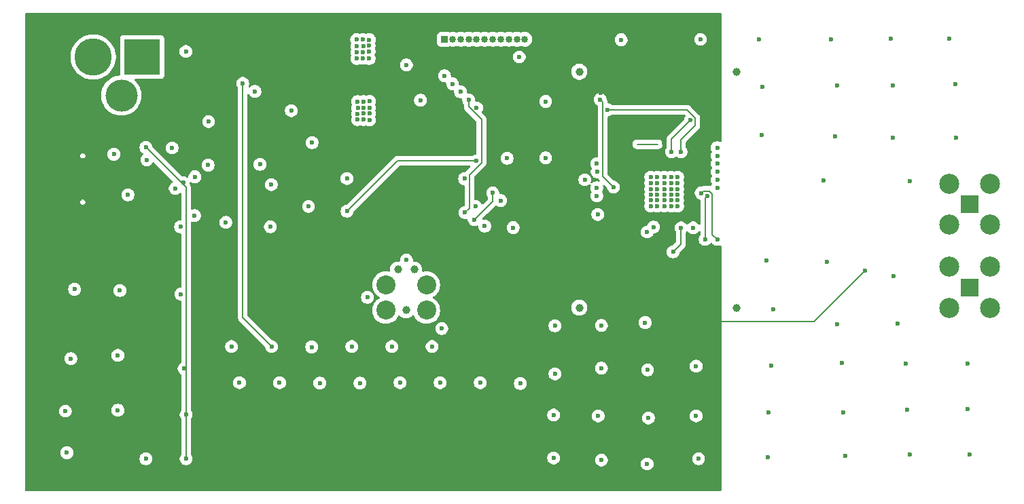
<source format=gbr>
%TF.GenerationSoftware,KiCad,Pcbnew,9.0.1*%
%TF.CreationDate,2025-05-12T13:55:05+02:00*%
%TF.ProjectId,CC1312R,43433133-3132-4522-9e6b-696361645f70,rev?*%
%TF.SameCoordinates,Original*%
%TF.FileFunction,Copper,L3,Inr*%
%TF.FilePolarity,Positive*%
%FSLAX46Y46*%
G04 Gerber Fmt 4.6, Leading zero omitted, Abs format (unit mm)*
G04 Created by KiCad (PCBNEW 9.0.1) date 2025-05-12 13:55:05*
%MOMM*%
%LPD*%
G01*
G04 APERTURE LIST*
%TA.AperFunction,ComponentPad*%
%ADD10R,4.500000X4.500000*%
%TD*%
%TA.AperFunction,ComponentPad*%
%ADD11C,4.650000*%
%TD*%
%TA.AperFunction,ComponentPad*%
%ADD12C,4.000000*%
%TD*%
%TA.AperFunction,ComponentPad*%
%ADD13C,2.375000*%
%TD*%
%TA.AperFunction,ComponentPad*%
%ADD14C,0.991000*%
%TD*%
%TA.AperFunction,ComponentPad*%
%ADD15R,2.300000X2.300000*%
%TD*%
%TA.AperFunction,ComponentPad*%
%ADD16C,2.500000*%
%TD*%
%TA.AperFunction,ComponentPad*%
%ADD17R,0.850000X0.850000*%
%TD*%
%TA.AperFunction,ComponentPad*%
%ADD18C,0.850000*%
%TD*%
%TA.AperFunction,ViaPad*%
%ADD19C,0.600000*%
%TD*%
%TA.AperFunction,ViaPad*%
%ADD20C,1.000000*%
%TD*%
%TA.AperFunction,Conductor*%
%ADD21C,0.200000*%
%TD*%
G04 APERTURE END LIST*
D10*
%TO.N,Net-(J1-+12V)*%
%TO.C,J1*%
X192024000Y-136652000D03*
D11*
%TO.N,GND*%
X185924000Y-136652000D03*
D12*
X189424000Y-141452000D03*
%TD*%
D13*
%TO.N,*%
%TO.C,U1*%
X222370000Y-168275000D03*
D14*
X224910000Y-168275000D03*
D13*
X227450000Y-168275000D03*
X222370000Y-165100000D03*
X227450000Y-165100000D03*
D14*
X223894000Y-163195000D03*
X225926000Y-163195000D03*
%TD*%
D15*
%TO.N,Net-(IC6-RF2)*%
%TO.C,TX_ANTENNA*%
X295100000Y-165400000D03*
D16*
%TO.N,GND*%
X292550000Y-167950000D03*
X297650000Y-167950000D03*
X297650000Y-162850000D03*
X292550000Y-162850000D03*
%TD*%
D17*
%TO.N,Net-(J4-Pin_1)*%
%TO.C,COMM_1*%
X229700000Y-134450000D03*
D18*
%TO.N,Net-(J4-Pin_2)*%
X230700000Y-134450000D03*
%TO.N,Net-(J4-Pin_3)*%
X231700000Y-134450000D03*
%TO.N,Net-(J4-Pin_4)*%
X232700000Y-134450000D03*
%TO.N,Net-(J4-Pin_5)*%
X233700000Y-134450000D03*
%TO.N,Net-(J4-Pin_6)*%
X234700000Y-134450000D03*
%TO.N,Net-(J4-Pin_7)*%
X235700000Y-134450000D03*
%TO.N,Net-(J4-Pin_8)*%
X236700000Y-134450000D03*
%TO.N,+3.3V*%
X237700000Y-134450000D03*
%TO.N,+5V*%
X238700000Y-134450000D03*
%TO.N,GND*%
X239700000Y-134450000D03*
%TD*%
D15*
%TO.N,Net-(IC6-RF1)*%
%TO.C,RX_ANTENNA*%
X295100000Y-155000000D03*
D16*
%TO.N,GND*%
X292550000Y-157550000D03*
X297650000Y-157550000D03*
X297650000Y-152450000D03*
X292550000Y-152450000D03*
%TD*%
D19*
%TO.N,*%
X225926000Y-163195000D03*
%TO.N,+3.3V*%
X250427500Y-156880000D03*
X261250000Y-148200000D03*
X249127500Y-141130000D03*
X225800000Y-170650000D03*
X257000000Y-147350000D03*
X261327500Y-141980000D03*
X262000000Y-169650000D03*
X282075000Y-163325000D03*
X238000000Y-137600000D03*
X253600000Y-159800000D03*
X256300000Y-159100000D03*
X224950000Y-145250000D03*
%TO.N,GND*%
X249250000Y-186950000D03*
X218749210Y-134489596D03*
X220355575Y-143685252D03*
X258750000Y-155250000D03*
X183600000Y-165650000D03*
X295100000Y-186300000D03*
X287650000Y-186300000D03*
X256200000Y-153800000D03*
X286150000Y-169950000D03*
X277350000Y-162200000D03*
X278600000Y-140200000D03*
X257100000Y-151650000D03*
X208000000Y-157850000D03*
X219594773Y-135289276D03*
X251700000Y-134500000D03*
X202450000Y-157300000D03*
X196850000Y-166250000D03*
X257100000Y-153800000D03*
X218880755Y-144474281D03*
X219640287Y-143722122D03*
X257950000Y-154550000D03*
X210600000Y-143350000D03*
X293450000Y-146700000D03*
X212750000Y-155300000D03*
X248850000Y-181450000D03*
X218795093Y-135295831D03*
X279250000Y-174800000D03*
X256200000Y-155250000D03*
X200300000Y-144700000D03*
X294900000Y-174950000D03*
X257950000Y-153800000D03*
X220302687Y-135253225D03*
X261600000Y-134450000D03*
X255000000Y-175700000D03*
X219519394Y-136819812D03*
X257100000Y-155250000D03*
X255400000Y-154550000D03*
X229350000Y-170550000D03*
X198600000Y-151600000D03*
D20*
X266050000Y-138500000D03*
D19*
X269800000Y-162050000D03*
X224950000Y-162000000D03*
X257950000Y-153150000D03*
X254700000Y-169800000D03*
X218801648Y-136088956D03*
X249250000Y-175500000D03*
X257950000Y-151650000D03*
X254950000Y-187450000D03*
X255400000Y-152400000D03*
X279600000Y-186450000D03*
X257100000Y-154550000D03*
X243450000Y-170200000D03*
X257950000Y-155250000D03*
X257100000Y-153150000D03*
X218795093Y-136836199D03*
X219581294Y-144466907D03*
X183150000Y-174300000D03*
X238250000Y-157950000D03*
X268900000Y-134450000D03*
X226700000Y-142050000D03*
X219610791Y-142217806D03*
X257950000Y-152400000D03*
X270700000Y-168150000D03*
X292600000Y-134400000D03*
X287150000Y-174900000D03*
X258750000Y-152400000D03*
X285600000Y-146700000D03*
X256200000Y-151650000D03*
X255400000Y-151650000D03*
X278350000Y-146600000D03*
D20*
X246500000Y-167950000D03*
X246500000Y-138500000D03*
D19*
X287300000Y-180700000D03*
X256200000Y-152400000D03*
X294850000Y-180600000D03*
D20*
X266050000Y-167950000D03*
D19*
X219519394Y-134489596D03*
X293350000Y-140000000D03*
X220348201Y-142188309D03*
X189000000Y-180750000D03*
X182450000Y-180850000D03*
X261050000Y-175250000D03*
X213200000Y-147350000D03*
X197150000Y-152350000D03*
X242300000Y-149250000D03*
X261050000Y-181450000D03*
X189000000Y-173900000D03*
X255400000Y-153150000D03*
X285600000Y-140250000D03*
X218885731Y-142215107D03*
X243300000Y-181350000D03*
X220325629Y-134499428D03*
X270400000Y-175200000D03*
X189250000Y-165800000D03*
X256200000Y-153150000D03*
X270000000Y-186600000D03*
X278650000Y-170050000D03*
X287700000Y-152150000D03*
X219625539Y-142984712D03*
X182650000Y-186050000D03*
X255400000Y-155250000D03*
X243300000Y-186700000D03*
X220299410Y-136839476D03*
X256200000Y-154550000D03*
X243450000Y-176200000D03*
X258750000Y-151650000D03*
X220355575Y-144518525D03*
X277850000Y-134450000D03*
X270100000Y-181000000D03*
X269300000Y-140400000D03*
X261350000Y-186800000D03*
X257100000Y-152400000D03*
X220340827Y-142969964D03*
X276900000Y-152100000D03*
X258750000Y-153800000D03*
X255400000Y-153800000D03*
X219555445Y-136049628D03*
X218888129Y-142999460D03*
X197250000Y-175550000D03*
X242300000Y-142200000D03*
X258750000Y-154550000D03*
X258750000Y-153150000D03*
X279400000Y-181000000D03*
X249250000Y-170150000D03*
X269250000Y-146400000D03*
X196150000Y-153050000D03*
X285300000Y-134400000D03*
X218880755Y-143729497D03*
X255100000Y-181700000D03*
X220302687Y-135941474D03*
%TO.N,XTAL_32K768_1*%
X262477500Y-153980000D03*
X262177500Y-159430000D03*
%TO.N,XTAL_32K768_2*%
X261677500Y-153630000D03*
X263677500Y-159430000D03*
%TO.N,Net-(IC1-VDDR)*%
X260677500Y-157980000D03*
X248800000Y-156300000D03*
%TO.N,XTAL_48M_2*%
X259177500Y-157980000D03*
X258177500Y-160980000D03*
%TO.N,/WMCU_RESET*%
X234700000Y-157750000D03*
X254950000Y-158500000D03*
%TO.N,+5V*%
X239000000Y-136650000D03*
X214150000Y-177350000D03*
X239150000Y-177400000D03*
X204150000Y-177300000D03*
X224150000Y-177300000D03*
X229150000Y-177300000D03*
X209150000Y-177300000D03*
X224950000Y-137650000D03*
X219150000Y-177350000D03*
X234150000Y-177300000D03*
X196800000Y-157850000D03*
%TO.N,/Power_Supply/USB_5V*%
X188500000Y-148800000D03*
X200250000Y-150150000D03*
X197470000Y-135970000D03*
%TO.N,/RF/TX_SELECT*%
X285625000Y-163975000D03*
X255729485Y-157879485D03*
%TO.N,/5V_IND*%
X204550000Y-139950000D03*
X208150000Y-172800000D03*
%TO.N,/12V_IND*%
X203150000Y-172800000D03*
X206075000Y-140950000D03*
%TO.N,/Miscellaneous/JTAG_TCK*%
X232225000Y-156075000D03*
X232700000Y-142000000D03*
X248727500Y-150980000D03*
X220100000Y-166650000D03*
%TO.N,/FLASH_SCLK*%
X260352500Y-144515000D03*
X257977500Y-148480000D03*
%TO.N,/FLASH_MISO*%
X259177500Y-148480000D03*
X250027500Y-143245000D03*
%TO.N,ECODE_2*%
X223150000Y-172800000D03*
X263677500Y-148980000D03*
%TO.N,/UART_RX*%
X263677500Y-152980000D03*
X206700000Y-150050000D03*
X236700000Y-154580000D03*
X195750000Y-148000000D03*
%TO.N,/Miscellaneous/JTAG_TDI*%
X217535000Y-151815000D03*
X248677500Y-152980000D03*
X233550000Y-155300000D03*
X230700000Y-140000000D03*
%TO.N,/FLASH_CS*%
X250757500Y-152900000D03*
X249100000Y-141950000D03*
%TO.N,/UART_TX*%
X263677500Y-151980000D03*
X233400000Y-156950000D03*
X235700000Y-153600000D03*
X208125000Y-152575000D03*
%TO.N,ECODE_0*%
X263677500Y-150980000D03*
X213150000Y-172850000D03*
%TO.N,ECODE_1*%
X263677500Y-149980000D03*
X218150000Y-172800000D03*
%TO.N,/Miscellaneous/JTAG_TMS*%
X248677500Y-149980000D03*
X217550000Y-155900000D03*
X233700000Y-143000000D03*
X233700000Y-149600000D03*
%TO.N,ECODE_3*%
X228150000Y-172800000D03*
X263677500Y-147980000D03*
%TO.N,/Miscellaneous/JTAG_TDO*%
X247177500Y-151980000D03*
X232200000Y-151850000D03*
X231700000Y-141000000D03*
%TO.N,/Miscellaneous/RTS{slash}SWO*%
X229700000Y-139000000D03*
X237500000Y-149300000D03*
X248677500Y-153980000D03*
%TO.N,Net-(IC5-USBDP)*%
X190255954Y-153856547D03*
X192600000Y-149500000D03*
%TO.N,Net-(LED1-K)*%
X192500000Y-186800000D03*
X198550000Y-156450000D03*
%TO.N,Net-(LED2-K)*%
X197500000Y-186800000D03*
X197500000Y-181300000D03*
X192500000Y-147950000D03*
%TD*%
D21*
%TO.N,*%
X256300000Y-147550000D02*
X253700000Y-147550000D01*
%TO.N,+3.3V*%
X282075000Y-163325000D02*
X275750000Y-169650000D01*
X270100000Y-169650000D02*
X262000000Y-169650000D01*
X275750000Y-169650000D02*
X270100000Y-169650000D01*
%TO.N,XTAL_32K768_1*%
X262177500Y-159430000D02*
X262177500Y-154280000D01*
X262177500Y-154280000D02*
X262477500Y-153980000D01*
%TO.N,XTAL_32K768_2*%
X263077500Y-158830000D02*
X263077500Y-153730057D01*
X261928500Y-153379000D02*
X261677500Y-153630000D01*
X263077500Y-153730057D02*
X262726443Y-153379000D01*
X262726443Y-153379000D02*
X261928500Y-153379000D01*
X263677500Y-159430000D02*
X263077500Y-158830000D01*
%TO.N,Net-(IC1-VDDR)*%
X248821000Y-156279000D02*
X248800000Y-156300000D01*
%TO.N,XTAL_48M_2*%
X259177500Y-159980000D02*
X259177500Y-157980000D01*
X258177500Y-160980000D02*
X259177500Y-159980000D01*
%TO.N,/5V_IND*%
X204550000Y-169200000D02*
X208150000Y-172800000D01*
X204550000Y-139950000D02*
X204550000Y-169200000D01*
%TO.N,/Miscellaneous/JTAG_TCK*%
X234301000Y-144450943D02*
X232700000Y-142849943D01*
X232801000Y-151348943D02*
X234301000Y-149848943D01*
X232700000Y-142849943D02*
X232700000Y-142000000D01*
X232801000Y-155499000D02*
X232801000Y-151348943D01*
X232225000Y-156075000D02*
X232801000Y-155499000D01*
X234301000Y-149848943D02*
X234301000Y-144450943D01*
%TO.N,/FLASH_SCLK*%
X260352500Y-144515000D02*
X257977500Y-146890000D01*
X257977500Y-146890000D02*
X257977500Y-148480000D01*
%TO.N,/FLASH_MISO*%
X259177500Y-146980000D02*
X259177500Y-148480000D01*
X259932443Y-143245000D02*
X260953500Y-144266057D01*
X260953500Y-144266057D02*
X260953500Y-145204000D01*
X260953500Y-145204000D02*
X259177500Y-146980000D01*
X250027500Y-143245000D02*
X259932443Y-143245000D01*
%TO.N,/FLASH_CS*%
X249426500Y-151569000D02*
X250757500Y-152900000D01*
X249100000Y-141950000D02*
X249426500Y-142276500D01*
X249426500Y-142276500D02*
X249426500Y-151569000D01*
%TO.N,/UART_TX*%
X233400000Y-156950000D02*
X235700000Y-154650000D01*
X235700000Y-154650000D02*
X235700000Y-153600000D01*
%TO.N,/Miscellaneous/JTAG_TMS*%
X223850000Y-149600000D02*
X233700000Y-149600000D01*
X217550000Y-155900000D02*
X223850000Y-149600000D01*
%TO.N,Net-(LED2-K)*%
X197500000Y-152950000D02*
X197500000Y-181300000D01*
X197500000Y-181300000D02*
X197500000Y-186800000D01*
X192500000Y-147950000D02*
X197500000Y-152950000D01*
%TD*%
%TA.AperFunction,Conductor*%
%TO.N,+3.3V*%
G36*
X264143039Y-131169685D02*
G01*
X264188794Y-131222489D01*
X264200000Y-131274000D01*
X264200000Y-147144392D01*
X264180315Y-147211431D01*
X264127511Y-147257186D01*
X264058353Y-147267130D01*
X264028548Y-147258953D01*
X263911001Y-147210264D01*
X263910989Y-147210261D01*
X263756345Y-147179500D01*
X263756342Y-147179500D01*
X263598658Y-147179500D01*
X263598655Y-147179500D01*
X263444010Y-147210261D01*
X263443998Y-147210264D01*
X263298327Y-147270602D01*
X263298314Y-147270609D01*
X263167211Y-147358210D01*
X263167207Y-147358213D01*
X263055713Y-147469707D01*
X263055710Y-147469711D01*
X262968109Y-147600814D01*
X262968102Y-147600827D01*
X262907764Y-147746498D01*
X262907761Y-147746510D01*
X262877000Y-147901153D01*
X262877000Y-148058846D01*
X262907761Y-148213489D01*
X262907764Y-148213501D01*
X262968102Y-148359172D01*
X262968109Y-148359185D01*
X263002804Y-148411109D01*
X263023682Y-148477786D01*
X263005198Y-148545167D01*
X263002804Y-148548891D01*
X262968109Y-148600814D01*
X262968102Y-148600827D01*
X262907764Y-148746498D01*
X262907761Y-148746510D01*
X262877000Y-148901153D01*
X262877000Y-149058846D01*
X262907761Y-149213489D01*
X262907764Y-149213501D01*
X262968102Y-149359172D01*
X262968109Y-149359185D01*
X263002804Y-149411109D01*
X263023682Y-149477786D01*
X263005198Y-149545167D01*
X263002804Y-149548891D01*
X262968109Y-149600814D01*
X262968102Y-149600827D01*
X262907764Y-149746498D01*
X262907761Y-149746510D01*
X262877000Y-149901153D01*
X262877000Y-150058846D01*
X262907761Y-150213489D01*
X262907764Y-150213501D01*
X262968102Y-150359172D01*
X262968109Y-150359185D01*
X263002804Y-150411109D01*
X263023682Y-150477786D01*
X263005198Y-150545167D01*
X263002804Y-150548891D01*
X262968109Y-150600814D01*
X262968102Y-150600827D01*
X262907764Y-150746498D01*
X262907761Y-150746510D01*
X262877000Y-150901153D01*
X262877000Y-151058846D01*
X262907761Y-151213489D01*
X262907764Y-151213501D01*
X262968102Y-151359172D01*
X262968109Y-151359185D01*
X263002804Y-151411109D01*
X263023682Y-151477786D01*
X263005198Y-151545167D01*
X263002804Y-151548891D01*
X262968109Y-151600814D01*
X262968102Y-151600827D01*
X262907764Y-151746498D01*
X262907761Y-151746510D01*
X262877000Y-151901153D01*
X262877000Y-152058846D01*
X262907761Y-152213489D01*
X262907764Y-152213501D01*
X262968102Y-152359172D01*
X262968109Y-152359185D01*
X263002804Y-152411109D01*
X263006559Y-152423101D01*
X263014414Y-152432913D01*
X263016802Y-152455814D01*
X263023682Y-152477786D01*
X263020531Y-152491570D01*
X263021661Y-152502406D01*
X263013398Y-152522773D01*
X263010408Y-152535858D01*
X263007000Y-152542610D01*
X262968106Y-152600821D01*
X262924445Y-152706228D01*
X262922362Y-152710357D01*
X262901513Y-152732607D01*
X262882377Y-152756355D01*
X262877850Y-152757861D01*
X262874589Y-152761342D01*
X262845023Y-152768787D01*
X262816083Y-152778420D01*
X262811656Y-152778499D01*
X262639790Y-152778499D01*
X262639774Y-152778500D01*
X262015170Y-152778500D01*
X262015154Y-152778499D01*
X262007558Y-152778499D01*
X261849443Y-152778499D01*
X261780331Y-152797018D01*
X261696711Y-152819424D01*
X261695173Y-152820062D01*
X261691914Y-152820710D01*
X261688866Y-152821527D01*
X261688812Y-152821327D01*
X261647723Y-152829500D01*
X261598655Y-152829500D01*
X261444010Y-152860261D01*
X261443998Y-152860264D01*
X261298327Y-152920602D01*
X261298314Y-152920609D01*
X261167211Y-153008210D01*
X261167207Y-153008213D01*
X261055713Y-153119707D01*
X261055710Y-153119711D01*
X260968109Y-153250814D01*
X260968102Y-153250827D01*
X260907764Y-153396498D01*
X260907761Y-153396510D01*
X260877000Y-153551153D01*
X260877000Y-153708846D01*
X260907761Y-153863489D01*
X260907764Y-153863501D01*
X260968102Y-154009172D01*
X260968109Y-154009185D01*
X261055710Y-154140288D01*
X261055713Y-154140292D01*
X261167207Y-154251786D01*
X261167211Y-154251789D01*
X261298314Y-154339390D01*
X261298327Y-154339397D01*
X261385489Y-154375500D01*
X261444003Y-154399737D01*
X261477191Y-154406338D01*
X261539100Y-154438721D01*
X261573676Y-154499436D01*
X261577000Y-154527955D01*
X261577000Y-157476560D01*
X261557315Y-157543599D01*
X261504511Y-157589354D01*
X261435353Y-157599298D01*
X261371797Y-157570273D01*
X261349898Y-157545451D01*
X261299289Y-157469711D01*
X261299286Y-157469707D01*
X261187792Y-157358213D01*
X261187788Y-157358210D01*
X261056685Y-157270609D01*
X261056672Y-157270602D01*
X260911001Y-157210264D01*
X260910989Y-157210261D01*
X260756345Y-157179500D01*
X260756342Y-157179500D01*
X260598658Y-157179500D01*
X260598655Y-157179500D01*
X260444010Y-157210261D01*
X260443998Y-157210264D01*
X260298327Y-157270602D01*
X260298314Y-157270609D01*
X260167211Y-157358210D01*
X260167207Y-157358213D01*
X260055713Y-157469707D01*
X260030602Y-157507289D01*
X259976989Y-157552093D01*
X259907664Y-157560800D01*
X259844637Y-157530645D01*
X259824398Y-157507289D01*
X259803865Y-157476560D01*
X259799289Y-157469711D01*
X259799288Y-157469710D01*
X259799286Y-157469707D01*
X259687792Y-157358213D01*
X259687788Y-157358210D01*
X259556685Y-157270609D01*
X259556672Y-157270602D01*
X259411001Y-157210264D01*
X259410989Y-157210261D01*
X259256345Y-157179500D01*
X259256342Y-157179500D01*
X259098658Y-157179500D01*
X259098655Y-157179500D01*
X258944010Y-157210261D01*
X258943998Y-157210264D01*
X258798327Y-157270602D01*
X258798314Y-157270609D01*
X258667211Y-157358210D01*
X258667207Y-157358213D01*
X258555713Y-157469707D01*
X258555710Y-157469711D01*
X258468109Y-157600814D01*
X258468102Y-157600827D01*
X258407764Y-157746498D01*
X258407761Y-157746510D01*
X258377000Y-157901153D01*
X258377000Y-158058846D01*
X258407761Y-158213489D01*
X258407764Y-158213501D01*
X258468102Y-158359172D01*
X258468109Y-158359185D01*
X258556102Y-158490874D01*
X258576980Y-158557551D01*
X258577000Y-158559765D01*
X258577000Y-159679902D01*
X258557315Y-159746941D01*
X258540681Y-159767583D01*
X258162839Y-160145425D01*
X258101516Y-160178910D01*
X258099350Y-160179361D01*
X257944008Y-160210261D01*
X257943998Y-160210264D01*
X257798327Y-160270602D01*
X257798314Y-160270609D01*
X257667211Y-160358210D01*
X257667207Y-160358213D01*
X257555713Y-160469707D01*
X257555710Y-160469711D01*
X257468109Y-160600814D01*
X257468102Y-160600827D01*
X257407764Y-160746498D01*
X257407761Y-160746510D01*
X257377000Y-160901153D01*
X257377000Y-161058846D01*
X257407761Y-161213489D01*
X257407764Y-161213501D01*
X257468102Y-161359172D01*
X257468109Y-161359185D01*
X257555710Y-161490288D01*
X257555713Y-161490292D01*
X257667207Y-161601786D01*
X257667211Y-161601789D01*
X257798314Y-161689390D01*
X257798327Y-161689397D01*
X257943998Y-161749735D01*
X257944003Y-161749737D01*
X258098653Y-161780499D01*
X258098656Y-161780500D01*
X258098658Y-161780500D01*
X258256344Y-161780500D01*
X258256345Y-161780499D01*
X258410997Y-161749737D01*
X258556679Y-161689394D01*
X258687789Y-161601789D01*
X258799289Y-161490289D01*
X258886894Y-161359179D01*
X258947237Y-161213497D01*
X258966613Y-161116085D01*
X258978138Y-161058150D01*
X259010523Y-160996239D01*
X259012015Y-160994719D01*
X259658020Y-160348716D01*
X259737077Y-160211784D01*
X259778001Y-160059057D01*
X259778001Y-159900942D01*
X259778001Y-159893347D01*
X259778000Y-159893329D01*
X259778000Y-158559765D01*
X259783328Y-158541619D01*
X259783666Y-158522711D01*
X259797165Y-158494495D01*
X259797685Y-158492726D01*
X259798898Y-158490874D01*
X259824398Y-158452711D01*
X259878011Y-158407906D01*
X259947336Y-158399199D01*
X260010363Y-158429354D01*
X260030602Y-158452712D01*
X260055707Y-158490284D01*
X260055713Y-158490292D01*
X260167207Y-158601786D01*
X260167211Y-158601789D01*
X260298314Y-158689390D01*
X260298327Y-158689397D01*
X260443998Y-158749735D01*
X260444003Y-158749737D01*
X260598653Y-158780499D01*
X260598656Y-158780500D01*
X260598658Y-158780500D01*
X260756344Y-158780500D01*
X260756345Y-158780499D01*
X260910997Y-158749737D01*
X261056679Y-158689394D01*
X261187789Y-158601789D01*
X261299289Y-158490289D01*
X261345481Y-158421158D01*
X261349898Y-158414548D01*
X261403510Y-158369743D01*
X261472835Y-158361036D01*
X261535863Y-158391190D01*
X261572582Y-158450634D01*
X261577000Y-158483439D01*
X261577000Y-158850234D01*
X261557315Y-158917273D01*
X261556102Y-158919125D01*
X261468109Y-159050814D01*
X261468102Y-159050827D01*
X261407764Y-159196498D01*
X261407761Y-159196510D01*
X261377000Y-159351153D01*
X261377000Y-159508846D01*
X261407761Y-159663489D01*
X261407764Y-159663501D01*
X261468102Y-159809172D01*
X261468109Y-159809185D01*
X261555710Y-159940288D01*
X261555713Y-159940292D01*
X261667207Y-160051786D01*
X261667211Y-160051789D01*
X261798314Y-160139390D01*
X261798327Y-160139397D01*
X261895146Y-160179500D01*
X261944003Y-160199737D01*
X262098653Y-160230499D01*
X262098656Y-160230500D01*
X262098658Y-160230500D01*
X262256344Y-160230500D01*
X262256345Y-160230499D01*
X262410997Y-160199737D01*
X262556679Y-160139394D01*
X262687789Y-160051789D01*
X262799289Y-159940289D01*
X262806645Y-159929279D01*
X262824398Y-159902712D01*
X262878010Y-159857906D01*
X262947335Y-159849199D01*
X263010362Y-159879353D01*
X263030602Y-159902712D01*
X263055707Y-159940284D01*
X263055713Y-159940292D01*
X263167207Y-160051786D01*
X263167211Y-160051789D01*
X263298314Y-160139390D01*
X263298327Y-160139397D01*
X263395146Y-160179500D01*
X263444003Y-160199737D01*
X263598653Y-160230499D01*
X263598656Y-160230500D01*
X263598658Y-160230500D01*
X263756344Y-160230500D01*
X263756345Y-160230499D01*
X263910997Y-160199737D01*
X264028548Y-160151045D01*
X264098017Y-160143577D01*
X264160496Y-160174852D01*
X264196148Y-160234941D01*
X264200000Y-160265607D01*
X264200000Y-190726000D01*
X264180315Y-190793039D01*
X264127511Y-190838794D01*
X264076000Y-190850000D01*
X177574000Y-190850000D01*
X177506961Y-190830315D01*
X177461206Y-190777511D01*
X177450000Y-190726000D01*
X177450000Y-185971153D01*
X181849500Y-185971153D01*
X181849500Y-186128846D01*
X181880261Y-186283489D01*
X181880264Y-186283501D01*
X181940602Y-186429172D01*
X181940609Y-186429185D01*
X182028210Y-186560288D01*
X182028213Y-186560292D01*
X182139707Y-186671786D01*
X182139711Y-186671789D01*
X182270814Y-186759390D01*
X182270827Y-186759397D01*
X182412715Y-186818168D01*
X182416503Y-186819737D01*
X182571153Y-186850499D01*
X182571156Y-186850500D01*
X182571158Y-186850500D01*
X182728844Y-186850500D01*
X182728845Y-186850499D01*
X182883497Y-186819737D01*
X183029179Y-186759394D01*
X183086411Y-186721153D01*
X191699500Y-186721153D01*
X191699500Y-186878846D01*
X191730261Y-187033489D01*
X191730264Y-187033501D01*
X191790602Y-187179172D01*
X191790609Y-187179185D01*
X191878210Y-187310288D01*
X191878213Y-187310292D01*
X191989707Y-187421786D01*
X191989711Y-187421789D01*
X192120814Y-187509390D01*
X192120827Y-187509397D01*
X192266498Y-187569735D01*
X192266503Y-187569737D01*
X192421153Y-187600499D01*
X192421156Y-187600500D01*
X192421158Y-187600500D01*
X192578844Y-187600500D01*
X192578845Y-187600499D01*
X192733497Y-187569737D01*
X192879179Y-187509394D01*
X193010289Y-187421789D01*
X193121789Y-187310289D01*
X193209394Y-187179179D01*
X193269737Y-187033497D01*
X193300500Y-186878842D01*
X193300500Y-186721158D01*
X193300500Y-186721155D01*
X193300499Y-186721153D01*
X193281847Y-186627385D01*
X193269737Y-186566503D01*
X193228314Y-186466498D01*
X193209397Y-186420827D01*
X193209390Y-186420814D01*
X193121789Y-186289711D01*
X193121786Y-186289707D01*
X193010292Y-186178213D01*
X193010288Y-186178210D01*
X192879185Y-186090609D01*
X192879172Y-186090602D01*
X192733501Y-186030264D01*
X192733489Y-186030261D01*
X192578845Y-185999500D01*
X192578842Y-185999500D01*
X192421158Y-185999500D01*
X192421155Y-185999500D01*
X192266510Y-186030261D01*
X192266498Y-186030264D01*
X192120827Y-186090602D01*
X192120814Y-186090609D01*
X191989711Y-186178210D01*
X191989707Y-186178213D01*
X191878213Y-186289707D01*
X191878210Y-186289711D01*
X191790609Y-186420814D01*
X191790602Y-186420827D01*
X191730264Y-186566498D01*
X191730261Y-186566510D01*
X191699500Y-186721153D01*
X183086411Y-186721153D01*
X183160289Y-186671789D01*
X183160292Y-186671786D01*
X183204694Y-186627385D01*
X183271786Y-186560292D01*
X183271789Y-186560289D01*
X183359394Y-186429179D01*
X183362854Y-186420827D01*
X183401216Y-186328210D01*
X183419737Y-186283497D01*
X183450500Y-186128842D01*
X183450500Y-185971158D01*
X183450500Y-185971155D01*
X183450499Y-185971153D01*
X183419738Y-185816510D01*
X183419737Y-185816503D01*
X183419735Y-185816498D01*
X183359397Y-185670827D01*
X183359390Y-185670814D01*
X183271789Y-185539711D01*
X183271786Y-185539707D01*
X183160292Y-185428213D01*
X183160288Y-185428210D01*
X183029185Y-185340609D01*
X183029172Y-185340602D01*
X182883501Y-185280264D01*
X182883489Y-185280261D01*
X182728845Y-185249500D01*
X182728842Y-185249500D01*
X182571158Y-185249500D01*
X182571155Y-185249500D01*
X182416510Y-185280261D01*
X182416498Y-185280264D01*
X182270827Y-185340602D01*
X182270814Y-185340609D01*
X182139711Y-185428210D01*
X182139707Y-185428213D01*
X182028213Y-185539707D01*
X182028210Y-185539711D01*
X181940609Y-185670814D01*
X181940602Y-185670827D01*
X181880264Y-185816498D01*
X181880261Y-185816510D01*
X181849500Y-185971153D01*
X177450000Y-185971153D01*
X177450000Y-180771153D01*
X181649500Y-180771153D01*
X181649500Y-180928846D01*
X181680261Y-181083489D01*
X181680264Y-181083501D01*
X181740602Y-181229172D01*
X181740609Y-181229185D01*
X181828210Y-181360288D01*
X181828213Y-181360292D01*
X181939707Y-181471786D01*
X181939711Y-181471789D01*
X182070814Y-181559390D01*
X182070827Y-181559397D01*
X182146823Y-181590875D01*
X182216503Y-181619737D01*
X182371153Y-181650499D01*
X182371156Y-181650500D01*
X182371158Y-181650500D01*
X182528844Y-181650500D01*
X182528845Y-181650499D01*
X182683497Y-181619737D01*
X182829179Y-181559394D01*
X182960289Y-181471789D01*
X183071789Y-181360289D01*
X183159394Y-181229179D01*
X183162719Y-181221153D01*
X183175744Y-181189707D01*
X183219737Y-181083497D01*
X183250500Y-180928842D01*
X183250500Y-180771158D01*
X183250500Y-180771155D01*
X183234209Y-180689258D01*
X183234209Y-180689257D01*
X183230608Y-180671153D01*
X188199500Y-180671153D01*
X188199500Y-180828846D01*
X188230261Y-180983489D01*
X188230264Y-180983501D01*
X188290602Y-181129172D01*
X188290609Y-181129185D01*
X188378210Y-181260288D01*
X188378213Y-181260292D01*
X188489707Y-181371786D01*
X188489711Y-181371789D01*
X188620814Y-181459390D01*
X188620827Y-181459397D01*
X188766498Y-181519735D01*
X188766503Y-181519737D01*
X188921153Y-181550499D01*
X188921156Y-181550500D01*
X188921158Y-181550500D01*
X189078844Y-181550500D01*
X189078845Y-181550499D01*
X189233497Y-181519737D01*
X189379179Y-181459394D01*
X189510289Y-181371789D01*
X189621789Y-181260289D01*
X189709394Y-181129179D01*
X189769737Y-180983497D01*
X189800500Y-180828842D01*
X189800500Y-180671158D01*
X189800500Y-180671155D01*
X189800499Y-180671153D01*
X189782419Y-180580261D01*
X189769737Y-180516503D01*
X189750812Y-180470814D01*
X189709397Y-180370827D01*
X189709390Y-180370814D01*
X189621789Y-180239711D01*
X189621786Y-180239707D01*
X189510292Y-180128213D01*
X189510288Y-180128210D01*
X189379185Y-180040609D01*
X189379172Y-180040602D01*
X189233501Y-179980264D01*
X189233489Y-179980261D01*
X189078845Y-179949500D01*
X189078842Y-179949500D01*
X188921158Y-179949500D01*
X188921155Y-179949500D01*
X188766510Y-179980261D01*
X188766498Y-179980264D01*
X188620827Y-180040602D01*
X188620814Y-180040609D01*
X188489711Y-180128210D01*
X188489707Y-180128213D01*
X188378213Y-180239707D01*
X188378210Y-180239711D01*
X188290609Y-180370814D01*
X188290602Y-180370827D01*
X188230264Y-180516498D01*
X188230261Y-180516510D01*
X188199500Y-180671153D01*
X183230608Y-180671153D01*
X183228834Y-180662237D01*
X183219737Y-180616503D01*
X183219735Y-180616498D01*
X183159397Y-180470827D01*
X183159390Y-180470814D01*
X183071789Y-180339711D01*
X183071786Y-180339707D01*
X182960292Y-180228213D01*
X182960288Y-180228210D01*
X182829185Y-180140609D01*
X182829172Y-180140602D01*
X182683501Y-180080264D01*
X182683489Y-180080261D01*
X182528845Y-180049500D01*
X182528842Y-180049500D01*
X182371158Y-180049500D01*
X182371155Y-180049500D01*
X182216510Y-180080261D01*
X182216498Y-180080264D01*
X182070827Y-180140602D01*
X182070814Y-180140609D01*
X181939711Y-180228210D01*
X181939707Y-180228213D01*
X181828213Y-180339707D01*
X181828210Y-180339711D01*
X181740609Y-180470814D01*
X181740602Y-180470827D01*
X181680264Y-180616498D01*
X181680261Y-180616510D01*
X181649500Y-180771153D01*
X177450000Y-180771153D01*
X177450000Y-174221153D01*
X182349500Y-174221153D01*
X182349500Y-174378846D01*
X182380261Y-174533489D01*
X182380264Y-174533501D01*
X182440602Y-174679172D01*
X182440609Y-174679185D01*
X182528210Y-174810288D01*
X182528213Y-174810292D01*
X182639707Y-174921786D01*
X182639711Y-174921789D01*
X182770814Y-175009390D01*
X182770827Y-175009397D01*
X182844013Y-175039711D01*
X182916503Y-175069737D01*
X183071153Y-175100499D01*
X183071156Y-175100500D01*
X183071158Y-175100500D01*
X183228844Y-175100500D01*
X183228845Y-175100499D01*
X183383497Y-175069737D01*
X183529179Y-175009394D01*
X183660289Y-174921789D01*
X183771789Y-174810289D01*
X183859394Y-174679179D01*
X183919737Y-174533497D01*
X183950500Y-174378842D01*
X183950500Y-174221158D01*
X183950500Y-174221155D01*
X183950499Y-174221153D01*
X183919738Y-174066510D01*
X183919737Y-174066503D01*
X183883427Y-173978842D01*
X183859397Y-173920827D01*
X183859390Y-173920814D01*
X183834763Y-173883957D01*
X183792798Y-173821153D01*
X188199500Y-173821153D01*
X188199500Y-173978846D01*
X188230261Y-174133489D01*
X188230264Y-174133501D01*
X188290602Y-174279172D01*
X188290609Y-174279185D01*
X188378210Y-174410288D01*
X188378213Y-174410292D01*
X188489707Y-174521786D01*
X188489711Y-174521789D01*
X188620814Y-174609390D01*
X188620827Y-174609397D01*
X188666254Y-174628213D01*
X188766503Y-174669737D01*
X188916131Y-174699500D01*
X188921153Y-174700499D01*
X188921156Y-174700500D01*
X188921158Y-174700500D01*
X189078844Y-174700500D01*
X189078845Y-174700499D01*
X189233497Y-174669737D01*
X189379179Y-174609394D01*
X189510289Y-174521789D01*
X189621789Y-174410289D01*
X189709394Y-174279179D01*
X189769737Y-174133497D01*
X189800500Y-173978842D01*
X189800500Y-173821158D01*
X189800500Y-173821155D01*
X189800499Y-173821153D01*
X189772066Y-173678211D01*
X189769737Y-173666503D01*
X189769735Y-173666498D01*
X189709397Y-173520827D01*
X189709390Y-173520814D01*
X189621789Y-173389711D01*
X189621786Y-173389707D01*
X189510292Y-173278213D01*
X189510288Y-173278210D01*
X189379185Y-173190609D01*
X189379172Y-173190602D01*
X189233501Y-173130264D01*
X189233489Y-173130261D01*
X189078845Y-173099500D01*
X189078842Y-173099500D01*
X188921158Y-173099500D01*
X188921155Y-173099500D01*
X188766510Y-173130261D01*
X188766498Y-173130264D01*
X188620827Y-173190602D01*
X188620814Y-173190609D01*
X188489711Y-173278210D01*
X188489707Y-173278213D01*
X188378213Y-173389707D01*
X188378210Y-173389711D01*
X188290609Y-173520814D01*
X188290602Y-173520827D01*
X188230264Y-173666498D01*
X188230261Y-173666510D01*
X188199500Y-173821153D01*
X183792798Y-173821153D01*
X183771789Y-173789711D01*
X183771786Y-173789707D01*
X183660292Y-173678213D01*
X183660288Y-173678210D01*
X183529185Y-173590609D01*
X183529172Y-173590602D01*
X183383501Y-173530264D01*
X183383489Y-173530261D01*
X183228845Y-173499500D01*
X183228842Y-173499500D01*
X183071158Y-173499500D01*
X183071155Y-173499500D01*
X182916510Y-173530261D01*
X182916498Y-173530264D01*
X182770827Y-173590602D01*
X182770814Y-173590609D01*
X182639711Y-173678210D01*
X182639707Y-173678213D01*
X182528213Y-173789707D01*
X182528210Y-173789711D01*
X182440609Y-173920814D01*
X182440602Y-173920827D01*
X182380264Y-174066498D01*
X182380261Y-174066510D01*
X182349500Y-174221153D01*
X177450000Y-174221153D01*
X177450000Y-165571153D01*
X182799500Y-165571153D01*
X182799500Y-165728846D01*
X182830261Y-165883489D01*
X182830264Y-165883501D01*
X182890602Y-166029172D01*
X182890609Y-166029185D01*
X182978210Y-166160288D01*
X182978213Y-166160292D01*
X183089707Y-166271786D01*
X183089711Y-166271789D01*
X183220814Y-166359390D01*
X183220827Y-166359397D01*
X183358683Y-166416498D01*
X183366503Y-166419737D01*
X183521153Y-166450499D01*
X183521156Y-166450500D01*
X183521158Y-166450500D01*
X183678844Y-166450500D01*
X183678845Y-166450499D01*
X183833497Y-166419737D01*
X183979179Y-166359394D01*
X184110289Y-166271789D01*
X184221789Y-166160289D01*
X184309394Y-166029179D01*
X184369737Y-165883497D01*
X184400500Y-165728842D01*
X184400500Y-165721153D01*
X188449500Y-165721153D01*
X188449500Y-165878846D01*
X188480261Y-166033489D01*
X188480264Y-166033501D01*
X188540602Y-166179172D01*
X188540609Y-166179185D01*
X188628210Y-166310288D01*
X188628213Y-166310292D01*
X188739707Y-166421786D01*
X188739711Y-166421789D01*
X188870814Y-166509390D01*
X188870827Y-166509397D01*
X189016498Y-166569735D01*
X189016503Y-166569737D01*
X189171153Y-166600499D01*
X189171156Y-166600500D01*
X189171158Y-166600500D01*
X189328844Y-166600500D01*
X189328845Y-166600499D01*
X189483497Y-166569737D01*
X189629179Y-166509394D01*
X189760289Y-166421789D01*
X189871789Y-166310289D01*
X189959394Y-166179179D01*
X189962719Y-166171153D01*
X189975744Y-166139707D01*
X190019737Y-166033497D01*
X190050500Y-165878842D01*
X190050500Y-165721158D01*
X190050500Y-165721155D01*
X190050499Y-165721153D01*
X190019737Y-165566503D01*
X190019735Y-165566498D01*
X189959397Y-165420827D01*
X189959390Y-165420814D01*
X189871789Y-165289711D01*
X189871786Y-165289707D01*
X189760292Y-165178213D01*
X189760288Y-165178210D01*
X189629185Y-165090609D01*
X189629172Y-165090602D01*
X189483501Y-165030264D01*
X189483489Y-165030261D01*
X189328845Y-164999500D01*
X189328842Y-164999500D01*
X189171158Y-164999500D01*
X189171155Y-164999500D01*
X189016510Y-165030261D01*
X189016498Y-165030264D01*
X188870827Y-165090602D01*
X188870814Y-165090609D01*
X188739711Y-165178210D01*
X188739707Y-165178213D01*
X188628213Y-165289707D01*
X188628210Y-165289711D01*
X188540609Y-165420814D01*
X188540602Y-165420827D01*
X188480264Y-165566498D01*
X188480261Y-165566510D01*
X188449500Y-165721153D01*
X184400500Y-165721153D01*
X184400500Y-165571158D01*
X184400500Y-165571155D01*
X184400499Y-165571153D01*
X184382419Y-165480261D01*
X184369737Y-165416503D01*
X184332043Y-165325500D01*
X184309397Y-165270827D01*
X184309390Y-165270814D01*
X184221789Y-165139711D01*
X184221786Y-165139707D01*
X184110292Y-165028213D01*
X184110288Y-165028210D01*
X183979185Y-164940609D01*
X183979172Y-164940602D01*
X183833501Y-164880264D01*
X183833489Y-164880261D01*
X183678845Y-164849500D01*
X183678842Y-164849500D01*
X183521158Y-164849500D01*
X183521155Y-164849500D01*
X183366510Y-164880261D01*
X183366498Y-164880264D01*
X183220827Y-164940602D01*
X183220814Y-164940609D01*
X183089711Y-165028210D01*
X183089707Y-165028213D01*
X182978213Y-165139707D01*
X182978210Y-165139711D01*
X182890609Y-165270814D01*
X182890602Y-165270827D01*
X182830264Y-165416498D01*
X182830261Y-165416510D01*
X182799500Y-165571153D01*
X177450000Y-165571153D01*
X177450000Y-154717147D01*
X184304500Y-154717147D01*
X184304500Y-154802853D01*
X184317816Y-154852547D01*
X184326682Y-154885637D01*
X184326685Y-154885644D01*
X184369530Y-154959855D01*
X184369534Y-154959860D01*
X184369535Y-154959862D01*
X184430138Y-155020465D01*
X184430140Y-155020466D01*
X184430144Y-155020469D01*
X184472218Y-155044760D01*
X184504362Y-155063318D01*
X184587147Y-155085500D01*
X184587149Y-155085500D01*
X184672851Y-155085500D01*
X184672853Y-155085500D01*
X184755638Y-155063318D01*
X184829862Y-155020465D01*
X184890465Y-154959862D01*
X184933318Y-154885638D01*
X184955500Y-154802853D01*
X184955500Y-154717147D01*
X184933318Y-154634362D01*
X184914512Y-154601789D01*
X184890469Y-154560144D01*
X184890463Y-154560136D01*
X184829863Y-154499536D01*
X184829855Y-154499530D01*
X184755644Y-154456685D01*
X184755640Y-154456683D01*
X184755638Y-154456682D01*
X184672853Y-154434500D01*
X184587147Y-154434500D01*
X184504362Y-154456682D01*
X184504355Y-154456685D01*
X184430144Y-154499530D01*
X184430136Y-154499536D01*
X184369536Y-154560136D01*
X184369530Y-154560144D01*
X184326685Y-154634355D01*
X184326682Y-154634362D01*
X184304500Y-154717147D01*
X177450000Y-154717147D01*
X177450000Y-153777700D01*
X189455454Y-153777700D01*
X189455454Y-153935393D01*
X189486215Y-154090036D01*
X189486218Y-154090048D01*
X189546556Y-154235719D01*
X189546563Y-154235732D01*
X189634164Y-154366835D01*
X189634167Y-154366839D01*
X189745661Y-154478333D01*
X189745665Y-154478336D01*
X189876768Y-154565937D01*
X189876781Y-154565944D01*
X189963313Y-154601786D01*
X190022457Y-154626284D01*
X190177107Y-154657046D01*
X190177110Y-154657047D01*
X190177112Y-154657047D01*
X190334798Y-154657047D01*
X190334799Y-154657046D01*
X190489451Y-154626284D01*
X190635133Y-154565941D01*
X190766243Y-154478336D01*
X190877743Y-154366836D01*
X190965348Y-154235726D01*
X190974556Y-154213497D01*
X190989445Y-154177551D01*
X191025691Y-154090044D01*
X191056454Y-153935389D01*
X191056454Y-153777705D01*
X191056454Y-153777702D01*
X191056453Y-153777700D01*
X191041097Y-153700500D01*
X191025691Y-153623050D01*
X191020033Y-153609390D01*
X190965351Y-153477374D01*
X190965344Y-153477361D01*
X190877743Y-153346258D01*
X190877740Y-153346254D01*
X190766246Y-153234760D01*
X190766242Y-153234757D01*
X190635139Y-153147156D01*
X190635126Y-153147149D01*
X190489455Y-153086811D01*
X190489443Y-153086808D01*
X190334799Y-153056047D01*
X190334796Y-153056047D01*
X190177112Y-153056047D01*
X190177109Y-153056047D01*
X190022464Y-153086808D01*
X190022452Y-153086811D01*
X189876781Y-153147149D01*
X189876768Y-153147156D01*
X189745665Y-153234757D01*
X189745661Y-153234760D01*
X189634167Y-153346254D01*
X189634164Y-153346258D01*
X189546563Y-153477361D01*
X189546556Y-153477374D01*
X189486218Y-153623045D01*
X189486215Y-153623057D01*
X189455454Y-153777700D01*
X177450000Y-153777700D01*
X177450000Y-148937147D01*
X184304500Y-148937147D01*
X184304500Y-149022852D01*
X184326682Y-149105637D01*
X184326685Y-149105644D01*
X184369530Y-149179855D01*
X184369534Y-149179860D01*
X184369535Y-149179862D01*
X184430138Y-149240465D01*
X184430140Y-149240466D01*
X184430144Y-149240469D01*
X184499072Y-149280264D01*
X184504362Y-149283318D01*
X184587147Y-149305500D01*
X184587149Y-149305500D01*
X184672851Y-149305500D01*
X184672853Y-149305500D01*
X184755638Y-149283318D01*
X184829862Y-149240465D01*
X184890465Y-149179862D01*
X184933318Y-149105638D01*
X184955500Y-149022853D01*
X184955500Y-148937147D01*
X184933318Y-148854362D01*
X184890465Y-148780138D01*
X184831480Y-148721153D01*
X187699500Y-148721153D01*
X187699500Y-148878846D01*
X187730261Y-149033489D01*
X187730264Y-149033501D01*
X187790602Y-149179172D01*
X187790609Y-149179185D01*
X187878210Y-149310288D01*
X187878213Y-149310292D01*
X187989707Y-149421786D01*
X187989711Y-149421789D01*
X188120814Y-149509390D01*
X188120827Y-149509397D01*
X188266498Y-149569735D01*
X188266503Y-149569737D01*
X188421153Y-149600499D01*
X188421156Y-149600500D01*
X188421158Y-149600500D01*
X188578844Y-149600500D01*
X188578845Y-149600499D01*
X188733497Y-149569737D01*
X188879179Y-149509394D01*
X189010289Y-149421789D01*
X189121789Y-149310289D01*
X189209394Y-149179179D01*
X189212719Y-149171153D01*
X189233569Y-149120814D01*
X189269737Y-149033497D01*
X189300500Y-148878842D01*
X189300500Y-148721158D01*
X189300500Y-148721155D01*
X189300499Y-148721153D01*
X189298065Y-148708919D01*
X189269737Y-148566503D01*
X189262442Y-148548891D01*
X189209397Y-148420827D01*
X189209390Y-148420814D01*
X189121789Y-148289711D01*
X189121786Y-148289707D01*
X189010292Y-148178213D01*
X189010288Y-148178210D01*
X188879185Y-148090609D01*
X188879172Y-148090602D01*
X188733501Y-148030264D01*
X188733489Y-148030261D01*
X188578845Y-147999500D01*
X188578842Y-147999500D01*
X188421158Y-147999500D01*
X188421155Y-147999500D01*
X188266510Y-148030261D01*
X188266498Y-148030264D01*
X188120827Y-148090602D01*
X188120814Y-148090609D01*
X187989711Y-148178210D01*
X187989707Y-148178213D01*
X187878213Y-148289707D01*
X187878210Y-148289711D01*
X187790609Y-148420814D01*
X187790602Y-148420827D01*
X187730264Y-148566498D01*
X187730261Y-148566510D01*
X187699500Y-148721153D01*
X184831480Y-148721153D01*
X184829862Y-148719535D01*
X184829860Y-148719534D01*
X184829855Y-148719530D01*
X184755644Y-148676685D01*
X184755640Y-148676683D01*
X184755638Y-148676682D01*
X184672853Y-148654500D01*
X184587147Y-148654500D01*
X184504362Y-148676682D01*
X184504355Y-148676685D01*
X184430144Y-148719530D01*
X184430136Y-148719536D01*
X184369536Y-148780136D01*
X184369530Y-148780144D01*
X184326685Y-148854355D01*
X184326682Y-148854362D01*
X184304500Y-148937147D01*
X177450000Y-148937147D01*
X177450000Y-147871153D01*
X191699500Y-147871153D01*
X191699500Y-148028846D01*
X191730261Y-148183489D01*
X191730264Y-148183501D01*
X191790602Y-148329172D01*
X191790609Y-148329185D01*
X191878210Y-148460288D01*
X191878213Y-148460292D01*
X191989707Y-148571786D01*
X191989711Y-148571789D01*
X192114703Y-148655307D01*
X192159508Y-148708919D01*
X192168215Y-148778244D01*
X192138060Y-148841272D01*
X192114704Y-148861510D01*
X192089713Y-148878208D01*
X192089707Y-148878213D01*
X191978213Y-148989707D01*
X191978210Y-148989711D01*
X191890609Y-149120814D01*
X191890602Y-149120827D01*
X191830264Y-149266498D01*
X191830261Y-149266510D01*
X191799500Y-149421153D01*
X191799500Y-149578846D01*
X191830261Y-149733489D01*
X191830264Y-149733501D01*
X191890602Y-149879172D01*
X191890609Y-149879185D01*
X191978210Y-150010288D01*
X191978213Y-150010292D01*
X192089707Y-150121786D01*
X192089711Y-150121789D01*
X192220814Y-150209390D01*
X192220827Y-150209397D01*
X192287031Y-150236819D01*
X192366503Y-150269737D01*
X192521153Y-150300499D01*
X192521156Y-150300500D01*
X192521158Y-150300500D01*
X192678844Y-150300500D01*
X192678845Y-150300499D01*
X192833497Y-150269737D01*
X192969264Y-150213501D01*
X192979172Y-150209397D01*
X192979172Y-150209396D01*
X192979179Y-150209394D01*
X193110289Y-150121789D01*
X193221789Y-150010289D01*
X193309394Y-149879179D01*
X193317617Y-149859325D01*
X193361456Y-149804922D01*
X193427750Y-149782855D01*
X193495450Y-149800132D01*
X193519860Y-149819095D01*
X195830904Y-152130139D01*
X195864389Y-152191462D01*
X195859405Y-152261154D01*
X195817533Y-152317087D01*
X195790678Y-152332380D01*
X195770826Y-152340603D01*
X195770814Y-152340609D01*
X195639711Y-152428210D01*
X195639707Y-152428213D01*
X195528213Y-152539707D01*
X195528210Y-152539711D01*
X195440609Y-152670814D01*
X195440602Y-152670827D01*
X195380264Y-152816498D01*
X195380261Y-152816510D01*
X195349500Y-152971153D01*
X195349500Y-153128846D01*
X195380261Y-153283489D01*
X195380264Y-153283501D01*
X195440602Y-153429172D01*
X195440609Y-153429185D01*
X195528210Y-153560288D01*
X195528213Y-153560292D01*
X195639707Y-153671786D01*
X195639711Y-153671789D01*
X195770814Y-153759390D01*
X195770827Y-153759397D01*
X195893633Y-153810264D01*
X195916503Y-153819737D01*
X196071153Y-153850499D01*
X196071156Y-153850500D01*
X196071158Y-153850500D01*
X196228844Y-153850500D01*
X196228845Y-153850499D01*
X196383497Y-153819737D01*
X196529179Y-153759394D01*
X196660289Y-153671789D01*
X196662343Y-153669735D01*
X196687819Y-153644260D01*
X196749142Y-153610775D01*
X196818834Y-153615759D01*
X196874767Y-153657631D01*
X196899184Y-153723095D01*
X196899500Y-153731941D01*
X196899500Y-156925500D01*
X196879815Y-156992539D01*
X196827011Y-157038294D01*
X196775500Y-157049500D01*
X196721155Y-157049500D01*
X196566510Y-157080261D01*
X196566498Y-157080264D01*
X196420827Y-157140602D01*
X196420814Y-157140609D01*
X196289711Y-157228210D01*
X196289707Y-157228213D01*
X196178213Y-157339707D01*
X196178210Y-157339711D01*
X196090609Y-157470814D01*
X196090602Y-157470827D01*
X196030264Y-157616498D01*
X196030261Y-157616510D01*
X195999500Y-157771153D01*
X195999500Y-157928846D01*
X196030261Y-158083489D01*
X196030264Y-158083501D01*
X196090602Y-158229172D01*
X196090609Y-158229185D01*
X196178210Y-158360288D01*
X196178213Y-158360292D01*
X196289707Y-158471786D01*
X196289711Y-158471789D01*
X196420814Y-158559390D01*
X196420827Y-158559397D01*
X196523165Y-158601786D01*
X196566503Y-158619737D01*
X196700496Y-158646390D01*
X196721153Y-158650499D01*
X196721156Y-158650500D01*
X196775500Y-158650500D01*
X196842539Y-158670185D01*
X196888294Y-158722989D01*
X196899500Y-158774500D01*
X196899500Y-165325500D01*
X196879815Y-165392539D01*
X196827011Y-165438294D01*
X196775500Y-165449500D01*
X196771155Y-165449500D01*
X196616510Y-165480261D01*
X196616498Y-165480264D01*
X196470827Y-165540602D01*
X196470814Y-165540609D01*
X196339711Y-165628210D01*
X196339707Y-165628213D01*
X196228213Y-165739707D01*
X196228210Y-165739711D01*
X196140609Y-165870814D01*
X196140602Y-165870827D01*
X196080264Y-166016498D01*
X196080261Y-166016510D01*
X196049500Y-166171153D01*
X196049500Y-166328846D01*
X196080261Y-166483489D01*
X196080264Y-166483501D01*
X196140602Y-166629172D01*
X196140609Y-166629185D01*
X196228210Y-166760288D01*
X196228213Y-166760292D01*
X196339707Y-166871786D01*
X196339711Y-166871789D01*
X196470814Y-166959390D01*
X196470827Y-166959397D01*
X196576518Y-167003175D01*
X196616503Y-167019737D01*
X196771153Y-167050499D01*
X196771156Y-167050500D01*
X196771158Y-167050500D01*
X196775500Y-167050500D01*
X196842539Y-167070185D01*
X196888294Y-167122989D01*
X196899500Y-167174500D01*
X196899500Y-174755164D01*
X196879815Y-174822203D01*
X196844391Y-174858266D01*
X196739710Y-174928210D01*
X196628213Y-175039707D01*
X196628210Y-175039711D01*
X196540609Y-175170814D01*
X196540602Y-175170827D01*
X196480264Y-175316498D01*
X196480261Y-175316510D01*
X196449500Y-175471153D01*
X196449500Y-175628846D01*
X196480261Y-175783489D01*
X196480264Y-175783501D01*
X196540602Y-175929172D01*
X196540609Y-175929185D01*
X196628210Y-176060288D01*
X196628213Y-176060292D01*
X196739710Y-176171789D01*
X196844391Y-176241734D01*
X196889196Y-176295346D01*
X196899500Y-176344836D01*
X196899500Y-180720234D01*
X196879815Y-180787273D01*
X196878602Y-180789125D01*
X196790609Y-180920814D01*
X196790602Y-180920827D01*
X196730264Y-181066498D01*
X196730261Y-181066510D01*
X196699500Y-181221153D01*
X196699500Y-181378846D01*
X196730261Y-181533489D01*
X196730264Y-181533501D01*
X196790602Y-181679172D01*
X196790609Y-181679185D01*
X196878602Y-181810874D01*
X196899480Y-181877551D01*
X196899500Y-181879765D01*
X196899500Y-186220234D01*
X196879815Y-186287273D01*
X196878602Y-186289125D01*
X196790609Y-186420814D01*
X196790602Y-186420827D01*
X196730264Y-186566498D01*
X196730261Y-186566510D01*
X196699500Y-186721153D01*
X196699500Y-186878846D01*
X196730261Y-187033489D01*
X196730264Y-187033501D01*
X196790602Y-187179172D01*
X196790609Y-187179185D01*
X196878210Y-187310288D01*
X196878213Y-187310292D01*
X196989707Y-187421786D01*
X196989711Y-187421789D01*
X197120814Y-187509390D01*
X197120827Y-187509397D01*
X197266498Y-187569735D01*
X197266503Y-187569737D01*
X197421153Y-187600499D01*
X197421156Y-187600500D01*
X197421158Y-187600500D01*
X197578844Y-187600500D01*
X197578845Y-187600499D01*
X197733497Y-187569737D01*
X197879179Y-187509394D01*
X198010289Y-187421789D01*
X198121789Y-187310289D01*
X198209394Y-187179179D01*
X198269737Y-187033497D01*
X198300500Y-186878842D01*
X198300500Y-186721158D01*
X198300500Y-186721155D01*
X198284209Y-186639258D01*
X198284209Y-186639257D01*
X198280608Y-186621153D01*
X242499500Y-186621153D01*
X242499500Y-186778846D01*
X242530261Y-186933489D01*
X242530264Y-186933501D01*
X242590602Y-187079172D01*
X242590609Y-187079185D01*
X242678210Y-187210288D01*
X242678213Y-187210292D01*
X242789707Y-187321786D01*
X242789711Y-187321789D01*
X242920814Y-187409390D01*
X242920827Y-187409397D01*
X243066498Y-187469735D01*
X243066503Y-187469737D01*
X243221153Y-187500499D01*
X243221156Y-187500500D01*
X243221158Y-187500500D01*
X243378844Y-187500500D01*
X243378845Y-187500499D01*
X243533497Y-187469737D01*
X243679179Y-187409394D01*
X243810289Y-187321789D01*
X243921789Y-187210289D01*
X244009394Y-187079179D01*
X244012854Y-187070827D01*
X244067163Y-186939711D01*
X244069737Y-186933497D01*
X244082138Y-186871153D01*
X248449500Y-186871153D01*
X248449500Y-187028846D01*
X248480261Y-187183489D01*
X248480264Y-187183501D01*
X248540602Y-187329172D01*
X248540609Y-187329185D01*
X248628210Y-187460288D01*
X248628213Y-187460292D01*
X248739707Y-187571786D01*
X248739711Y-187571789D01*
X248870814Y-187659390D01*
X248870827Y-187659397D01*
X249016498Y-187719735D01*
X249016503Y-187719737D01*
X249171153Y-187750499D01*
X249171156Y-187750500D01*
X249171158Y-187750500D01*
X249328844Y-187750500D01*
X249328845Y-187750499D01*
X249483497Y-187719737D01*
X249629179Y-187659394D01*
X249760289Y-187571789D01*
X249871789Y-187460289D01*
X249931348Y-187371153D01*
X254149500Y-187371153D01*
X254149500Y-187528846D01*
X254180261Y-187683489D01*
X254180264Y-187683501D01*
X254240602Y-187829172D01*
X254240609Y-187829185D01*
X254328210Y-187960288D01*
X254328213Y-187960292D01*
X254439707Y-188071786D01*
X254439711Y-188071789D01*
X254570814Y-188159390D01*
X254570827Y-188159397D01*
X254716498Y-188219735D01*
X254716503Y-188219737D01*
X254871153Y-188250499D01*
X254871156Y-188250500D01*
X254871158Y-188250500D01*
X255028844Y-188250500D01*
X255028845Y-188250499D01*
X255183497Y-188219737D01*
X255329179Y-188159394D01*
X255460289Y-188071789D01*
X255571789Y-187960289D01*
X255659394Y-187829179D01*
X255719737Y-187683497D01*
X255750500Y-187528842D01*
X255750500Y-187371158D01*
X255750500Y-187371155D01*
X255750499Y-187371153D01*
X255719738Y-187216510D01*
X255719737Y-187216503D01*
X255706062Y-187183489D01*
X255659397Y-187070827D01*
X255659390Y-187070814D01*
X255571789Y-186939711D01*
X255571786Y-186939707D01*
X255460289Y-186828210D01*
X255445259Y-186818168D01*
X255329185Y-186740609D01*
X255329172Y-186740602D01*
X255282217Y-186721153D01*
X260549500Y-186721153D01*
X260549500Y-186878846D01*
X260580261Y-187033489D01*
X260580264Y-187033501D01*
X260640602Y-187179172D01*
X260640609Y-187179185D01*
X260728210Y-187310288D01*
X260728213Y-187310292D01*
X260839707Y-187421786D01*
X260839711Y-187421789D01*
X260970814Y-187509390D01*
X260970827Y-187509397D01*
X261116498Y-187569735D01*
X261116503Y-187569737D01*
X261271153Y-187600499D01*
X261271156Y-187600500D01*
X261271158Y-187600500D01*
X261428844Y-187600500D01*
X261428845Y-187600499D01*
X261583497Y-187569737D01*
X261729179Y-187509394D01*
X261860289Y-187421789D01*
X261971789Y-187310289D01*
X262059394Y-187179179D01*
X262119737Y-187033497D01*
X262150500Y-186878842D01*
X262150500Y-186721158D01*
X262150500Y-186721155D01*
X262150499Y-186721153D01*
X262131847Y-186627385D01*
X262119737Y-186566503D01*
X262078314Y-186466498D01*
X262059397Y-186420827D01*
X262059390Y-186420814D01*
X261971789Y-186289711D01*
X261971786Y-186289707D01*
X261860292Y-186178213D01*
X261860288Y-186178210D01*
X261729185Y-186090609D01*
X261729172Y-186090602D01*
X261583501Y-186030264D01*
X261583489Y-186030261D01*
X261428845Y-185999500D01*
X261428842Y-185999500D01*
X261271158Y-185999500D01*
X261271155Y-185999500D01*
X261116510Y-186030261D01*
X261116498Y-186030264D01*
X260970827Y-186090602D01*
X260970814Y-186090609D01*
X260839711Y-186178210D01*
X260839707Y-186178213D01*
X260728213Y-186289707D01*
X260728210Y-186289711D01*
X260640609Y-186420814D01*
X260640602Y-186420827D01*
X260580264Y-186566498D01*
X260580261Y-186566510D01*
X260549500Y-186721153D01*
X255282217Y-186721153D01*
X255183501Y-186680264D01*
X255183489Y-186680261D01*
X255028845Y-186649500D01*
X255028842Y-186649500D01*
X254871158Y-186649500D01*
X254871155Y-186649500D01*
X254716510Y-186680261D01*
X254716498Y-186680264D01*
X254570827Y-186740602D01*
X254570814Y-186740609D01*
X254439711Y-186828210D01*
X254439707Y-186828213D01*
X254328213Y-186939707D01*
X254328210Y-186939711D01*
X254240609Y-187070814D01*
X254240602Y-187070827D01*
X254180264Y-187216498D01*
X254180261Y-187216510D01*
X254149500Y-187371153D01*
X249931348Y-187371153D01*
X249959394Y-187329179D01*
X250019737Y-187183497D01*
X250050500Y-187028842D01*
X250050500Y-186871158D01*
X250050500Y-186871155D01*
X250050499Y-186871153D01*
X250040271Y-186819735D01*
X250019737Y-186716503D01*
X250019735Y-186716498D01*
X249959397Y-186570827D01*
X249959390Y-186570814D01*
X249871789Y-186439711D01*
X249871786Y-186439707D01*
X249760292Y-186328213D01*
X249760288Y-186328210D01*
X249629185Y-186240609D01*
X249629172Y-186240602D01*
X249483501Y-186180264D01*
X249483489Y-186180261D01*
X249328845Y-186149500D01*
X249328842Y-186149500D01*
X249171158Y-186149500D01*
X249171155Y-186149500D01*
X249016510Y-186180261D01*
X249016498Y-186180264D01*
X248870827Y-186240602D01*
X248870814Y-186240609D01*
X248739711Y-186328210D01*
X248739707Y-186328213D01*
X248628213Y-186439707D01*
X248628210Y-186439711D01*
X248540609Y-186570814D01*
X248540602Y-186570827D01*
X248480264Y-186716498D01*
X248480261Y-186716510D01*
X248449500Y-186871153D01*
X244082138Y-186871153D01*
X244086246Y-186850500D01*
X244088161Y-186840875D01*
X244088161Y-186840874D01*
X244100500Y-186778844D01*
X244100500Y-186621155D01*
X244100499Y-186621153D01*
X244069738Y-186466510D01*
X244069737Y-186466503D01*
X244069735Y-186466498D01*
X244009397Y-186320827D01*
X244009390Y-186320814D01*
X243921789Y-186189711D01*
X243921786Y-186189707D01*
X243810292Y-186078213D01*
X243810288Y-186078210D01*
X243679185Y-185990609D01*
X243679172Y-185990602D01*
X243533501Y-185930264D01*
X243533489Y-185930261D01*
X243378845Y-185899500D01*
X243378842Y-185899500D01*
X243221158Y-185899500D01*
X243221155Y-185899500D01*
X243066510Y-185930261D01*
X243066498Y-185930264D01*
X242920827Y-185990602D01*
X242920814Y-185990609D01*
X242789711Y-186078210D01*
X242789707Y-186078213D01*
X242678213Y-186189707D01*
X242678210Y-186189711D01*
X242590609Y-186320814D01*
X242590602Y-186320827D01*
X242530264Y-186466498D01*
X242530261Y-186466510D01*
X242499500Y-186621153D01*
X198280608Y-186621153D01*
X198270596Y-186570821D01*
X198269737Y-186566503D01*
X198228314Y-186466498D01*
X198209397Y-186420827D01*
X198209390Y-186420814D01*
X198121398Y-186289125D01*
X198100520Y-186222447D01*
X198100500Y-186220234D01*
X198100500Y-181879765D01*
X198120185Y-181812726D01*
X198121398Y-181810874D01*
X198142799Y-181778846D01*
X198209394Y-181679179D01*
X198269737Y-181533497D01*
X198300500Y-181378842D01*
X198300500Y-181271153D01*
X242499500Y-181271153D01*
X242499500Y-181428846D01*
X242530261Y-181583489D01*
X242530264Y-181583501D01*
X242590602Y-181729172D01*
X242590609Y-181729185D01*
X242678210Y-181860288D01*
X242678213Y-181860292D01*
X242789707Y-181971786D01*
X242789711Y-181971789D01*
X242920814Y-182059390D01*
X242920827Y-182059397D01*
X243066498Y-182119735D01*
X243066503Y-182119737D01*
X243221153Y-182150499D01*
X243221156Y-182150500D01*
X243221158Y-182150500D01*
X243378844Y-182150500D01*
X243378845Y-182150499D01*
X243533497Y-182119737D01*
X243679179Y-182059394D01*
X243810289Y-181971789D01*
X243921789Y-181860289D01*
X244009394Y-181729179D01*
X244069737Y-181583497D01*
X244100500Y-181428842D01*
X244100500Y-181371153D01*
X248049500Y-181371153D01*
X248049500Y-181528846D01*
X248080261Y-181683489D01*
X248080264Y-181683501D01*
X248140602Y-181829172D01*
X248140609Y-181829185D01*
X248228210Y-181960288D01*
X248228213Y-181960292D01*
X248339707Y-182071786D01*
X248339711Y-182071789D01*
X248470814Y-182159390D01*
X248470827Y-182159397D01*
X248616498Y-182219735D01*
X248616503Y-182219737D01*
X248771153Y-182250499D01*
X248771156Y-182250500D01*
X248771158Y-182250500D01*
X248928844Y-182250500D01*
X248928845Y-182250499D01*
X249083497Y-182219737D01*
X249229179Y-182159394D01*
X249360289Y-182071789D01*
X249471789Y-181960289D01*
X249559394Y-181829179D01*
X249619737Y-181683497D01*
X249632138Y-181621153D01*
X254299500Y-181621153D01*
X254299500Y-181778846D01*
X254330261Y-181933489D01*
X254330264Y-181933501D01*
X254390602Y-182079172D01*
X254390609Y-182079185D01*
X254478210Y-182210288D01*
X254478213Y-182210292D01*
X254589707Y-182321786D01*
X254589711Y-182321789D01*
X254720814Y-182409390D01*
X254720827Y-182409397D01*
X254866498Y-182469735D01*
X254866503Y-182469737D01*
X255021153Y-182500499D01*
X255021156Y-182500500D01*
X255021158Y-182500500D01*
X255178844Y-182500500D01*
X255178845Y-182500499D01*
X255333497Y-182469737D01*
X255479179Y-182409394D01*
X255610289Y-182321789D01*
X255721789Y-182210289D01*
X255809394Y-182079179D01*
X255869737Y-181933497D01*
X255900500Y-181778842D01*
X255900500Y-181621158D01*
X255900500Y-181621155D01*
X255900499Y-181621153D01*
X255894476Y-181590874D01*
X255869737Y-181466503D01*
X255830242Y-181371153D01*
X260249500Y-181371153D01*
X260249500Y-181528846D01*
X260280261Y-181683489D01*
X260280264Y-181683501D01*
X260340602Y-181829172D01*
X260340609Y-181829185D01*
X260428210Y-181960288D01*
X260428213Y-181960292D01*
X260539707Y-182071786D01*
X260539711Y-182071789D01*
X260670814Y-182159390D01*
X260670827Y-182159397D01*
X260816498Y-182219735D01*
X260816503Y-182219737D01*
X260971153Y-182250499D01*
X260971156Y-182250500D01*
X260971158Y-182250500D01*
X261128844Y-182250500D01*
X261128845Y-182250499D01*
X261283497Y-182219737D01*
X261429179Y-182159394D01*
X261560289Y-182071789D01*
X261671789Y-181960289D01*
X261759394Y-181829179D01*
X261819737Y-181683497D01*
X261850500Y-181528842D01*
X261850500Y-181371158D01*
X261850500Y-181371155D01*
X261850499Y-181371153D01*
X261840486Y-181320814D01*
X261819737Y-181216503D01*
X261819735Y-181216498D01*
X261759397Y-181070827D01*
X261759390Y-181070814D01*
X261671789Y-180939711D01*
X261671786Y-180939707D01*
X261560292Y-180828213D01*
X261560288Y-180828210D01*
X261429185Y-180740609D01*
X261429172Y-180740602D01*
X261283501Y-180680264D01*
X261283489Y-180680261D01*
X261128845Y-180649500D01*
X261128842Y-180649500D01*
X260971158Y-180649500D01*
X260971155Y-180649500D01*
X260816510Y-180680261D01*
X260816498Y-180680264D01*
X260670827Y-180740602D01*
X260670814Y-180740609D01*
X260539711Y-180828210D01*
X260539707Y-180828213D01*
X260428213Y-180939707D01*
X260428210Y-180939711D01*
X260340609Y-181070814D01*
X260340602Y-181070827D01*
X260280264Y-181216498D01*
X260280261Y-181216510D01*
X260249500Y-181371153D01*
X255830242Y-181371153D01*
X255825742Y-181360288D01*
X255809397Y-181320827D01*
X255809390Y-181320814D01*
X255721789Y-181189711D01*
X255721786Y-181189707D01*
X255610292Y-181078213D01*
X255610288Y-181078210D01*
X255479185Y-180990609D01*
X255479172Y-180990602D01*
X255333501Y-180930264D01*
X255333489Y-180930261D01*
X255178845Y-180899500D01*
X255178842Y-180899500D01*
X255021158Y-180899500D01*
X255021155Y-180899500D01*
X254866510Y-180930261D01*
X254866498Y-180930264D01*
X254720827Y-180990602D01*
X254720814Y-180990609D01*
X254589711Y-181078210D01*
X254589707Y-181078213D01*
X254478213Y-181189707D01*
X254478210Y-181189711D01*
X254390609Y-181320814D01*
X254390602Y-181320827D01*
X254330264Y-181466498D01*
X254330261Y-181466510D01*
X254299500Y-181621153D01*
X249632138Y-181621153D01*
X249646192Y-181550499D01*
X249650500Y-181528844D01*
X249650500Y-181371155D01*
X249650499Y-181371153D01*
X249640486Y-181320814D01*
X249619737Y-181216503D01*
X249619735Y-181216498D01*
X249559397Y-181070827D01*
X249559390Y-181070814D01*
X249471789Y-180939711D01*
X249471786Y-180939707D01*
X249360292Y-180828213D01*
X249360288Y-180828210D01*
X249229185Y-180740609D01*
X249229172Y-180740602D01*
X249083501Y-180680264D01*
X249083489Y-180680261D01*
X248928845Y-180649500D01*
X248928842Y-180649500D01*
X248771158Y-180649500D01*
X248771155Y-180649500D01*
X248616510Y-180680261D01*
X248616498Y-180680264D01*
X248470827Y-180740602D01*
X248470814Y-180740609D01*
X248339711Y-180828210D01*
X248339707Y-180828213D01*
X248228213Y-180939707D01*
X248228210Y-180939711D01*
X248140609Y-181070814D01*
X248140602Y-181070827D01*
X248080264Y-181216498D01*
X248080261Y-181216510D01*
X248049500Y-181371153D01*
X244100500Y-181371153D01*
X244100500Y-181271158D01*
X244100500Y-181271155D01*
X244100499Y-181271153D01*
X244084298Y-181189707D01*
X244069737Y-181116503D01*
X244050812Y-181070814D01*
X244009397Y-180970827D01*
X244009390Y-180970814D01*
X243921789Y-180839711D01*
X243921786Y-180839707D01*
X243810292Y-180728213D01*
X243810288Y-180728210D01*
X243679185Y-180640609D01*
X243679172Y-180640602D01*
X243533501Y-180580264D01*
X243533489Y-180580261D01*
X243378845Y-180549500D01*
X243378842Y-180549500D01*
X243221158Y-180549500D01*
X243221155Y-180549500D01*
X243066510Y-180580261D01*
X243066498Y-180580264D01*
X242920827Y-180640602D01*
X242920814Y-180640609D01*
X242789711Y-180728210D01*
X242789707Y-180728213D01*
X242678213Y-180839707D01*
X242678210Y-180839711D01*
X242590609Y-180970814D01*
X242590602Y-180970827D01*
X242530264Y-181116498D01*
X242530261Y-181116510D01*
X242499500Y-181271153D01*
X198300500Y-181271153D01*
X198300500Y-181221158D01*
X198300500Y-181221155D01*
X198300499Y-181221153D01*
X198282204Y-181129179D01*
X198269737Y-181066503D01*
X198230102Y-180970814D01*
X198209397Y-180920827D01*
X198209390Y-180920814D01*
X198121398Y-180789125D01*
X198100520Y-180722447D01*
X198100500Y-180720234D01*
X198100500Y-177221153D01*
X203349500Y-177221153D01*
X203349500Y-177378846D01*
X203380261Y-177533489D01*
X203380264Y-177533501D01*
X203440602Y-177679172D01*
X203440609Y-177679185D01*
X203528210Y-177810288D01*
X203528213Y-177810292D01*
X203639707Y-177921786D01*
X203639711Y-177921789D01*
X203770814Y-178009390D01*
X203770827Y-178009397D01*
X203916498Y-178069735D01*
X203916503Y-178069737D01*
X204071153Y-178100499D01*
X204071156Y-178100500D01*
X204071158Y-178100500D01*
X204228844Y-178100500D01*
X204228845Y-178100499D01*
X204383497Y-178069737D01*
X204529179Y-178009394D01*
X204660289Y-177921789D01*
X204771789Y-177810289D01*
X204859394Y-177679179D01*
X204919737Y-177533497D01*
X204950500Y-177378842D01*
X204950500Y-177221158D01*
X204950500Y-177221155D01*
X204950499Y-177221153D01*
X208349500Y-177221153D01*
X208349500Y-177378846D01*
X208380261Y-177533489D01*
X208380264Y-177533501D01*
X208440602Y-177679172D01*
X208440609Y-177679185D01*
X208528210Y-177810288D01*
X208528213Y-177810292D01*
X208639707Y-177921786D01*
X208639711Y-177921789D01*
X208770814Y-178009390D01*
X208770827Y-178009397D01*
X208916498Y-178069735D01*
X208916503Y-178069737D01*
X209071153Y-178100499D01*
X209071156Y-178100500D01*
X209071158Y-178100500D01*
X209228844Y-178100500D01*
X209228845Y-178100499D01*
X209383497Y-178069737D01*
X209529179Y-178009394D01*
X209660289Y-177921789D01*
X209771789Y-177810289D01*
X209859394Y-177679179D01*
X209919737Y-177533497D01*
X209950500Y-177378842D01*
X209950500Y-177271153D01*
X213349500Y-177271153D01*
X213349500Y-177428846D01*
X213380261Y-177583489D01*
X213380264Y-177583501D01*
X213440602Y-177729172D01*
X213440609Y-177729185D01*
X213528210Y-177860288D01*
X213528213Y-177860292D01*
X213639707Y-177971786D01*
X213639711Y-177971789D01*
X213770814Y-178059390D01*
X213770827Y-178059397D01*
X213916498Y-178119735D01*
X213916503Y-178119737D01*
X214071153Y-178150499D01*
X214071156Y-178150500D01*
X214071158Y-178150500D01*
X214228844Y-178150500D01*
X214228845Y-178150499D01*
X214383497Y-178119737D01*
X214529179Y-178059394D01*
X214660289Y-177971789D01*
X214771789Y-177860289D01*
X214859394Y-177729179D01*
X214919737Y-177583497D01*
X214950500Y-177428842D01*
X214950500Y-177271158D01*
X214950500Y-177271155D01*
X214950499Y-177271153D01*
X218349500Y-177271153D01*
X218349500Y-177428846D01*
X218380261Y-177583489D01*
X218380264Y-177583501D01*
X218440602Y-177729172D01*
X218440609Y-177729185D01*
X218528210Y-177860288D01*
X218528213Y-177860292D01*
X218639707Y-177971786D01*
X218639711Y-177971789D01*
X218770814Y-178059390D01*
X218770827Y-178059397D01*
X218916498Y-178119735D01*
X218916503Y-178119737D01*
X219071153Y-178150499D01*
X219071156Y-178150500D01*
X219071158Y-178150500D01*
X219228844Y-178150500D01*
X219228845Y-178150499D01*
X219383497Y-178119737D01*
X219529179Y-178059394D01*
X219660289Y-177971789D01*
X219771789Y-177860289D01*
X219859394Y-177729179D01*
X219919737Y-177583497D01*
X219950500Y-177428842D01*
X219950500Y-177271158D01*
X219950500Y-177271155D01*
X219944155Y-177239258D01*
X219944155Y-177239257D01*
X219940554Y-177221153D01*
X223349500Y-177221153D01*
X223349500Y-177378846D01*
X223380261Y-177533489D01*
X223380264Y-177533501D01*
X223440602Y-177679172D01*
X223440609Y-177679185D01*
X223528210Y-177810288D01*
X223528213Y-177810292D01*
X223639707Y-177921786D01*
X223639711Y-177921789D01*
X223770814Y-178009390D01*
X223770827Y-178009397D01*
X223916498Y-178069735D01*
X223916503Y-178069737D01*
X224071153Y-178100499D01*
X224071156Y-178100500D01*
X224071158Y-178100500D01*
X224228844Y-178100500D01*
X224228845Y-178100499D01*
X224383497Y-178069737D01*
X224529179Y-178009394D01*
X224660289Y-177921789D01*
X224771789Y-177810289D01*
X224859394Y-177679179D01*
X224919737Y-177533497D01*
X224950500Y-177378842D01*
X224950500Y-177221158D01*
X224950500Y-177221155D01*
X224950499Y-177221153D01*
X228349500Y-177221153D01*
X228349500Y-177378846D01*
X228380261Y-177533489D01*
X228380264Y-177533501D01*
X228440602Y-177679172D01*
X228440609Y-177679185D01*
X228528210Y-177810288D01*
X228528213Y-177810292D01*
X228639707Y-177921786D01*
X228639711Y-177921789D01*
X228770814Y-178009390D01*
X228770827Y-178009397D01*
X228916498Y-178069735D01*
X228916503Y-178069737D01*
X229071153Y-178100499D01*
X229071156Y-178100500D01*
X229071158Y-178100500D01*
X229228844Y-178100500D01*
X229228845Y-178100499D01*
X229383497Y-178069737D01*
X229529179Y-178009394D01*
X229660289Y-177921789D01*
X229771789Y-177810289D01*
X229859394Y-177679179D01*
X229919737Y-177533497D01*
X229950500Y-177378842D01*
X229950500Y-177221158D01*
X229950500Y-177221155D01*
X229950499Y-177221153D01*
X233349500Y-177221153D01*
X233349500Y-177378846D01*
X233380261Y-177533489D01*
X233380264Y-177533501D01*
X233440602Y-177679172D01*
X233440609Y-177679185D01*
X233528210Y-177810288D01*
X233528213Y-177810292D01*
X233639707Y-177921786D01*
X233639711Y-177921789D01*
X233770814Y-178009390D01*
X233770827Y-178009397D01*
X233916498Y-178069735D01*
X233916503Y-178069737D01*
X234071153Y-178100499D01*
X234071156Y-178100500D01*
X234071158Y-178100500D01*
X234228844Y-178100500D01*
X234228845Y-178100499D01*
X234383497Y-178069737D01*
X234529179Y-178009394D01*
X234660289Y-177921789D01*
X234771789Y-177810289D01*
X234859394Y-177679179D01*
X234919737Y-177533497D01*
X234950500Y-177378842D01*
X234950500Y-177321153D01*
X238349500Y-177321153D01*
X238349500Y-177478846D01*
X238380261Y-177633489D01*
X238380264Y-177633501D01*
X238440602Y-177779172D01*
X238440609Y-177779185D01*
X238528210Y-177910288D01*
X238528213Y-177910292D01*
X238639707Y-178021786D01*
X238639711Y-178021789D01*
X238770814Y-178109390D01*
X238770827Y-178109397D01*
X238870060Y-178150500D01*
X238916503Y-178169737D01*
X239071153Y-178200499D01*
X239071156Y-178200500D01*
X239071158Y-178200500D01*
X239228844Y-178200500D01*
X239228845Y-178200499D01*
X239383497Y-178169737D01*
X239529179Y-178109394D01*
X239660289Y-178021789D01*
X239771789Y-177910289D01*
X239859394Y-177779179D01*
X239919737Y-177633497D01*
X239950500Y-177478842D01*
X239950500Y-177321158D01*
X239950500Y-177321155D01*
X239950499Y-177321153D01*
X239934209Y-177239257D01*
X239919737Y-177166503D01*
X239919735Y-177166498D01*
X239859397Y-177020827D01*
X239859390Y-177020814D01*
X239771789Y-176889711D01*
X239771786Y-176889707D01*
X239660292Y-176778213D01*
X239660288Y-176778210D01*
X239529185Y-176690609D01*
X239529172Y-176690602D01*
X239383501Y-176630264D01*
X239383489Y-176630261D01*
X239228845Y-176599500D01*
X239228842Y-176599500D01*
X239071158Y-176599500D01*
X239071155Y-176599500D01*
X238916510Y-176630261D01*
X238916498Y-176630264D01*
X238770827Y-176690602D01*
X238770814Y-176690609D01*
X238639711Y-176778210D01*
X238639707Y-176778213D01*
X238528213Y-176889707D01*
X238528210Y-176889711D01*
X238440609Y-177020814D01*
X238440602Y-177020827D01*
X238380264Y-177166498D01*
X238380261Y-177166510D01*
X238349500Y-177321153D01*
X234950500Y-177321153D01*
X234950500Y-177221158D01*
X234950500Y-177221155D01*
X234950499Y-177221153D01*
X234929684Y-177116510D01*
X234919737Y-177066503D01*
X234892398Y-177000500D01*
X234859397Y-176920827D01*
X234859390Y-176920814D01*
X234771789Y-176789711D01*
X234771786Y-176789707D01*
X234660292Y-176678213D01*
X234660288Y-176678210D01*
X234529185Y-176590609D01*
X234529172Y-176590602D01*
X234383501Y-176530264D01*
X234383489Y-176530261D01*
X234228845Y-176499500D01*
X234228842Y-176499500D01*
X234071158Y-176499500D01*
X234071155Y-176499500D01*
X233916510Y-176530261D01*
X233916498Y-176530264D01*
X233770827Y-176590602D01*
X233770814Y-176590609D01*
X233639711Y-176678210D01*
X233639707Y-176678213D01*
X233528213Y-176789707D01*
X233528210Y-176789711D01*
X233440609Y-176920814D01*
X233440602Y-176920827D01*
X233380264Y-177066498D01*
X233380261Y-177066510D01*
X233349500Y-177221153D01*
X229950499Y-177221153D01*
X229929684Y-177116510D01*
X229919737Y-177066503D01*
X229892398Y-177000500D01*
X229859397Y-176920827D01*
X229859390Y-176920814D01*
X229771789Y-176789711D01*
X229771786Y-176789707D01*
X229660292Y-176678213D01*
X229660288Y-176678210D01*
X229529185Y-176590609D01*
X229529172Y-176590602D01*
X229383501Y-176530264D01*
X229383489Y-176530261D01*
X229228845Y-176499500D01*
X229228842Y-176499500D01*
X229071158Y-176499500D01*
X229071155Y-176499500D01*
X228916510Y-176530261D01*
X228916498Y-176530264D01*
X228770827Y-176590602D01*
X228770814Y-176590609D01*
X228639711Y-176678210D01*
X228639707Y-176678213D01*
X228528213Y-176789707D01*
X228528210Y-176789711D01*
X228440609Y-176920814D01*
X228440602Y-176920827D01*
X228380264Y-177066498D01*
X228380261Y-177066510D01*
X228349500Y-177221153D01*
X224950499Y-177221153D01*
X224929684Y-177116510D01*
X224919737Y-177066503D01*
X224892398Y-177000500D01*
X224859397Y-176920827D01*
X224859390Y-176920814D01*
X224771789Y-176789711D01*
X224771786Y-176789707D01*
X224660292Y-176678213D01*
X224660288Y-176678210D01*
X224529185Y-176590609D01*
X224529172Y-176590602D01*
X224383501Y-176530264D01*
X224383489Y-176530261D01*
X224228845Y-176499500D01*
X224228842Y-176499500D01*
X224071158Y-176499500D01*
X224071155Y-176499500D01*
X223916510Y-176530261D01*
X223916498Y-176530264D01*
X223770827Y-176590602D01*
X223770814Y-176590609D01*
X223639711Y-176678210D01*
X223639707Y-176678213D01*
X223528213Y-176789707D01*
X223528210Y-176789711D01*
X223440609Y-176920814D01*
X223440602Y-176920827D01*
X223380264Y-177066498D01*
X223380261Y-177066510D01*
X223349500Y-177221153D01*
X219940554Y-177221153D01*
X219919738Y-177116510D01*
X219919737Y-177116503D01*
X219919735Y-177116498D01*
X219859397Y-176970827D01*
X219859390Y-176970814D01*
X219771789Y-176839711D01*
X219771786Y-176839707D01*
X219660292Y-176728213D01*
X219660288Y-176728210D01*
X219529185Y-176640609D01*
X219529172Y-176640602D01*
X219383501Y-176580264D01*
X219383489Y-176580261D01*
X219228845Y-176549500D01*
X219228842Y-176549500D01*
X219071158Y-176549500D01*
X219071155Y-176549500D01*
X218916510Y-176580261D01*
X218916498Y-176580264D01*
X218770827Y-176640602D01*
X218770814Y-176640609D01*
X218639711Y-176728210D01*
X218639707Y-176728213D01*
X218528213Y-176839707D01*
X218528210Y-176839711D01*
X218440609Y-176970814D01*
X218440602Y-176970827D01*
X218380264Y-177116498D01*
X218380261Y-177116510D01*
X218349500Y-177271153D01*
X214950499Y-177271153D01*
X214929684Y-177166510D01*
X214919737Y-177116503D01*
X214919735Y-177116498D01*
X214859397Y-176970827D01*
X214859390Y-176970814D01*
X214771789Y-176839711D01*
X214771786Y-176839707D01*
X214660292Y-176728213D01*
X214660288Y-176728210D01*
X214529185Y-176640609D01*
X214529172Y-176640602D01*
X214383501Y-176580264D01*
X214383489Y-176580261D01*
X214228845Y-176549500D01*
X214228842Y-176549500D01*
X214071158Y-176549500D01*
X214071155Y-176549500D01*
X213916510Y-176580261D01*
X213916498Y-176580264D01*
X213770827Y-176640602D01*
X213770814Y-176640609D01*
X213639711Y-176728210D01*
X213639707Y-176728213D01*
X213528213Y-176839707D01*
X213528210Y-176839711D01*
X213440609Y-176970814D01*
X213440602Y-176970827D01*
X213380264Y-177116498D01*
X213380261Y-177116510D01*
X213349500Y-177271153D01*
X209950500Y-177271153D01*
X209950500Y-177221158D01*
X209950500Y-177221155D01*
X209950499Y-177221153D01*
X209929684Y-177116510D01*
X209919737Y-177066503D01*
X209892398Y-177000500D01*
X209859397Y-176920827D01*
X209859390Y-176920814D01*
X209771789Y-176789711D01*
X209771786Y-176789707D01*
X209660292Y-176678213D01*
X209660288Y-176678210D01*
X209529185Y-176590609D01*
X209529172Y-176590602D01*
X209383501Y-176530264D01*
X209383489Y-176530261D01*
X209228845Y-176499500D01*
X209228842Y-176499500D01*
X209071158Y-176499500D01*
X209071155Y-176499500D01*
X208916510Y-176530261D01*
X208916498Y-176530264D01*
X208770827Y-176590602D01*
X208770814Y-176590609D01*
X208639711Y-176678210D01*
X208639707Y-176678213D01*
X208528213Y-176789707D01*
X208528210Y-176789711D01*
X208440609Y-176920814D01*
X208440602Y-176920827D01*
X208380264Y-177066498D01*
X208380261Y-177066510D01*
X208349500Y-177221153D01*
X204950499Y-177221153D01*
X204929684Y-177116510D01*
X204919737Y-177066503D01*
X204892398Y-177000500D01*
X204859397Y-176920827D01*
X204859390Y-176920814D01*
X204771789Y-176789711D01*
X204771786Y-176789707D01*
X204660292Y-176678213D01*
X204660288Y-176678210D01*
X204529185Y-176590609D01*
X204529172Y-176590602D01*
X204383501Y-176530264D01*
X204383489Y-176530261D01*
X204228845Y-176499500D01*
X204228842Y-176499500D01*
X204071158Y-176499500D01*
X204071155Y-176499500D01*
X203916510Y-176530261D01*
X203916498Y-176530264D01*
X203770827Y-176590602D01*
X203770814Y-176590609D01*
X203639711Y-176678210D01*
X203639707Y-176678213D01*
X203528213Y-176789707D01*
X203528210Y-176789711D01*
X203440609Y-176920814D01*
X203440602Y-176920827D01*
X203380264Y-177066498D01*
X203380261Y-177066510D01*
X203349500Y-177221153D01*
X198100500Y-177221153D01*
X198100500Y-176121153D01*
X242649500Y-176121153D01*
X242649500Y-176278846D01*
X242680261Y-176433489D01*
X242680264Y-176433501D01*
X242740602Y-176579172D01*
X242740609Y-176579185D01*
X242828210Y-176710288D01*
X242828213Y-176710292D01*
X242939707Y-176821786D01*
X242939711Y-176821789D01*
X243070814Y-176909390D01*
X243070827Y-176909397D01*
X243216498Y-176969735D01*
X243216503Y-176969737D01*
X243371153Y-177000499D01*
X243371156Y-177000500D01*
X243371158Y-177000500D01*
X243528844Y-177000500D01*
X243528845Y-177000499D01*
X243683497Y-176969737D01*
X243801592Y-176920821D01*
X243829172Y-176909397D01*
X243829172Y-176909396D01*
X243829179Y-176909394D01*
X243960289Y-176821789D01*
X244071789Y-176710289D01*
X244159394Y-176579179D01*
X244219737Y-176433497D01*
X244250500Y-176278842D01*
X244250500Y-176121158D01*
X244250500Y-176121155D01*
X244250499Y-176121153D01*
X244230326Y-176019737D01*
X244219737Y-175966503D01*
X244206062Y-175933489D01*
X244159397Y-175820827D01*
X244159390Y-175820814D01*
X244071789Y-175689711D01*
X244071786Y-175689707D01*
X243960292Y-175578213D01*
X243960288Y-175578210D01*
X243870429Y-175518168D01*
X243829185Y-175490609D01*
X243829172Y-175490602D01*
X243683501Y-175430264D01*
X243683489Y-175430261D01*
X243637701Y-175421153D01*
X248449500Y-175421153D01*
X248449500Y-175578846D01*
X248480261Y-175733489D01*
X248480264Y-175733501D01*
X248540602Y-175879172D01*
X248540609Y-175879185D01*
X248628210Y-176010288D01*
X248628213Y-176010292D01*
X248739707Y-176121786D01*
X248739711Y-176121789D01*
X248870814Y-176209390D01*
X248870827Y-176209397D01*
X249016498Y-176269735D01*
X249016503Y-176269737D01*
X249171153Y-176300499D01*
X249171156Y-176300500D01*
X249171158Y-176300500D01*
X249328844Y-176300500D01*
X249328845Y-176300499D01*
X249483497Y-176269737D01*
X249629179Y-176209394D01*
X249760289Y-176121789D01*
X249871789Y-176010289D01*
X249959394Y-175879179D01*
X250019737Y-175733497D01*
X250040486Y-175629185D01*
X250042084Y-175621153D01*
X254199500Y-175621153D01*
X254199500Y-175778846D01*
X254230261Y-175933489D01*
X254230264Y-175933501D01*
X254290602Y-176079172D01*
X254290609Y-176079185D01*
X254378210Y-176210288D01*
X254378213Y-176210292D01*
X254489707Y-176321786D01*
X254489711Y-176321789D01*
X254620814Y-176409390D01*
X254620827Y-176409397D01*
X254766498Y-176469735D01*
X254766503Y-176469737D01*
X254916131Y-176499500D01*
X254921153Y-176500499D01*
X254921156Y-176500500D01*
X254921158Y-176500500D01*
X255078844Y-176500500D01*
X255078845Y-176500499D01*
X255233497Y-176469737D01*
X255379179Y-176409394D01*
X255510289Y-176321789D01*
X255621789Y-176210289D01*
X255709394Y-176079179D01*
X255769737Y-175933497D01*
X255800500Y-175778842D01*
X255800500Y-175621158D01*
X255800500Y-175621155D01*
X255800499Y-175621153D01*
X255794476Y-175590874D01*
X255769737Y-175466503D01*
X255769735Y-175466498D01*
X255709397Y-175320827D01*
X255709390Y-175320814D01*
X255651354Y-175233957D01*
X255621789Y-175189711D01*
X255621786Y-175189707D01*
X255603232Y-175171153D01*
X260249500Y-175171153D01*
X260249500Y-175328846D01*
X260280261Y-175483489D01*
X260280264Y-175483501D01*
X260340602Y-175629172D01*
X260340609Y-175629185D01*
X260428210Y-175760288D01*
X260428213Y-175760292D01*
X260539707Y-175871786D01*
X260539711Y-175871789D01*
X260670814Y-175959390D01*
X260670827Y-175959397D01*
X260816498Y-176019735D01*
X260816503Y-176019737D01*
X260971153Y-176050499D01*
X260971156Y-176050500D01*
X260971158Y-176050500D01*
X261128844Y-176050500D01*
X261128845Y-176050499D01*
X261283497Y-176019737D01*
X261429179Y-175959394D01*
X261560289Y-175871789D01*
X261671789Y-175760289D01*
X261759394Y-175629179D01*
X261762719Y-175621153D01*
X261819735Y-175483501D01*
X261819737Y-175483497D01*
X261850500Y-175328842D01*
X261850500Y-175171158D01*
X261850500Y-175171155D01*
X261850499Y-175171153D01*
X261832012Y-175078213D01*
X261819737Y-175016503D01*
X261816791Y-175009390D01*
X261759397Y-174870827D01*
X261759390Y-174870814D01*
X261671789Y-174739711D01*
X261671786Y-174739707D01*
X261560292Y-174628213D01*
X261560288Y-174628210D01*
X261429185Y-174540609D01*
X261429172Y-174540602D01*
X261283501Y-174480264D01*
X261283489Y-174480261D01*
X261128845Y-174449500D01*
X261128842Y-174449500D01*
X260971158Y-174449500D01*
X260971155Y-174449500D01*
X260816510Y-174480261D01*
X260816498Y-174480264D01*
X260670827Y-174540602D01*
X260670814Y-174540609D01*
X260539711Y-174628210D01*
X260539707Y-174628213D01*
X260428213Y-174739707D01*
X260428210Y-174739711D01*
X260340609Y-174870814D01*
X260340602Y-174870827D01*
X260280264Y-175016498D01*
X260280261Y-175016510D01*
X260249500Y-175171153D01*
X255603232Y-175171153D01*
X255510292Y-175078213D01*
X255510288Y-175078210D01*
X255379185Y-174990609D01*
X255379172Y-174990602D01*
X255233501Y-174930264D01*
X255233489Y-174930261D01*
X255078845Y-174899500D01*
X255078842Y-174899500D01*
X254921158Y-174899500D01*
X254921155Y-174899500D01*
X254766510Y-174930261D01*
X254766498Y-174930264D01*
X254620827Y-174990602D01*
X254620814Y-174990609D01*
X254489711Y-175078210D01*
X254489707Y-175078213D01*
X254378213Y-175189707D01*
X254378210Y-175189711D01*
X254290609Y-175320814D01*
X254290602Y-175320827D01*
X254230264Y-175466498D01*
X254230261Y-175466510D01*
X254199500Y-175621153D01*
X250042084Y-175621153D01*
X250048107Y-175590875D01*
X250048107Y-175590874D01*
X250050500Y-175578844D01*
X250050500Y-175421155D01*
X250050499Y-175421153D01*
X250030543Y-175320827D01*
X250019737Y-175266503D01*
X249987929Y-175189711D01*
X249959397Y-175120827D01*
X249959390Y-175120814D01*
X249871789Y-174989711D01*
X249871786Y-174989707D01*
X249760292Y-174878213D01*
X249760288Y-174878210D01*
X249629185Y-174790609D01*
X249629172Y-174790602D01*
X249483501Y-174730264D01*
X249483489Y-174730261D01*
X249328845Y-174699500D01*
X249328842Y-174699500D01*
X249171158Y-174699500D01*
X249171155Y-174699500D01*
X249016510Y-174730261D01*
X249016498Y-174730264D01*
X248870827Y-174790602D01*
X248870814Y-174790609D01*
X248739711Y-174878210D01*
X248739707Y-174878213D01*
X248628213Y-174989707D01*
X248628210Y-174989711D01*
X248540609Y-175120814D01*
X248540602Y-175120827D01*
X248480264Y-175266498D01*
X248480261Y-175266510D01*
X248449500Y-175421153D01*
X243637701Y-175421153D01*
X243528845Y-175399500D01*
X243528842Y-175399500D01*
X243371158Y-175399500D01*
X243371155Y-175399500D01*
X243216510Y-175430261D01*
X243216498Y-175430264D01*
X243070827Y-175490602D01*
X243070814Y-175490609D01*
X242939711Y-175578210D01*
X242939707Y-175578213D01*
X242828213Y-175689707D01*
X242828210Y-175689711D01*
X242740609Y-175820814D01*
X242740602Y-175820827D01*
X242680264Y-175966498D01*
X242680261Y-175966510D01*
X242649500Y-176121153D01*
X198100500Y-176121153D01*
X198100500Y-172721153D01*
X202349500Y-172721153D01*
X202349500Y-172878846D01*
X202380261Y-173033489D01*
X202380264Y-173033501D01*
X202440602Y-173179172D01*
X202440609Y-173179185D01*
X202528210Y-173310288D01*
X202528213Y-173310292D01*
X202639707Y-173421786D01*
X202639711Y-173421789D01*
X202770814Y-173509390D01*
X202770827Y-173509397D01*
X202916498Y-173569735D01*
X202916503Y-173569737D01*
X203071153Y-173600499D01*
X203071156Y-173600500D01*
X203071158Y-173600500D01*
X203228844Y-173600500D01*
X203228845Y-173600499D01*
X203383497Y-173569737D01*
X203501592Y-173520821D01*
X203529172Y-173509397D01*
X203529172Y-173509396D01*
X203529179Y-173509394D01*
X203660289Y-173421789D01*
X203771789Y-173310289D01*
X203859394Y-173179179D01*
X203919737Y-173033497D01*
X203950500Y-172878842D01*
X203950500Y-172721158D01*
X203950500Y-172721155D01*
X203950499Y-172721153D01*
X203929684Y-172616510D01*
X203919737Y-172566503D01*
X203880102Y-172470814D01*
X203859397Y-172420827D01*
X203859390Y-172420814D01*
X203771789Y-172289711D01*
X203771786Y-172289707D01*
X203660292Y-172178213D01*
X203660288Y-172178210D01*
X203529185Y-172090609D01*
X203529172Y-172090602D01*
X203383501Y-172030264D01*
X203383489Y-172030261D01*
X203228845Y-171999500D01*
X203228842Y-171999500D01*
X203071158Y-171999500D01*
X203071155Y-171999500D01*
X202916510Y-172030261D01*
X202916498Y-172030264D01*
X202770827Y-172090602D01*
X202770814Y-172090609D01*
X202639711Y-172178210D01*
X202639707Y-172178213D01*
X202528213Y-172289707D01*
X202528210Y-172289711D01*
X202440609Y-172420814D01*
X202440602Y-172420827D01*
X202380264Y-172566498D01*
X202380261Y-172566510D01*
X202349500Y-172721153D01*
X198100500Y-172721153D01*
X198100500Y-157315844D01*
X198120185Y-157248805D01*
X198172989Y-157203050D01*
X198242147Y-157193106D01*
X198271944Y-157201280D01*
X198316503Y-157219737D01*
X198462637Y-157248805D01*
X198471153Y-157250499D01*
X198471156Y-157250500D01*
X198471158Y-157250500D01*
X198628844Y-157250500D01*
X198628845Y-157250499D01*
X198776378Y-157221153D01*
X201649500Y-157221153D01*
X201649500Y-157378846D01*
X201680261Y-157533489D01*
X201680264Y-157533501D01*
X201740602Y-157679172D01*
X201740609Y-157679185D01*
X201828210Y-157810288D01*
X201828213Y-157810292D01*
X201939707Y-157921786D01*
X201939711Y-157921789D01*
X202070814Y-158009390D01*
X202070827Y-158009397D01*
X202216498Y-158069735D01*
X202216503Y-158069737D01*
X202371153Y-158100499D01*
X202371156Y-158100500D01*
X202371158Y-158100500D01*
X202528844Y-158100500D01*
X202528845Y-158100499D01*
X202683497Y-158069737D01*
X202829179Y-158009394D01*
X202960289Y-157921789D01*
X203071789Y-157810289D01*
X203159394Y-157679179D01*
X203162719Y-157671153D01*
X203191851Y-157600821D01*
X203219737Y-157533497D01*
X203250500Y-157378842D01*
X203250500Y-157221158D01*
X203250500Y-157221155D01*
X203250499Y-157221153D01*
X203244920Y-157193106D01*
X203219737Y-157066503D01*
X203212694Y-157049500D01*
X203159397Y-156920827D01*
X203159390Y-156920814D01*
X203071789Y-156789711D01*
X203071786Y-156789707D01*
X202960292Y-156678213D01*
X202960288Y-156678210D01*
X202829185Y-156590609D01*
X202829172Y-156590602D01*
X202683501Y-156530264D01*
X202683489Y-156530261D01*
X202528845Y-156499500D01*
X202528842Y-156499500D01*
X202371158Y-156499500D01*
X202371155Y-156499500D01*
X202216510Y-156530261D01*
X202216498Y-156530264D01*
X202070827Y-156590602D01*
X202070814Y-156590609D01*
X201939711Y-156678210D01*
X201939707Y-156678213D01*
X201828213Y-156789707D01*
X201828210Y-156789711D01*
X201740609Y-156920814D01*
X201740602Y-156920827D01*
X201680264Y-157066498D01*
X201680261Y-157066510D01*
X201649500Y-157221153D01*
X198776378Y-157221153D01*
X198783497Y-157219737D01*
X198929179Y-157159394D01*
X198929185Y-157159390D01*
X199000164Y-157111964D01*
X199047605Y-157080264D01*
X199060289Y-157071789D01*
X199171789Y-156960289D01*
X199259394Y-156829179D01*
X199319737Y-156683497D01*
X199350500Y-156528842D01*
X199350500Y-156371158D01*
X199350500Y-156371155D01*
X199350499Y-156371153D01*
X199332204Y-156279179D01*
X199319737Y-156216503D01*
X199285352Y-156133489D01*
X199259397Y-156070827D01*
X199259390Y-156070814D01*
X199171789Y-155939711D01*
X199171786Y-155939707D01*
X199060292Y-155828213D01*
X199060288Y-155828210D01*
X198929185Y-155740609D01*
X198929172Y-155740602D01*
X198783501Y-155680264D01*
X198783489Y-155680261D01*
X198628845Y-155649500D01*
X198628842Y-155649500D01*
X198471158Y-155649500D01*
X198471155Y-155649500D01*
X198316510Y-155680261D01*
X198316498Y-155680264D01*
X198271952Y-155698716D01*
X198202483Y-155706185D01*
X198140004Y-155674909D01*
X198104352Y-155614820D01*
X198100500Y-155584155D01*
X198100500Y-153039059D01*
X198100501Y-153039046D01*
X198100501Y-152870945D01*
X198100501Y-152870943D01*
X198059577Y-152718215D01*
X198022411Y-152653842D01*
X197980520Y-152581284D01*
X197967534Y-152568298D01*
X197960281Y-152556960D01*
X197954121Y-152535819D01*
X197943570Y-152516496D01*
X197943414Y-152499072D01*
X197940736Y-152489879D01*
X197943256Y-152481360D01*
X197943119Y-152465946D01*
X197950500Y-152428842D01*
X197950500Y-152360759D01*
X197970185Y-152293720D01*
X198022989Y-152247965D01*
X198092147Y-152238021D01*
X198143391Y-152257657D01*
X198220821Y-152309394D01*
X198220823Y-152309395D01*
X198220827Y-152309397D01*
X198344828Y-152360759D01*
X198366503Y-152369737D01*
X198494785Y-152395254D01*
X198521153Y-152400499D01*
X198521156Y-152400500D01*
X198521158Y-152400500D01*
X198678844Y-152400500D01*
X198678845Y-152400499D01*
X198833497Y-152369737D01*
X198979179Y-152309394D01*
X199110289Y-152221789D01*
X199221789Y-152110289D01*
X199309394Y-151979179D01*
X199310071Y-151977546D01*
X199344740Y-151893846D01*
X199369737Y-151833497D01*
X199400500Y-151678842D01*
X199400500Y-151521158D01*
X199400500Y-151521155D01*
X199400499Y-151521153D01*
X199391062Y-151473709D01*
X199369737Y-151366503D01*
X199366703Y-151359179D01*
X199309397Y-151220827D01*
X199309390Y-151220814D01*
X199221789Y-151089711D01*
X199221786Y-151089707D01*
X199110292Y-150978213D01*
X199110288Y-150978210D01*
X198979185Y-150890609D01*
X198979172Y-150890602D01*
X198833501Y-150830264D01*
X198833489Y-150830261D01*
X198678845Y-150799500D01*
X198678842Y-150799500D01*
X198521158Y-150799500D01*
X198521155Y-150799500D01*
X198366510Y-150830261D01*
X198366498Y-150830264D01*
X198220827Y-150890602D01*
X198220814Y-150890609D01*
X198089711Y-150978210D01*
X198089707Y-150978213D01*
X197978213Y-151089707D01*
X197978210Y-151089711D01*
X197890609Y-151220814D01*
X197890602Y-151220827D01*
X197830264Y-151366498D01*
X197830261Y-151366510D01*
X197799500Y-151521153D01*
X197799500Y-151589240D01*
X197779815Y-151656279D01*
X197727011Y-151702034D01*
X197657853Y-151711978D01*
X197606610Y-151692342D01*
X197529190Y-151640612D01*
X197529172Y-151640602D01*
X197383501Y-151580264D01*
X197383489Y-151580261D01*
X197228845Y-151549500D01*
X197228842Y-151549500D01*
X197071158Y-151549500D01*
X197047771Y-151554151D01*
X197034050Y-151556881D01*
X196964458Y-151550652D01*
X196922179Y-151522944D01*
X195470388Y-150071153D01*
X199449500Y-150071153D01*
X199449500Y-150228846D01*
X199480261Y-150383489D01*
X199480264Y-150383501D01*
X199540602Y-150529172D01*
X199540609Y-150529185D01*
X199628210Y-150660288D01*
X199628213Y-150660292D01*
X199739707Y-150771786D01*
X199739711Y-150771789D01*
X199870814Y-150859390D01*
X199870827Y-150859397D01*
X200016498Y-150919735D01*
X200016503Y-150919737D01*
X200171153Y-150950499D01*
X200171156Y-150950500D01*
X200171158Y-150950500D01*
X200328844Y-150950500D01*
X200328845Y-150950499D01*
X200483497Y-150919737D01*
X200629179Y-150859394D01*
X200760289Y-150771789D01*
X200871789Y-150660289D01*
X200959394Y-150529179D01*
X201019737Y-150383497D01*
X201050500Y-150228842D01*
X201050500Y-150071158D01*
X201050500Y-150071155D01*
X201050499Y-150071153D01*
X201038213Y-150009390D01*
X201019737Y-149916503D01*
X201013379Y-149901153D01*
X200959397Y-149770827D01*
X200959390Y-149770814D01*
X200871789Y-149639711D01*
X200871786Y-149639707D01*
X200760292Y-149528213D01*
X200760288Y-149528210D01*
X200629185Y-149440609D01*
X200629172Y-149440602D01*
X200483501Y-149380264D01*
X200483489Y-149380261D01*
X200328845Y-149349500D01*
X200328842Y-149349500D01*
X200171158Y-149349500D01*
X200171155Y-149349500D01*
X200016510Y-149380261D01*
X200016498Y-149380264D01*
X199870827Y-149440602D01*
X199870814Y-149440609D01*
X199739711Y-149528210D01*
X199739707Y-149528213D01*
X199628213Y-149639707D01*
X199628210Y-149639711D01*
X199540609Y-149770814D01*
X199540602Y-149770827D01*
X199480264Y-149916498D01*
X199480261Y-149916510D01*
X199449500Y-150071153D01*
X195470388Y-150071153D01*
X193334574Y-147935339D01*
X193326828Y-147921153D01*
X194949500Y-147921153D01*
X194949500Y-148078846D01*
X194980261Y-148233489D01*
X194980264Y-148233501D01*
X195040602Y-148379172D01*
X195040609Y-148379185D01*
X195128210Y-148510288D01*
X195128213Y-148510292D01*
X195239707Y-148621786D01*
X195239711Y-148621789D01*
X195370814Y-148709390D01*
X195370827Y-148709397D01*
X195516498Y-148769735D01*
X195516503Y-148769737D01*
X195621418Y-148790606D01*
X195671153Y-148800499D01*
X195671156Y-148800500D01*
X195671158Y-148800500D01*
X195828844Y-148800500D01*
X195828845Y-148800499D01*
X195983497Y-148769737D01*
X196119264Y-148713501D01*
X196129172Y-148709397D01*
X196129172Y-148709396D01*
X196129179Y-148709394D01*
X196260289Y-148621789D01*
X196371789Y-148510289D01*
X196459394Y-148379179D01*
X196519737Y-148233497D01*
X196550500Y-148078842D01*
X196550500Y-147921158D01*
X196550500Y-147921155D01*
X196550499Y-147921153D01*
X196538392Y-147860288D01*
X196519737Y-147766503D01*
X196511451Y-147746498D01*
X196459397Y-147620827D01*
X196459390Y-147620814D01*
X196371789Y-147489711D01*
X196371786Y-147489707D01*
X196260292Y-147378213D01*
X196260288Y-147378210D01*
X196129185Y-147290609D01*
X196129172Y-147290602D01*
X195983501Y-147230264D01*
X195983489Y-147230261D01*
X195828845Y-147199500D01*
X195828842Y-147199500D01*
X195671158Y-147199500D01*
X195671155Y-147199500D01*
X195516510Y-147230261D01*
X195516498Y-147230264D01*
X195370827Y-147290602D01*
X195370814Y-147290609D01*
X195239711Y-147378210D01*
X195239707Y-147378213D01*
X195128213Y-147489707D01*
X195128210Y-147489711D01*
X195040609Y-147620814D01*
X195040602Y-147620827D01*
X194980264Y-147766498D01*
X194980261Y-147766510D01*
X194949500Y-147921153D01*
X193326828Y-147921153D01*
X193301089Y-147874016D01*
X193300638Y-147871849D01*
X193275703Y-147746498D01*
X193269737Y-147716503D01*
X193221823Y-147600827D01*
X193209397Y-147570827D01*
X193209390Y-147570814D01*
X193121789Y-147439711D01*
X193121786Y-147439707D01*
X193010292Y-147328213D01*
X193010288Y-147328210D01*
X192879185Y-147240609D01*
X192879172Y-147240602D01*
X192733501Y-147180264D01*
X192733489Y-147180261D01*
X192578845Y-147149500D01*
X192578842Y-147149500D01*
X192421158Y-147149500D01*
X192421155Y-147149500D01*
X192266510Y-147180261D01*
X192266498Y-147180264D01*
X192120827Y-147240602D01*
X192120814Y-147240609D01*
X191989711Y-147328210D01*
X191989707Y-147328213D01*
X191878213Y-147439707D01*
X191878210Y-147439711D01*
X191790609Y-147570814D01*
X191790602Y-147570827D01*
X191730264Y-147716498D01*
X191730261Y-147716510D01*
X191699500Y-147871153D01*
X177450000Y-147871153D01*
X177450000Y-144621153D01*
X199499500Y-144621153D01*
X199499500Y-144778846D01*
X199530261Y-144933489D01*
X199530264Y-144933501D01*
X199590602Y-145079172D01*
X199590609Y-145079185D01*
X199678210Y-145210288D01*
X199678213Y-145210292D01*
X199789707Y-145321786D01*
X199789711Y-145321789D01*
X199920814Y-145409390D01*
X199920827Y-145409397D01*
X200066498Y-145469735D01*
X200066503Y-145469737D01*
X200221153Y-145500499D01*
X200221156Y-145500500D01*
X200221158Y-145500500D01*
X200378844Y-145500500D01*
X200378845Y-145500499D01*
X200533497Y-145469737D01*
X200679179Y-145409394D01*
X200810289Y-145321789D01*
X200921789Y-145210289D01*
X201009394Y-145079179D01*
X201069737Y-144933497D01*
X201100500Y-144778842D01*
X201100500Y-144621158D01*
X201100500Y-144621155D01*
X201100499Y-144621153D01*
X201076467Y-144500339D01*
X201069737Y-144466503D01*
X201058626Y-144439678D01*
X201009397Y-144320827D01*
X201009390Y-144320814D01*
X200921789Y-144189711D01*
X200921786Y-144189707D01*
X200810292Y-144078213D01*
X200810288Y-144078210D01*
X200679185Y-143990609D01*
X200679172Y-143990602D01*
X200533501Y-143930264D01*
X200533489Y-143930261D01*
X200378845Y-143899500D01*
X200378842Y-143899500D01*
X200221158Y-143899500D01*
X200221155Y-143899500D01*
X200066510Y-143930261D01*
X200066498Y-143930264D01*
X199920827Y-143990602D01*
X199920814Y-143990609D01*
X199789711Y-144078210D01*
X199789707Y-144078213D01*
X199678213Y-144189707D01*
X199678210Y-144189711D01*
X199590609Y-144320814D01*
X199590602Y-144320827D01*
X199530264Y-144466498D01*
X199530261Y-144466510D01*
X199499500Y-144621153D01*
X177450000Y-144621153D01*
X177450000Y-141311568D01*
X186923500Y-141311568D01*
X186923500Y-141592431D01*
X186954942Y-141871494D01*
X186954945Y-141871512D01*
X187017439Y-142145317D01*
X187017443Y-142145329D01*
X187110200Y-142410411D01*
X187232053Y-142663442D01*
X187261489Y-142710289D01*
X187381477Y-142901248D01*
X187556584Y-143120825D01*
X187755175Y-143319416D01*
X187974752Y-143494523D01*
X188212555Y-143643945D01*
X188465592Y-143765801D01*
X188664680Y-143835465D01*
X188730670Y-143858556D01*
X188730682Y-143858560D01*
X189004491Y-143921055D01*
X189004497Y-143921055D01*
X189004505Y-143921057D01*
X189190547Y-143942018D01*
X189283569Y-143952499D01*
X189283572Y-143952500D01*
X189283575Y-143952500D01*
X189564428Y-143952500D01*
X189564429Y-143952499D01*
X189707055Y-143936429D01*
X189843494Y-143921057D01*
X189843499Y-143921056D01*
X189843509Y-143921055D01*
X190117318Y-143858560D01*
X190382408Y-143765801D01*
X190635445Y-143643945D01*
X190873248Y-143494523D01*
X191092825Y-143319416D01*
X191291416Y-143120825D01*
X191466523Y-142901248D01*
X191615945Y-142663445D01*
X191737801Y-142410408D01*
X191830560Y-142145318D01*
X191893055Y-141871509D01*
X191897064Y-141835934D01*
X191910520Y-141716498D01*
X191924500Y-141592425D01*
X191924500Y-141311575D01*
X191898278Y-141078846D01*
X191893057Y-141032505D01*
X191893054Y-141032487D01*
X191830560Y-140758682D01*
X191830556Y-140758670D01*
X191782318Y-140620814D01*
X191737801Y-140493592D01*
X191615945Y-140240555D01*
X191466523Y-140002752D01*
X191361576Y-139871153D01*
X203749500Y-139871153D01*
X203749500Y-140028846D01*
X203780261Y-140183489D01*
X203780264Y-140183501D01*
X203840602Y-140329172D01*
X203840609Y-140329185D01*
X203928602Y-140460874D01*
X203949480Y-140527551D01*
X203949500Y-140529765D01*
X203949500Y-169113330D01*
X203949499Y-169113348D01*
X203949499Y-169279054D01*
X203949498Y-169279054D01*
X203949499Y-169279057D01*
X203990423Y-169431785D01*
X203990424Y-169431787D01*
X203990423Y-169431787D01*
X203995516Y-169440607D01*
X203995517Y-169440608D01*
X204069477Y-169568712D01*
X204069481Y-169568717D01*
X204188349Y-169687585D01*
X204188355Y-169687590D01*
X207315425Y-172814660D01*
X207348910Y-172875983D01*
X207349361Y-172878149D01*
X207380261Y-173033491D01*
X207380264Y-173033501D01*
X207440602Y-173179172D01*
X207440609Y-173179185D01*
X207528210Y-173310288D01*
X207528213Y-173310292D01*
X207639707Y-173421786D01*
X207639711Y-173421789D01*
X207770814Y-173509390D01*
X207770827Y-173509397D01*
X207916498Y-173569735D01*
X207916503Y-173569737D01*
X208071153Y-173600499D01*
X208071156Y-173600500D01*
X208071158Y-173600500D01*
X208228844Y-173600500D01*
X208228845Y-173600499D01*
X208383497Y-173569737D01*
X208501592Y-173520821D01*
X208529172Y-173509397D01*
X208529172Y-173509396D01*
X208529179Y-173509394D01*
X208660289Y-173421789D01*
X208771789Y-173310289D01*
X208859394Y-173179179D01*
X208919737Y-173033497D01*
X208950500Y-172878842D01*
X208950500Y-172771153D01*
X212349500Y-172771153D01*
X212349500Y-172928846D01*
X212380261Y-173083489D01*
X212380264Y-173083501D01*
X212440602Y-173229172D01*
X212440609Y-173229185D01*
X212528210Y-173360288D01*
X212528213Y-173360292D01*
X212639707Y-173471786D01*
X212639711Y-173471789D01*
X212770814Y-173559390D01*
X212770827Y-173559397D01*
X212870060Y-173600500D01*
X212916503Y-173619737D01*
X213071153Y-173650499D01*
X213071156Y-173650500D01*
X213071158Y-173650500D01*
X213228844Y-173650500D01*
X213228845Y-173650499D01*
X213383497Y-173619737D01*
X213529179Y-173559394D01*
X213660289Y-173471789D01*
X213771789Y-173360289D01*
X213859394Y-173229179D01*
X213919737Y-173083497D01*
X213950500Y-172928842D01*
X213950500Y-172771158D01*
X213950500Y-172771155D01*
X213944155Y-172739258D01*
X213944155Y-172739257D01*
X213940554Y-172721153D01*
X217349500Y-172721153D01*
X217349500Y-172878846D01*
X217380261Y-173033489D01*
X217380264Y-173033501D01*
X217440602Y-173179172D01*
X217440609Y-173179185D01*
X217528210Y-173310288D01*
X217528213Y-173310292D01*
X217639707Y-173421786D01*
X217639711Y-173421789D01*
X217770814Y-173509390D01*
X217770827Y-173509397D01*
X217916498Y-173569735D01*
X217916503Y-173569737D01*
X218071153Y-173600499D01*
X218071156Y-173600500D01*
X218071158Y-173600500D01*
X218228844Y-173600500D01*
X218228845Y-173600499D01*
X218383497Y-173569737D01*
X218501592Y-173520821D01*
X218529172Y-173509397D01*
X218529172Y-173509396D01*
X218529179Y-173509394D01*
X218660289Y-173421789D01*
X218771789Y-173310289D01*
X218859394Y-173179179D01*
X218919737Y-173033497D01*
X218950500Y-172878842D01*
X218950500Y-172721158D01*
X218950500Y-172721155D01*
X218950499Y-172721153D01*
X222349500Y-172721153D01*
X222349500Y-172878846D01*
X222380261Y-173033489D01*
X222380264Y-173033501D01*
X222440602Y-173179172D01*
X222440609Y-173179185D01*
X222528210Y-173310288D01*
X222528213Y-173310292D01*
X222639707Y-173421786D01*
X222639711Y-173421789D01*
X222770814Y-173509390D01*
X222770827Y-173509397D01*
X222916498Y-173569735D01*
X222916503Y-173569737D01*
X223071153Y-173600499D01*
X223071156Y-173600500D01*
X223071158Y-173600500D01*
X223228844Y-173600500D01*
X223228845Y-173600499D01*
X223383497Y-173569737D01*
X223501592Y-173520821D01*
X223529172Y-173509397D01*
X223529172Y-173509396D01*
X223529179Y-173509394D01*
X223660289Y-173421789D01*
X223771789Y-173310289D01*
X223859394Y-173179179D01*
X223919737Y-173033497D01*
X223950500Y-172878842D01*
X223950500Y-172721158D01*
X223950500Y-172721155D01*
X223950499Y-172721153D01*
X227349500Y-172721153D01*
X227349500Y-172878846D01*
X227380261Y-173033489D01*
X227380264Y-173033501D01*
X227440602Y-173179172D01*
X227440609Y-173179185D01*
X227528210Y-173310288D01*
X227528213Y-173310292D01*
X227639707Y-173421786D01*
X227639711Y-173421789D01*
X227770814Y-173509390D01*
X227770827Y-173509397D01*
X227916498Y-173569735D01*
X227916503Y-173569737D01*
X228071153Y-173600499D01*
X228071156Y-173600500D01*
X228071158Y-173600500D01*
X228228844Y-173600500D01*
X228228845Y-173600499D01*
X228383497Y-173569737D01*
X228501592Y-173520821D01*
X228529172Y-173509397D01*
X228529172Y-173509396D01*
X228529179Y-173509394D01*
X228660289Y-173421789D01*
X228771789Y-173310289D01*
X228859394Y-173179179D01*
X228919737Y-173033497D01*
X228950500Y-172878842D01*
X228950500Y-172721158D01*
X228950500Y-172721155D01*
X228950499Y-172721153D01*
X228929684Y-172616510D01*
X228919737Y-172566503D01*
X228880102Y-172470814D01*
X228859397Y-172420827D01*
X228859390Y-172420814D01*
X228771789Y-172289711D01*
X228771786Y-172289707D01*
X228660292Y-172178213D01*
X228660288Y-172178210D01*
X228529185Y-172090609D01*
X228529172Y-172090602D01*
X228383501Y-172030264D01*
X228383489Y-172030261D01*
X228228845Y-171999500D01*
X228228842Y-171999500D01*
X228071158Y-171999500D01*
X228071155Y-171999500D01*
X227916510Y-172030261D01*
X227916498Y-172030264D01*
X227770827Y-172090602D01*
X227770814Y-172090609D01*
X227639711Y-172178210D01*
X227639707Y-172178213D01*
X227528213Y-172289707D01*
X227528210Y-172289711D01*
X227440609Y-172420814D01*
X227440602Y-172420827D01*
X227380264Y-172566498D01*
X227380261Y-172566510D01*
X227349500Y-172721153D01*
X223950499Y-172721153D01*
X223929684Y-172616510D01*
X223919737Y-172566503D01*
X223880102Y-172470814D01*
X223859397Y-172420827D01*
X223859390Y-172420814D01*
X223771789Y-172289711D01*
X223771786Y-172289707D01*
X223660292Y-172178213D01*
X223660288Y-172178210D01*
X223529185Y-172090609D01*
X223529172Y-172090602D01*
X223383501Y-172030264D01*
X223383489Y-172030261D01*
X223228845Y-171999500D01*
X223228842Y-171999500D01*
X223071158Y-171999500D01*
X223071155Y-171999500D01*
X222916510Y-172030261D01*
X222916498Y-172030264D01*
X222770827Y-172090602D01*
X222770814Y-172090609D01*
X222639711Y-172178210D01*
X222639707Y-172178213D01*
X222528213Y-172289707D01*
X222528210Y-172289711D01*
X222440609Y-172420814D01*
X222440602Y-172420827D01*
X222380264Y-172566498D01*
X222380261Y-172566510D01*
X222349500Y-172721153D01*
X218950499Y-172721153D01*
X218929684Y-172616510D01*
X218919737Y-172566503D01*
X218880102Y-172470814D01*
X218859397Y-172420827D01*
X218859390Y-172420814D01*
X218771789Y-172289711D01*
X218771786Y-172289707D01*
X218660292Y-172178213D01*
X218660288Y-172178210D01*
X218529185Y-172090609D01*
X218529172Y-172090602D01*
X218383501Y-172030264D01*
X218383489Y-172030261D01*
X218228845Y-171999500D01*
X218228842Y-171999500D01*
X218071158Y-171999500D01*
X218071155Y-171999500D01*
X217916510Y-172030261D01*
X217916498Y-172030264D01*
X217770827Y-172090602D01*
X217770814Y-172090609D01*
X217639711Y-172178210D01*
X217639707Y-172178213D01*
X217528213Y-172289707D01*
X217528210Y-172289711D01*
X217440609Y-172420814D01*
X217440602Y-172420827D01*
X217380264Y-172566498D01*
X217380261Y-172566510D01*
X217349500Y-172721153D01*
X213940554Y-172721153D01*
X213919738Y-172616510D01*
X213919737Y-172616503D01*
X213919735Y-172616498D01*
X213859397Y-172470827D01*
X213859390Y-172470814D01*
X213771789Y-172339711D01*
X213771786Y-172339707D01*
X213660292Y-172228213D01*
X213660288Y-172228210D01*
X213529185Y-172140609D01*
X213529172Y-172140602D01*
X213383501Y-172080264D01*
X213383489Y-172080261D01*
X213228845Y-172049500D01*
X213228842Y-172049500D01*
X213071158Y-172049500D01*
X213071155Y-172049500D01*
X212916510Y-172080261D01*
X212916498Y-172080264D01*
X212770827Y-172140602D01*
X212770814Y-172140609D01*
X212639711Y-172228210D01*
X212639707Y-172228213D01*
X212528213Y-172339707D01*
X212528210Y-172339711D01*
X212440609Y-172470814D01*
X212440602Y-172470827D01*
X212380264Y-172616498D01*
X212380261Y-172616510D01*
X212349500Y-172771153D01*
X208950500Y-172771153D01*
X208950500Y-172721158D01*
X208950500Y-172721155D01*
X208950499Y-172721153D01*
X208929684Y-172616510D01*
X208919737Y-172566503D01*
X208880102Y-172470814D01*
X208859397Y-172420827D01*
X208859390Y-172420814D01*
X208771789Y-172289711D01*
X208771786Y-172289707D01*
X208660292Y-172178213D01*
X208660288Y-172178210D01*
X208529185Y-172090609D01*
X208529172Y-172090602D01*
X208383501Y-172030264D01*
X208383491Y-172030261D01*
X208228149Y-171999361D01*
X208166238Y-171966976D01*
X208164660Y-171965425D01*
X206670388Y-170471153D01*
X228549500Y-170471153D01*
X228549500Y-170628846D01*
X228580261Y-170783489D01*
X228580264Y-170783501D01*
X228640602Y-170929172D01*
X228640609Y-170929185D01*
X228728210Y-171060288D01*
X228728213Y-171060292D01*
X228839707Y-171171786D01*
X228839711Y-171171789D01*
X228970814Y-171259390D01*
X228970827Y-171259397D01*
X229116498Y-171319735D01*
X229116503Y-171319737D01*
X229271153Y-171350499D01*
X229271156Y-171350500D01*
X229271158Y-171350500D01*
X229428844Y-171350500D01*
X229428845Y-171350499D01*
X229583497Y-171319737D01*
X229729179Y-171259394D01*
X229860289Y-171171789D01*
X229971789Y-171060289D01*
X230059394Y-170929179D01*
X230119737Y-170783497D01*
X230150500Y-170628842D01*
X230150500Y-170471158D01*
X230150500Y-170471155D01*
X230150499Y-170471153D01*
X230119737Y-170316503D01*
X230104138Y-170278844D01*
X230059394Y-170170820D01*
X230026207Y-170121153D01*
X242649500Y-170121153D01*
X242649500Y-170278846D01*
X242680261Y-170433489D01*
X242680264Y-170433501D01*
X242740602Y-170579172D01*
X242740609Y-170579185D01*
X242828210Y-170710288D01*
X242828213Y-170710292D01*
X242939707Y-170821786D01*
X242939711Y-170821789D01*
X243070814Y-170909390D01*
X243070827Y-170909397D01*
X243170060Y-170950500D01*
X243216503Y-170969737D01*
X243371153Y-171000499D01*
X243371156Y-171000500D01*
X243371158Y-171000500D01*
X243528844Y-171000500D01*
X243528845Y-171000499D01*
X243683497Y-170969737D01*
X243829179Y-170909394D01*
X243960289Y-170821789D01*
X244071789Y-170710289D01*
X244159394Y-170579179D01*
X244219737Y-170433497D01*
X244250500Y-170278842D01*
X244250500Y-170121158D01*
X244250500Y-170121155D01*
X244244155Y-170089258D01*
X244244155Y-170089257D01*
X244240554Y-170071153D01*
X248449500Y-170071153D01*
X248449500Y-170228846D01*
X248480261Y-170383489D01*
X248480264Y-170383501D01*
X248540602Y-170529172D01*
X248540609Y-170529185D01*
X248628210Y-170660288D01*
X248628213Y-170660292D01*
X248739707Y-170771786D01*
X248739711Y-170771789D01*
X248870814Y-170859390D01*
X248870827Y-170859397D01*
X249016498Y-170919735D01*
X249016503Y-170919737D01*
X249171153Y-170950499D01*
X249171156Y-170950500D01*
X249171158Y-170950500D01*
X249328844Y-170950500D01*
X249328845Y-170950499D01*
X249483497Y-170919737D01*
X249629179Y-170859394D01*
X249760289Y-170771789D01*
X249871789Y-170660289D01*
X249959394Y-170529179D01*
X250019737Y-170383497D01*
X250050500Y-170228842D01*
X250050500Y-170071158D01*
X250050500Y-170071155D01*
X250050499Y-170071153D01*
X250044244Y-170039707D01*
X250019737Y-169916503D01*
X250004138Y-169878844D01*
X249959394Y-169770820D01*
X249926207Y-169721153D01*
X253899500Y-169721153D01*
X253899500Y-169878846D01*
X253930261Y-170033489D01*
X253930264Y-170033501D01*
X253990602Y-170179172D01*
X253990609Y-170179185D01*
X254078210Y-170310288D01*
X254078213Y-170310292D01*
X254189707Y-170421786D01*
X254189711Y-170421789D01*
X254320814Y-170509390D01*
X254320827Y-170509397D01*
X254466498Y-170569735D01*
X254466503Y-170569737D01*
X254621153Y-170600499D01*
X254621156Y-170600500D01*
X254621158Y-170600500D01*
X254778844Y-170600500D01*
X254778845Y-170600499D01*
X254933497Y-170569737D01*
X255079179Y-170509394D01*
X255210289Y-170421789D01*
X255321789Y-170310289D01*
X255409394Y-170179179D01*
X255412854Y-170170827D01*
X255446640Y-170089258D01*
X255469737Y-170033497D01*
X255500500Y-169878842D01*
X255500500Y-169721158D01*
X255500500Y-169721155D01*
X255500499Y-169721153D01*
X255492417Y-169680521D01*
X255469737Y-169566503D01*
X255438298Y-169490602D01*
X255409397Y-169420827D01*
X255409390Y-169420814D01*
X255321789Y-169289711D01*
X255321786Y-169289707D01*
X255210292Y-169178213D01*
X255210288Y-169178210D01*
X255079185Y-169090609D01*
X255079172Y-169090602D01*
X254933501Y-169030264D01*
X254933489Y-169030261D01*
X254778845Y-168999500D01*
X254778842Y-168999500D01*
X254621158Y-168999500D01*
X254621155Y-168999500D01*
X254466510Y-169030261D01*
X254466498Y-169030264D01*
X254320827Y-169090602D01*
X254320814Y-169090609D01*
X254189711Y-169178210D01*
X254189707Y-169178213D01*
X254078213Y-169289707D01*
X254078210Y-169289711D01*
X253990609Y-169420814D01*
X253990602Y-169420827D01*
X253930264Y-169566498D01*
X253930261Y-169566510D01*
X253899500Y-169721153D01*
X249926207Y-169721153D01*
X249871789Y-169639711D01*
X249871786Y-169639707D01*
X249760292Y-169528213D01*
X249760288Y-169528210D01*
X249629185Y-169440609D01*
X249629172Y-169440602D01*
X249483501Y-169380264D01*
X249483489Y-169380261D01*
X249328845Y-169349500D01*
X249328842Y-169349500D01*
X249171158Y-169349500D01*
X249171155Y-169349500D01*
X249016510Y-169380261D01*
X249016498Y-169380264D01*
X248870827Y-169440602D01*
X248870814Y-169440609D01*
X248739711Y-169528210D01*
X248739707Y-169528213D01*
X248628213Y-169639707D01*
X248628210Y-169639711D01*
X248540609Y-169770814D01*
X248540602Y-169770827D01*
X248480264Y-169916498D01*
X248480261Y-169916510D01*
X248449500Y-170071153D01*
X244240554Y-170071153D01*
X244219738Y-169966510D01*
X244219737Y-169966503D01*
X244203876Y-169928210D01*
X244159397Y-169820827D01*
X244159390Y-169820814D01*
X244071789Y-169689711D01*
X244071786Y-169689707D01*
X243960292Y-169578213D01*
X243960288Y-169578210D01*
X243829185Y-169490609D01*
X243829172Y-169490602D01*
X243683501Y-169430264D01*
X243683489Y-169430261D01*
X243528845Y-169399500D01*
X243528842Y-169399500D01*
X243371158Y-169399500D01*
X243371155Y-169399500D01*
X243216510Y-169430261D01*
X243216498Y-169430264D01*
X243070827Y-169490602D01*
X243070814Y-169490609D01*
X242939711Y-169578210D01*
X242939707Y-169578213D01*
X242828213Y-169689707D01*
X242828210Y-169689711D01*
X242740609Y-169820814D01*
X242740602Y-169820827D01*
X242680264Y-169966498D01*
X242680261Y-169966510D01*
X242649500Y-170121153D01*
X230026207Y-170121153D01*
X229971789Y-170039711D01*
X229971786Y-170039707D01*
X229860292Y-169928213D01*
X229860288Y-169928210D01*
X229729185Y-169840609D01*
X229729172Y-169840602D01*
X229583501Y-169780264D01*
X229583489Y-169780261D01*
X229428845Y-169749500D01*
X229428842Y-169749500D01*
X229271158Y-169749500D01*
X229271155Y-169749500D01*
X229116510Y-169780261D01*
X229116498Y-169780264D01*
X228970827Y-169840602D01*
X228970814Y-169840609D01*
X228839711Y-169928210D01*
X228839707Y-169928213D01*
X228728213Y-170039707D01*
X228728210Y-170039711D01*
X228640609Y-170170814D01*
X228640602Y-170170827D01*
X228580264Y-170316498D01*
X228580261Y-170316510D01*
X228549500Y-170471153D01*
X206670388Y-170471153D01*
X205186819Y-168987584D01*
X205153334Y-168926261D01*
X205150500Y-168899903D01*
X205150500Y-166571153D01*
X219299500Y-166571153D01*
X219299500Y-166728846D01*
X219330261Y-166883489D01*
X219330264Y-166883501D01*
X219390602Y-167029172D01*
X219390609Y-167029185D01*
X219478210Y-167160288D01*
X219478213Y-167160292D01*
X219589707Y-167271786D01*
X219589711Y-167271789D01*
X219720814Y-167359390D01*
X219720827Y-167359397D01*
X219800401Y-167392357D01*
X219866503Y-167419737D01*
X220021153Y-167450499D01*
X220021156Y-167450500D01*
X220021158Y-167450500D01*
X220178844Y-167450500D01*
X220178845Y-167450499D01*
X220333497Y-167419737D01*
X220479179Y-167359394D01*
X220610289Y-167271789D01*
X220721789Y-167160289D01*
X220809394Y-167029179D01*
X220869737Y-166883497D01*
X220900500Y-166728842D01*
X220900500Y-166571158D01*
X220900500Y-166571155D01*
X220900499Y-166571153D01*
X220870788Y-166421789D01*
X220869737Y-166416503D01*
X220851233Y-166371829D01*
X220809397Y-166270827D01*
X220809390Y-166270814D01*
X220721789Y-166139711D01*
X220721786Y-166139707D01*
X220610292Y-166028213D01*
X220610288Y-166028210D01*
X220479185Y-165940609D01*
X220479172Y-165940602D01*
X220333501Y-165880264D01*
X220333489Y-165880261D01*
X220178845Y-165849500D01*
X220178842Y-165849500D01*
X220021158Y-165849500D01*
X220021155Y-165849500D01*
X219866510Y-165880261D01*
X219866498Y-165880264D01*
X219720827Y-165940602D01*
X219720814Y-165940609D01*
X219589711Y-166028210D01*
X219589707Y-166028213D01*
X219478213Y-166139707D01*
X219478210Y-166139711D01*
X219390609Y-166270814D01*
X219390602Y-166270827D01*
X219330264Y-166416498D01*
X219330261Y-166416510D01*
X219299500Y-166571153D01*
X205150500Y-166571153D01*
X205150500Y-164989369D01*
X220682000Y-164989369D01*
X220682000Y-165210630D01*
X220682001Y-165210647D01*
X220710880Y-165430008D01*
X220710881Y-165430013D01*
X220710882Y-165430019D01*
X220724345Y-165480263D01*
X220768152Y-165643756D01*
X220852828Y-165848181D01*
X220852833Y-165848192D01*
X220963463Y-166039807D01*
X220963474Y-166039823D01*
X221098169Y-166215362D01*
X221098175Y-166215369D01*
X221254630Y-166371824D01*
X221254637Y-166371830D01*
X221430170Y-166506521D01*
X221430175Y-166506524D01*
X221430185Y-166506532D01*
X221524570Y-166561025D01*
X221557630Y-166580113D01*
X221605845Y-166630681D01*
X221619067Y-166699288D01*
X221593099Y-166764152D01*
X221557630Y-166794887D01*
X221430185Y-166868468D01*
X221430176Y-166868474D01*
X221254637Y-167003169D01*
X221254630Y-167003175D01*
X221098175Y-167159630D01*
X221098169Y-167159637D01*
X220963474Y-167335176D01*
X220963463Y-167335192D01*
X220852833Y-167526807D01*
X220852828Y-167526818D01*
X220768152Y-167731243D01*
X220710883Y-167944978D01*
X220710880Y-167944991D01*
X220682001Y-168164352D01*
X220682000Y-168164369D01*
X220682000Y-168385630D01*
X220682001Y-168385647D01*
X220710880Y-168605008D01*
X220710881Y-168605013D01*
X220710882Y-168605019D01*
X220710883Y-168605021D01*
X220768152Y-168818756D01*
X220852828Y-169023181D01*
X220852833Y-169023192D01*
X220963463Y-169214807D01*
X220963474Y-169214823D01*
X221098169Y-169390362D01*
X221098175Y-169390369D01*
X221254630Y-169546824D01*
X221254637Y-169546830D01*
X221375677Y-169639707D01*
X221430185Y-169681532D01*
X221430192Y-169681536D01*
X221621807Y-169792166D01*
X221621812Y-169792168D01*
X221621815Y-169792170D01*
X221690968Y-169820814D01*
X221826243Y-169876847D01*
X221826244Y-169876847D01*
X221826246Y-169876848D01*
X222039981Y-169934118D01*
X222259363Y-169963000D01*
X222259370Y-169963000D01*
X222480630Y-169963000D01*
X222480637Y-169963000D01*
X222700019Y-169934118D01*
X222913754Y-169876848D01*
X223118185Y-169792170D01*
X223309815Y-169681532D01*
X223485364Y-169546829D01*
X223641829Y-169390364D01*
X223776532Y-169214815D01*
X223887170Y-169023185D01*
X223901917Y-168987584D01*
X223922764Y-168937254D01*
X223966605Y-168882850D01*
X224032899Y-168860785D01*
X224100598Y-168878064D01*
X224133180Y-168906043D01*
X224136360Y-168909918D01*
X224275083Y-169048641D01*
X224275087Y-169048644D01*
X224438213Y-169157642D01*
X224438215Y-169157642D01*
X224438217Y-169157644D01*
X224619478Y-169232724D01*
X224619481Y-169232724D01*
X224619486Y-169232726D01*
X224811898Y-169270999D01*
X224811901Y-169271000D01*
X224811903Y-169271000D01*
X225008099Y-169271000D01*
X225008100Y-169270999D01*
X225103045Y-169252113D01*
X225200513Y-169232726D01*
X225200515Y-169232725D01*
X225200522Y-169232724D01*
X225381783Y-169157644D01*
X225544913Y-169048644D01*
X225683644Y-168909913D01*
X225683647Y-168909908D01*
X225686814Y-168906050D01*
X225744556Y-168866710D01*
X225814401Y-168864833D01*
X225874172Y-168901016D01*
X225897235Y-168937253D01*
X225932827Y-169023180D01*
X225932833Y-169023192D01*
X226043463Y-169214807D01*
X226043474Y-169214823D01*
X226178169Y-169390362D01*
X226178175Y-169390369D01*
X226334630Y-169546824D01*
X226334637Y-169546830D01*
X226455677Y-169639707D01*
X226510185Y-169681532D01*
X226510192Y-169681536D01*
X226701807Y-169792166D01*
X226701812Y-169792168D01*
X226701815Y-169792170D01*
X226770968Y-169820814D01*
X226906243Y-169876847D01*
X226906244Y-169876847D01*
X226906246Y-169876848D01*
X227119981Y-169934118D01*
X227339363Y-169963000D01*
X227339370Y-169963000D01*
X227560630Y-169963000D01*
X227560637Y-169963000D01*
X227780019Y-169934118D01*
X227993754Y-169876848D01*
X228198185Y-169792170D01*
X228389815Y-169681532D01*
X228565364Y-169546829D01*
X228721829Y-169390364D01*
X228856532Y-169214815D01*
X228967170Y-169023185D01*
X229051848Y-168818754D01*
X229109118Y-168605019D01*
X229138000Y-168385637D01*
X229138000Y-168164363D01*
X229122752Y-168048543D01*
X245499499Y-168048543D01*
X245537947Y-168241829D01*
X245537950Y-168241839D01*
X245613364Y-168423907D01*
X245613371Y-168423920D01*
X245722860Y-168587781D01*
X245722863Y-168587785D01*
X245862214Y-168727136D01*
X245862218Y-168727139D01*
X246026079Y-168836628D01*
X246026092Y-168836635D01*
X246178837Y-168899903D01*
X246208165Y-168912051D01*
X246208169Y-168912051D01*
X246208170Y-168912052D01*
X246401456Y-168950500D01*
X246401459Y-168950500D01*
X246598543Y-168950500D01*
X246728582Y-168924632D01*
X246791835Y-168912051D01*
X246973914Y-168836632D01*
X247137782Y-168727139D01*
X247277139Y-168587782D01*
X247386632Y-168423914D01*
X247462051Y-168241835D01*
X247500500Y-168048541D01*
X247500500Y-167851459D01*
X247500500Y-167851456D01*
X247462052Y-167658170D01*
X247462051Y-167658169D01*
X247462051Y-167658165D01*
X247454560Y-167640080D01*
X247386635Y-167476092D01*
X247386628Y-167476079D01*
X247277139Y-167312218D01*
X247277136Y-167312214D01*
X247137785Y-167172863D01*
X247137781Y-167172860D01*
X246973920Y-167063371D01*
X246973907Y-167063364D01*
X246791839Y-166987950D01*
X246791829Y-166987947D01*
X246598543Y-166949500D01*
X246598541Y-166949500D01*
X246401459Y-166949500D01*
X246401457Y-166949500D01*
X246208170Y-166987947D01*
X246208160Y-166987950D01*
X246026092Y-167063364D01*
X246026079Y-167063371D01*
X245862218Y-167172860D01*
X245862214Y-167172863D01*
X245722863Y-167312214D01*
X245722860Y-167312218D01*
X245613371Y-167476079D01*
X245613364Y-167476092D01*
X245537950Y-167658160D01*
X245537947Y-167658170D01*
X245499500Y-167851456D01*
X245499500Y-167851459D01*
X245499500Y-168048541D01*
X245499500Y-168048543D01*
X245499499Y-168048543D01*
X229122752Y-168048543D01*
X229109118Y-167944981D01*
X229051848Y-167731246D01*
X228967170Y-167526815D01*
X228967168Y-167526812D01*
X228967166Y-167526807D01*
X228856536Y-167335192D01*
X228856532Y-167335185D01*
X228733235Y-167174500D01*
X228721830Y-167159637D01*
X228721824Y-167159630D01*
X228565369Y-167003175D01*
X228565362Y-167003169D01*
X228389823Y-166868474D01*
X228389821Y-166868472D01*
X228389815Y-166868468D01*
X228389810Y-166868465D01*
X228389807Y-166868463D01*
X228262370Y-166794887D01*
X228214154Y-166744320D01*
X228200932Y-166675713D01*
X228226900Y-166610848D01*
X228262370Y-166580113D01*
X228308430Y-166553519D01*
X228389815Y-166506532D01*
X228389825Y-166506523D01*
X228389830Y-166506521D01*
X228475513Y-166440773D01*
X228565364Y-166371829D01*
X228721829Y-166215364D01*
X228856532Y-166039815D01*
X228967170Y-165848185D01*
X229051848Y-165643754D01*
X229109118Y-165430019D01*
X229138000Y-165210637D01*
X229138000Y-164989363D01*
X229109118Y-164769981D01*
X229051848Y-164556246D01*
X228967170Y-164351815D01*
X228967168Y-164351812D01*
X228967166Y-164351807D01*
X228856536Y-164160192D01*
X228856532Y-164160185D01*
X228721829Y-163984636D01*
X228721824Y-163984630D01*
X228565369Y-163828175D01*
X228565362Y-163828169D01*
X228389823Y-163693474D01*
X228389821Y-163693472D01*
X228389815Y-163693468D01*
X228389810Y-163693465D01*
X228389807Y-163693463D01*
X228198192Y-163582833D01*
X228198181Y-163582828D01*
X227993756Y-163498152D01*
X227879216Y-163467461D01*
X227780019Y-163440882D01*
X227780013Y-163440881D01*
X227780008Y-163440880D01*
X227560647Y-163412001D01*
X227560642Y-163412000D01*
X227560637Y-163412000D01*
X227339363Y-163412000D01*
X227339357Y-163412000D01*
X227339352Y-163412001D01*
X227119991Y-163440880D01*
X227119983Y-163440881D01*
X227119981Y-163440882D01*
X227119976Y-163440883D01*
X227119973Y-163440884D01*
X227072414Y-163453627D01*
X227002564Y-163451963D01*
X226944702Y-163412800D01*
X226917199Y-163348571D01*
X226918706Y-163309656D01*
X226922000Y-163293099D01*
X226922000Y-163096900D01*
X226921999Y-163096898D01*
X226883726Y-162904486D01*
X226883723Y-162904476D01*
X226835043Y-162786951D01*
X226808644Y-162723217D01*
X226808642Y-162723215D01*
X226808642Y-162723213D01*
X226699644Y-162560087D01*
X226699641Y-162560083D01*
X226560916Y-162421358D01*
X226560912Y-162421355D01*
X226397786Y-162312357D01*
X226397783Y-162312356D01*
X226216523Y-162237276D01*
X226216513Y-162237273D01*
X226024100Y-162199000D01*
X226024097Y-162199000D01*
X225874500Y-162199000D01*
X225807461Y-162179315D01*
X225761706Y-162126511D01*
X225750500Y-162075000D01*
X225750500Y-161921155D01*
X225750499Y-161921153D01*
X225719738Y-161766510D01*
X225719737Y-161766503D01*
X225687796Y-161689390D01*
X225659397Y-161620827D01*
X225659390Y-161620814D01*
X225571789Y-161489711D01*
X225571786Y-161489707D01*
X225460292Y-161378213D01*
X225460288Y-161378210D01*
X225329185Y-161290609D01*
X225329172Y-161290602D01*
X225183501Y-161230264D01*
X225183489Y-161230261D01*
X225028845Y-161199500D01*
X225028842Y-161199500D01*
X224871158Y-161199500D01*
X224871155Y-161199500D01*
X224716510Y-161230261D01*
X224716498Y-161230264D01*
X224570827Y-161290602D01*
X224570814Y-161290609D01*
X224439711Y-161378210D01*
X224439707Y-161378213D01*
X224328213Y-161489707D01*
X224328210Y-161489711D01*
X224240609Y-161620814D01*
X224240602Y-161620827D01*
X224180264Y-161766498D01*
X224180261Y-161766510D01*
X224149500Y-161921153D01*
X224149500Y-162079214D01*
X224129815Y-162146253D01*
X224077011Y-162192008D01*
X224007853Y-162201952D01*
X224001314Y-162200832D01*
X223992104Y-162199000D01*
X223992097Y-162199000D01*
X223795903Y-162199000D01*
X223795900Y-162199000D01*
X223603486Y-162237273D01*
X223603476Y-162237276D01*
X223422216Y-162312356D01*
X223422213Y-162312357D01*
X223259087Y-162421355D01*
X223259083Y-162421358D01*
X223120358Y-162560083D01*
X223120355Y-162560087D01*
X223011357Y-162723213D01*
X223011356Y-162723216D01*
X222936276Y-162904476D01*
X222936273Y-162904486D01*
X222898000Y-163096898D01*
X222898000Y-163293101D01*
X222901294Y-163309661D01*
X222895067Y-163379253D01*
X222852203Y-163434430D01*
X222786314Y-163457674D01*
X222747585Y-163453627D01*
X222700026Y-163440884D01*
X222700028Y-163440884D01*
X222700019Y-163440882D01*
X222700014Y-163440881D01*
X222700008Y-163440880D01*
X222480647Y-163412001D01*
X222480642Y-163412000D01*
X222480637Y-163412000D01*
X222259363Y-163412000D01*
X222259357Y-163412000D01*
X222259352Y-163412001D01*
X222039991Y-163440880D01*
X222039984Y-163440881D01*
X222039981Y-163440882D01*
X222039974Y-163440884D01*
X221826243Y-163498152D01*
X221621818Y-163582828D01*
X221621807Y-163582833D01*
X221430192Y-163693463D01*
X221430176Y-163693474D01*
X221254637Y-163828169D01*
X221254630Y-163828175D01*
X221098175Y-163984630D01*
X221098169Y-163984637D01*
X220963474Y-164160176D01*
X220963463Y-164160192D01*
X220852833Y-164351807D01*
X220852828Y-164351818D01*
X220768152Y-164556243D01*
X220710883Y-164769978D01*
X220710880Y-164769991D01*
X220682001Y-164989352D01*
X220682000Y-164989369D01*
X205150500Y-164989369D01*
X205150500Y-157771153D01*
X207199500Y-157771153D01*
X207199500Y-157928846D01*
X207230261Y-158083489D01*
X207230264Y-158083501D01*
X207290602Y-158229172D01*
X207290609Y-158229185D01*
X207378210Y-158360288D01*
X207378213Y-158360292D01*
X207489707Y-158471786D01*
X207489711Y-158471789D01*
X207620814Y-158559390D01*
X207620827Y-158559397D01*
X207723165Y-158601786D01*
X207766503Y-158619737D01*
X207900496Y-158646390D01*
X207921153Y-158650499D01*
X207921156Y-158650500D01*
X207921158Y-158650500D01*
X208078844Y-158650500D01*
X208078845Y-158650499D01*
X208233497Y-158619737D01*
X208349262Y-158571786D01*
X208379172Y-158559397D01*
X208379172Y-158559396D01*
X208379179Y-158559394D01*
X208510289Y-158471789D01*
X208621789Y-158360289D01*
X208709394Y-158229179D01*
X208769737Y-158083497D01*
X208800500Y-157928842D01*
X208800500Y-157771158D01*
X208800500Y-157771155D01*
X208800499Y-157771153D01*
X208786246Y-157699500D01*
X208769737Y-157616503D01*
X208763241Y-157600821D01*
X208709397Y-157470827D01*
X208709390Y-157470814D01*
X208621789Y-157339711D01*
X208621786Y-157339707D01*
X208510292Y-157228213D01*
X208510288Y-157228210D01*
X208379185Y-157140609D01*
X208379172Y-157140602D01*
X208233501Y-157080264D01*
X208233489Y-157080261D01*
X208078845Y-157049500D01*
X208078842Y-157049500D01*
X207921158Y-157049500D01*
X207921155Y-157049500D01*
X207766510Y-157080261D01*
X207766498Y-157080264D01*
X207620827Y-157140602D01*
X207620814Y-157140609D01*
X207489711Y-157228210D01*
X207489707Y-157228213D01*
X207378213Y-157339707D01*
X207378210Y-157339711D01*
X207290609Y-157470814D01*
X207290602Y-157470827D01*
X207230264Y-157616498D01*
X207230261Y-157616510D01*
X207199500Y-157771153D01*
X205150500Y-157771153D01*
X205150500Y-155221153D01*
X211949500Y-155221153D01*
X211949500Y-155378846D01*
X211980261Y-155533489D01*
X211980264Y-155533501D01*
X212040602Y-155679172D01*
X212040609Y-155679185D01*
X212128210Y-155810288D01*
X212128213Y-155810292D01*
X212239707Y-155921786D01*
X212239711Y-155921789D01*
X212370814Y-156009390D01*
X212370827Y-156009397D01*
X212470060Y-156050500D01*
X212516503Y-156069737D01*
X212671153Y-156100499D01*
X212671156Y-156100500D01*
X212671158Y-156100500D01*
X212828844Y-156100500D01*
X212828845Y-156100499D01*
X212983497Y-156069737D01*
X213129179Y-156009394D01*
X213260289Y-155921789D01*
X213360925Y-155821153D01*
X216749500Y-155821153D01*
X216749500Y-155978846D01*
X216780261Y-156133489D01*
X216780264Y-156133501D01*
X216840602Y-156279172D01*
X216840609Y-156279185D01*
X216928210Y-156410288D01*
X216928213Y-156410292D01*
X217039707Y-156521786D01*
X217039711Y-156521789D01*
X217170814Y-156609390D01*
X217170827Y-156609397D01*
X217316498Y-156669735D01*
X217316503Y-156669737D01*
X217452487Y-156696786D01*
X217471153Y-156700499D01*
X217471156Y-156700500D01*
X217471158Y-156700500D01*
X217628844Y-156700500D01*
X217628845Y-156700499D01*
X217783497Y-156669737D01*
X217929179Y-156609394D01*
X218060289Y-156521789D01*
X218171789Y-156410289D01*
X218259394Y-156279179D01*
X218319737Y-156133497D01*
X218342365Y-156019738D01*
X218350638Y-155978150D01*
X218383023Y-155916239D01*
X218384518Y-155914716D01*
X224062416Y-150236819D01*
X224123739Y-150203334D01*
X224150097Y-150200500D01*
X232800846Y-150200500D01*
X232867885Y-150220185D01*
X232913640Y-150272989D01*
X232923584Y-150342147D01*
X232894559Y-150405703D01*
X232888531Y-150412176D01*
X232640419Y-150660288D01*
X232432286Y-150868421D01*
X232320481Y-150980225D01*
X232320479Y-150980228D01*
X232316283Y-150987497D01*
X232265717Y-151035714D01*
X232208894Y-151049500D01*
X232121155Y-151049500D01*
X231966510Y-151080261D01*
X231966498Y-151080264D01*
X231820827Y-151140602D01*
X231820814Y-151140609D01*
X231689711Y-151228210D01*
X231689707Y-151228213D01*
X231578213Y-151339707D01*
X231578210Y-151339711D01*
X231490609Y-151470814D01*
X231490602Y-151470827D01*
X231430264Y-151616498D01*
X231430261Y-151616510D01*
X231399500Y-151771153D01*
X231399500Y-151928846D01*
X231430261Y-152083489D01*
X231430264Y-152083501D01*
X231490602Y-152229172D01*
X231490609Y-152229185D01*
X231578210Y-152360288D01*
X231578213Y-152360292D01*
X231689707Y-152471786D01*
X231689711Y-152471789D01*
X231820814Y-152559390D01*
X231820827Y-152559397D01*
X231966498Y-152619735D01*
X231966503Y-152619737D01*
X232035639Y-152633489D01*
X232100691Y-152646429D01*
X232162602Y-152678814D01*
X232197176Y-152739529D01*
X232200500Y-152768046D01*
X232200500Y-155161926D01*
X232180815Y-155228965D01*
X232128011Y-155274720D01*
X232100692Y-155283543D01*
X231991508Y-155305261D01*
X231991498Y-155305264D01*
X231845827Y-155365602D01*
X231845814Y-155365609D01*
X231714711Y-155453210D01*
X231714707Y-155453213D01*
X231603213Y-155564707D01*
X231603210Y-155564711D01*
X231515609Y-155695814D01*
X231515602Y-155695827D01*
X231455264Y-155841498D01*
X231455261Y-155841510D01*
X231424500Y-155996153D01*
X231424500Y-156153846D01*
X231455261Y-156308489D01*
X231455264Y-156308501D01*
X231515602Y-156454172D01*
X231515609Y-156454185D01*
X231603210Y-156585288D01*
X231603213Y-156585292D01*
X231714707Y-156696786D01*
X231714711Y-156696789D01*
X231845814Y-156784390D01*
X231845827Y-156784397D01*
X231991498Y-156844735D01*
X231991503Y-156844737D01*
X232146153Y-156875499D01*
X232146156Y-156875500D01*
X232146158Y-156875500D01*
X232303844Y-156875500D01*
X232451308Y-156846167D01*
X232520900Y-156852394D01*
X232576077Y-156895257D01*
X232599322Y-156961146D01*
X232599500Y-156967784D01*
X232599500Y-157028846D01*
X232630261Y-157183489D01*
X232630264Y-157183501D01*
X232690602Y-157329172D01*
X232690609Y-157329185D01*
X232778210Y-157460288D01*
X232778213Y-157460292D01*
X232889707Y-157571786D01*
X232889711Y-157571789D01*
X233020814Y-157659390D01*
X233020827Y-157659397D01*
X233116084Y-157698853D01*
X233166503Y-157719737D01*
X233301039Y-157746498D01*
X233321153Y-157750499D01*
X233321156Y-157750500D01*
X233321158Y-157750500D01*
X233478844Y-157750500D01*
X233478845Y-157750499D01*
X233633497Y-157719737D01*
X233728048Y-157680572D01*
X233797517Y-157673104D01*
X233859996Y-157704379D01*
X233895648Y-157764468D01*
X233899500Y-157795134D01*
X233899500Y-157828846D01*
X233930261Y-157983489D01*
X233930264Y-157983501D01*
X233990602Y-158129172D01*
X233990609Y-158129185D01*
X234078210Y-158260288D01*
X234078213Y-158260292D01*
X234189707Y-158371786D01*
X234189711Y-158371789D01*
X234320814Y-158459390D01*
X234320827Y-158459397D01*
X234421929Y-158501274D01*
X234466503Y-158519737D01*
X234621153Y-158550499D01*
X234621156Y-158550500D01*
X234621158Y-158550500D01*
X234778844Y-158550500D01*
X234778845Y-158550499D01*
X234933497Y-158519737D01*
X235079179Y-158459394D01*
X235210289Y-158371789D01*
X235321789Y-158260289D01*
X235409394Y-158129179D01*
X235412854Y-158120827D01*
X235450954Y-158028844D01*
X235469737Y-157983497D01*
X235486116Y-157901153D01*
X235492084Y-157871153D01*
X237449500Y-157871153D01*
X237449500Y-158028846D01*
X237480261Y-158183489D01*
X237480264Y-158183501D01*
X237540602Y-158329172D01*
X237540609Y-158329185D01*
X237628210Y-158460288D01*
X237628213Y-158460292D01*
X237739707Y-158571786D01*
X237739711Y-158571789D01*
X237870814Y-158659390D01*
X237870827Y-158659397D01*
X237986202Y-158707186D01*
X238016503Y-158719737D01*
X238167312Y-158749735D01*
X238171153Y-158750499D01*
X238171156Y-158750500D01*
X238171158Y-158750500D01*
X238328844Y-158750500D01*
X238328845Y-158750499D01*
X238483497Y-158719737D01*
X238629179Y-158659394D01*
X238760289Y-158571789D01*
X238871789Y-158460289D01*
X238897939Y-158421153D01*
X254149500Y-158421153D01*
X254149500Y-158578846D01*
X254180261Y-158733489D01*
X254180264Y-158733501D01*
X254240602Y-158879172D01*
X254240609Y-158879185D01*
X254328210Y-159010288D01*
X254328213Y-159010292D01*
X254439707Y-159121786D01*
X254439711Y-159121789D01*
X254570814Y-159209390D01*
X254570827Y-159209397D01*
X254716498Y-159269735D01*
X254716503Y-159269737D01*
X254871153Y-159300499D01*
X254871156Y-159300500D01*
X254871158Y-159300500D01*
X255028844Y-159300500D01*
X255028845Y-159300499D01*
X255183497Y-159269737D01*
X255329179Y-159209394D01*
X255460289Y-159121789D01*
X255571789Y-159010289D01*
X255659394Y-158879179D01*
X255710636Y-158755467D01*
X255754474Y-158701068D01*
X255802778Y-158683312D01*
X255802353Y-158681174D01*
X255888819Y-158663973D01*
X255962982Y-158649222D01*
X256108664Y-158588879D01*
X256239774Y-158501274D01*
X256351274Y-158389774D01*
X256438879Y-158258664D01*
X256499222Y-158112982D01*
X256529985Y-157958327D01*
X256529985Y-157800643D01*
X256529985Y-157800640D01*
X256529984Y-157800638D01*
X256527989Y-157790609D01*
X256499222Y-157645988D01*
X256480516Y-157600827D01*
X256438882Y-157500312D01*
X256438875Y-157500299D01*
X256351274Y-157369196D01*
X256351271Y-157369192D01*
X256239777Y-157257698D01*
X256239773Y-157257695D01*
X256108670Y-157170094D01*
X256108657Y-157170087D01*
X255962986Y-157109749D01*
X255962974Y-157109746D01*
X255808330Y-157078985D01*
X255808327Y-157078985D01*
X255650643Y-157078985D01*
X255650640Y-157078985D01*
X255495995Y-157109746D01*
X255495983Y-157109749D01*
X255350312Y-157170087D01*
X255350299Y-157170094D01*
X255219196Y-157257695D01*
X255219192Y-157257698D01*
X255107698Y-157369192D01*
X255107695Y-157369196D01*
X255020094Y-157500299D01*
X255020087Y-157500312D01*
X254968850Y-157624013D01*
X254925009Y-157678417D01*
X254876710Y-157696191D01*
X254877132Y-157698311D01*
X254716510Y-157730261D01*
X254716498Y-157730264D01*
X254570827Y-157790602D01*
X254570814Y-157790609D01*
X254439711Y-157878210D01*
X254439707Y-157878213D01*
X254328213Y-157989707D01*
X254328210Y-157989711D01*
X254240609Y-158120814D01*
X254240602Y-158120827D01*
X254180264Y-158266498D01*
X254180261Y-158266510D01*
X254149500Y-158421153D01*
X238897939Y-158421153D01*
X238939349Y-158359179D01*
X238948038Y-158346175D01*
X238948038Y-158346174D01*
X238959394Y-158329179D01*
X239019737Y-158183497D01*
X239050500Y-158028842D01*
X239050500Y-157871158D01*
X239050500Y-157871155D01*
X239050499Y-157871153D01*
X239044476Y-157840874D01*
X239019737Y-157716503D01*
X239011324Y-157696191D01*
X238959397Y-157570827D01*
X238959390Y-157570814D01*
X238871789Y-157439711D01*
X238871786Y-157439707D01*
X238760292Y-157328213D01*
X238760288Y-157328210D01*
X238629185Y-157240609D01*
X238629172Y-157240602D01*
X238483501Y-157180264D01*
X238483489Y-157180261D01*
X238328845Y-157149500D01*
X238328842Y-157149500D01*
X238171158Y-157149500D01*
X238171155Y-157149500D01*
X238016510Y-157180261D01*
X238016498Y-157180264D01*
X237870827Y-157240602D01*
X237870814Y-157240609D01*
X237739711Y-157328210D01*
X237739707Y-157328213D01*
X237628213Y-157439707D01*
X237628210Y-157439711D01*
X237540609Y-157570814D01*
X237540602Y-157570827D01*
X237480264Y-157716498D01*
X237480261Y-157716510D01*
X237449500Y-157871153D01*
X235492084Y-157871153D01*
X235498107Y-157840875D01*
X235498107Y-157840874D01*
X235500500Y-157828844D01*
X235500500Y-157671155D01*
X235500499Y-157671153D01*
X235486509Y-157600821D01*
X235469737Y-157516503D01*
X235469735Y-157516498D01*
X235409397Y-157370827D01*
X235409390Y-157370814D01*
X235321789Y-157239711D01*
X235321786Y-157239707D01*
X235210292Y-157128213D01*
X235210288Y-157128210D01*
X235079185Y-157040609D01*
X235079172Y-157040602D01*
X234933501Y-156980264D01*
X234933489Y-156980261D01*
X234778845Y-156949500D01*
X234778842Y-156949500D01*
X234621158Y-156949500D01*
X234621153Y-156949500D01*
X234558427Y-156961977D01*
X234488835Y-156955750D01*
X234433658Y-156912886D01*
X234410414Y-156846997D01*
X234426482Y-156779000D01*
X234446552Y-156752682D01*
X234978081Y-156221153D01*
X247999500Y-156221153D01*
X247999500Y-156378846D01*
X248030261Y-156533489D01*
X248030264Y-156533501D01*
X248090602Y-156679172D01*
X248090609Y-156679185D01*
X248178210Y-156810288D01*
X248178213Y-156810292D01*
X248289707Y-156921786D01*
X248289711Y-156921789D01*
X248420814Y-157009390D01*
X248420827Y-157009397D01*
X248496181Y-157040609D01*
X248566503Y-157069737D01*
X248721153Y-157100499D01*
X248721156Y-157100500D01*
X248721158Y-157100500D01*
X248878844Y-157100500D01*
X248878845Y-157100499D01*
X249033497Y-157069737D01*
X249179179Y-157009394D01*
X249310289Y-156921789D01*
X249421789Y-156810289D01*
X249509394Y-156679179D01*
X249569737Y-156533497D01*
X249600500Y-156378842D01*
X249600500Y-156221158D01*
X249600500Y-156221155D01*
X249600499Y-156221153D01*
X249570596Y-156070821D01*
X249569737Y-156066503D01*
X249569735Y-156066498D01*
X249509397Y-155920827D01*
X249509390Y-155920814D01*
X249421789Y-155789711D01*
X249421786Y-155789707D01*
X249310292Y-155678213D01*
X249310288Y-155678210D01*
X249179185Y-155590609D01*
X249179172Y-155590602D01*
X249033501Y-155530264D01*
X249033489Y-155530261D01*
X248878845Y-155499500D01*
X248878842Y-155499500D01*
X248721158Y-155499500D01*
X248721155Y-155499500D01*
X248566510Y-155530261D01*
X248566498Y-155530264D01*
X248420827Y-155590602D01*
X248420814Y-155590609D01*
X248289711Y-155678210D01*
X248289707Y-155678213D01*
X248178213Y-155789707D01*
X248178210Y-155789711D01*
X248090609Y-155920814D01*
X248090602Y-155920827D01*
X248030264Y-156066498D01*
X248030261Y-156066510D01*
X247999500Y-156221153D01*
X234978081Y-156221153D01*
X236005898Y-155193335D01*
X236067219Y-155159852D01*
X236136910Y-155164836D01*
X236181258Y-155193337D01*
X236189707Y-155201786D01*
X236189711Y-155201789D01*
X236320814Y-155289390D01*
X236320827Y-155289397D01*
X236416062Y-155328844D01*
X236466503Y-155349737D01*
X236612823Y-155378842D01*
X236621153Y-155380499D01*
X236621156Y-155380500D01*
X236621158Y-155380500D01*
X236778844Y-155380500D01*
X236778845Y-155380499D01*
X236933497Y-155349737D01*
X237079179Y-155289394D01*
X237210289Y-155201789D01*
X237321789Y-155090289D01*
X237409394Y-154959179D01*
X237469737Y-154813497D01*
X237500500Y-154658842D01*
X237500500Y-154501158D01*
X237500500Y-154501155D01*
X237500499Y-154501153D01*
X237480326Y-154399736D01*
X237469737Y-154346503D01*
X237457309Y-154316498D01*
X237409397Y-154200827D01*
X237409390Y-154200814D01*
X237321789Y-154069711D01*
X237321786Y-154069707D01*
X237210292Y-153958213D01*
X237210288Y-153958210D01*
X237079185Y-153870609D01*
X237079172Y-153870602D01*
X236933501Y-153810264D01*
X236933489Y-153810261D01*
X236778845Y-153779500D01*
X236778842Y-153779500D01*
X236624500Y-153779500D01*
X236557461Y-153759815D01*
X236511706Y-153707011D01*
X236500500Y-153655500D01*
X236500500Y-153521155D01*
X236500499Y-153521153D01*
X236491791Y-153477374D01*
X236469737Y-153366503D01*
X236466703Y-153359179D01*
X236409397Y-153220827D01*
X236409390Y-153220814D01*
X236321789Y-153089711D01*
X236321786Y-153089707D01*
X236210292Y-152978213D01*
X236210288Y-152978210D01*
X236079185Y-152890609D01*
X236079172Y-152890602D01*
X235933501Y-152830264D01*
X235933489Y-152830261D01*
X235778845Y-152799500D01*
X235778842Y-152799500D01*
X235621158Y-152799500D01*
X235621155Y-152799500D01*
X235466510Y-152830261D01*
X235466498Y-152830264D01*
X235320827Y-152890602D01*
X235320814Y-152890609D01*
X235189711Y-152978210D01*
X235189707Y-152978213D01*
X235078213Y-153089707D01*
X235078210Y-153089711D01*
X234990609Y-153220814D01*
X234990602Y-153220827D01*
X234930264Y-153366498D01*
X234930261Y-153366510D01*
X234899500Y-153521153D01*
X234899500Y-153678846D01*
X234930261Y-153833489D01*
X234930264Y-153833501D01*
X234990602Y-153979172D01*
X234990609Y-153979185D01*
X235078602Y-154110874D01*
X235084252Y-154128920D01*
X235094477Y-154144830D01*
X235098928Y-154175789D01*
X235099480Y-154177551D01*
X235099500Y-154179765D01*
X235099500Y-154349902D01*
X235079815Y-154416941D01*
X235063181Y-154437583D01*
X234484504Y-155016259D01*
X234423181Y-155049744D01*
X234353489Y-155044760D01*
X234297556Y-155002888D01*
X234282263Y-154976033D01*
X234259394Y-154920821D01*
X234259390Y-154920814D01*
X234171789Y-154789711D01*
X234171786Y-154789707D01*
X234060292Y-154678213D01*
X234060288Y-154678210D01*
X233929185Y-154590609D01*
X233929172Y-154590602D01*
X233783501Y-154530264D01*
X233783489Y-154530261D01*
X233628845Y-154499500D01*
X233628842Y-154499500D01*
X233525500Y-154499500D01*
X233458461Y-154479815D01*
X233412706Y-154427011D01*
X233401500Y-154375500D01*
X233401500Y-151901153D01*
X246377000Y-151901153D01*
X246377000Y-152058846D01*
X246407761Y-152213489D01*
X246407764Y-152213501D01*
X246468102Y-152359172D01*
X246468109Y-152359185D01*
X246555710Y-152490288D01*
X246555713Y-152490292D01*
X246667207Y-152601786D01*
X246667211Y-152601789D01*
X246798314Y-152689390D01*
X246798327Y-152689397D01*
X246936193Y-152746502D01*
X246944003Y-152749737D01*
X247098653Y-152780499D01*
X247098656Y-152780500D01*
X247098658Y-152780500D01*
X247256344Y-152780500D01*
X247256345Y-152780499D01*
X247410997Y-152749737D01*
X247556679Y-152689394D01*
X247687789Y-152601789D01*
X247724831Y-152564747D01*
X247786153Y-152531261D01*
X247855845Y-152536245D01*
X247911779Y-152578115D01*
X247936197Y-152643579D01*
X247927075Y-152699878D01*
X247907763Y-152746502D01*
X247907761Y-152746510D01*
X247877000Y-152901153D01*
X247877000Y-153058846D01*
X247907761Y-153213489D01*
X247907764Y-153213501D01*
X247968102Y-153359172D01*
X247968109Y-153359185D01*
X248002804Y-153411109D01*
X248023682Y-153477786D01*
X248005198Y-153545167D01*
X248002804Y-153548891D01*
X247968109Y-153600814D01*
X247968102Y-153600827D01*
X247907764Y-153746498D01*
X247907761Y-153746510D01*
X247877000Y-153901153D01*
X247877000Y-154058846D01*
X247907761Y-154213489D01*
X247907764Y-154213501D01*
X247968102Y-154359172D01*
X247968109Y-154359185D01*
X248055710Y-154490288D01*
X248055713Y-154490292D01*
X248167207Y-154601786D01*
X248167211Y-154601789D01*
X248298314Y-154689390D01*
X248298327Y-154689397D01*
X248443998Y-154749735D01*
X248444003Y-154749737D01*
X248598653Y-154780499D01*
X248598656Y-154780500D01*
X248598658Y-154780500D01*
X248756344Y-154780500D01*
X248756345Y-154780499D01*
X248910997Y-154749737D01*
X249056679Y-154689394D01*
X249187789Y-154601789D01*
X249299289Y-154490289D01*
X249386894Y-154359179D01*
X249447237Y-154213497D01*
X249478000Y-154058842D01*
X249478000Y-153901158D01*
X249478000Y-153901155D01*
X249477999Y-153901153D01*
X249471922Y-153870602D01*
X249447237Y-153746503D01*
X249431639Y-153708846D01*
X249386896Y-153600825D01*
X249386894Y-153600822D01*
X249386894Y-153600821D01*
X249352194Y-153548889D01*
X249331316Y-153482215D01*
X249349800Y-153414835D01*
X249352176Y-153411136D01*
X249386894Y-153359179D01*
X249447237Y-153213497D01*
X249478000Y-153058842D01*
X249478000Y-152901158D01*
X249478000Y-152901155D01*
X249450624Y-152763530D01*
X249456851Y-152693938D01*
X249499714Y-152638761D01*
X249565604Y-152615516D01*
X249633601Y-152631584D01*
X249659922Y-152651657D01*
X249922925Y-152914660D01*
X249956410Y-152975983D01*
X249956861Y-152978149D01*
X249987761Y-153133491D01*
X249987764Y-153133501D01*
X250048102Y-153279172D01*
X250048109Y-153279185D01*
X250135710Y-153410288D01*
X250135713Y-153410292D01*
X250247207Y-153521786D01*
X250247211Y-153521789D01*
X250378314Y-153609390D01*
X250378327Y-153609397D01*
X250494776Y-153657631D01*
X250524003Y-153669737D01*
X250622825Y-153689394D01*
X250678653Y-153700499D01*
X250678656Y-153700500D01*
X250678658Y-153700500D01*
X250836344Y-153700500D01*
X250836345Y-153700499D01*
X250990997Y-153669737D01*
X251103722Y-153623045D01*
X251136672Y-153609397D01*
X251136672Y-153609396D01*
X251136679Y-153609394D01*
X251267789Y-153521789D01*
X251379289Y-153410289D01*
X251466894Y-153279179D01*
X251527237Y-153133497D01*
X251558000Y-152978842D01*
X251558000Y-152821158D01*
X251558000Y-152821155D01*
X251557999Y-152821153D01*
X251553198Y-152797018D01*
X251527237Y-152666503D01*
X251521088Y-152651657D01*
X251466897Y-152520827D01*
X251466890Y-152520814D01*
X251379289Y-152389711D01*
X251379286Y-152389707D01*
X251267792Y-152278213D01*
X251267788Y-152278210D01*
X251136685Y-152190609D01*
X251136672Y-152190602D01*
X250991001Y-152130264D01*
X250990991Y-152130261D01*
X250835649Y-152099361D01*
X250773738Y-152066976D01*
X250772160Y-152065425D01*
X250277888Y-151571153D01*
X254599500Y-151571153D01*
X254599500Y-151728846D01*
X254630261Y-151883489D01*
X254630264Y-151883501D01*
X254669219Y-151977548D01*
X254676688Y-152047018D01*
X254669219Y-152072452D01*
X254630264Y-152166498D01*
X254630261Y-152166510D01*
X254599500Y-152321153D01*
X254599500Y-152478846D01*
X254630261Y-152633489D01*
X254630264Y-152633501D01*
X254669219Y-152727548D01*
X254676688Y-152797018D01*
X254669219Y-152822452D01*
X254630264Y-152916498D01*
X254630261Y-152916510D01*
X254599500Y-153071153D01*
X254599500Y-153228846D01*
X254630260Y-153383488D01*
X254630262Y-153383493D01*
X254630263Y-153383497D01*
X254648510Y-153427549D01*
X254655978Y-153497018D01*
X254648511Y-153522447D01*
X254630263Y-153566503D01*
X254630262Y-153566506D01*
X254630260Y-153566511D01*
X254599500Y-153721153D01*
X254599500Y-153878846D01*
X254630261Y-154033489D01*
X254630264Y-154033501D01*
X254669219Y-154127548D01*
X254676688Y-154197018D01*
X254669219Y-154222452D01*
X254630264Y-154316498D01*
X254630261Y-154316510D01*
X254599500Y-154471153D01*
X254599500Y-154628846D01*
X254630260Y-154783488D01*
X254630262Y-154783493D01*
X254630263Y-154783497D01*
X254642691Y-154813501D01*
X254658865Y-154852549D01*
X254666333Y-154922018D01*
X254658865Y-154947447D01*
X254630263Y-155016503D01*
X254630262Y-155016506D01*
X254630260Y-155016511D01*
X254599500Y-155171153D01*
X254599500Y-155328846D01*
X254630261Y-155483489D01*
X254630264Y-155483501D01*
X254690602Y-155629172D01*
X254690609Y-155629185D01*
X254778210Y-155760288D01*
X254778213Y-155760292D01*
X254889707Y-155871786D01*
X254889711Y-155871789D01*
X255020814Y-155959390D01*
X255020827Y-155959397D01*
X255166498Y-156019735D01*
X255166503Y-156019737D01*
X255321153Y-156050499D01*
X255321156Y-156050500D01*
X255321158Y-156050500D01*
X255478844Y-156050500D01*
X255478845Y-156050499D01*
X255633497Y-156019737D01*
X255714251Y-155986287D01*
X255752548Y-155970425D01*
X255822017Y-155962956D01*
X255847452Y-155970425D01*
X255941540Y-156009397D01*
X255966503Y-156019737D01*
X256121153Y-156050499D01*
X256121156Y-156050500D01*
X256121158Y-156050500D01*
X256278844Y-156050500D01*
X256278845Y-156050499D01*
X256433497Y-156019737D01*
X256579179Y-155959394D01*
X256581110Y-155958103D01*
X256582276Y-155957737D01*
X256584546Y-155956525D01*
X256584776Y-155956955D01*
X256647786Y-155937226D01*
X256715166Y-155955710D01*
X256718850Y-155958077D01*
X256720821Y-155959394D01*
X256720824Y-155959395D01*
X256720827Y-155959397D01*
X256866498Y-156019735D01*
X256866503Y-156019737D01*
X257021153Y-156050499D01*
X257021156Y-156050500D01*
X257021158Y-156050500D01*
X257178844Y-156050500D01*
X257178845Y-156050499D01*
X257333497Y-156019737D01*
X257398033Y-155993005D01*
X257477548Y-155960070D01*
X257547017Y-155952601D01*
X257572452Y-155960070D01*
X257691540Y-156009397D01*
X257716503Y-156019737D01*
X257871153Y-156050499D01*
X257871156Y-156050500D01*
X257871158Y-156050500D01*
X258028844Y-156050500D01*
X258028845Y-156050499D01*
X258183497Y-156019737D01*
X258264251Y-155986287D01*
X258302548Y-155970425D01*
X258372017Y-155962956D01*
X258397452Y-155970425D01*
X258491540Y-156009397D01*
X258516503Y-156019737D01*
X258671153Y-156050499D01*
X258671156Y-156050500D01*
X258671158Y-156050500D01*
X258828844Y-156050500D01*
X258828845Y-156050499D01*
X258983497Y-156019737D01*
X259129179Y-155959394D01*
X259260289Y-155871789D01*
X259371789Y-155760289D01*
X259459394Y-155629179D01*
X259519737Y-155483497D01*
X259550500Y-155328842D01*
X259550500Y-155171158D01*
X259550500Y-155171155D01*
X259550499Y-155171153D01*
X259549242Y-155164836D01*
X259519737Y-155016503D01*
X259491134Y-154947450D01*
X259483666Y-154877984D01*
X259491133Y-154852552D01*
X259519737Y-154783497D01*
X259550500Y-154628842D01*
X259550500Y-154471158D01*
X259550500Y-154471155D01*
X259550499Y-154471153D01*
X259547621Y-154456685D01*
X259519737Y-154316503D01*
X259480778Y-154222449D01*
X259473310Y-154152984D01*
X259480775Y-154127556D01*
X259519737Y-154033497D01*
X259550500Y-153878842D01*
X259550500Y-153721158D01*
X259550500Y-153721155D01*
X259550499Y-153721153D01*
X259544182Y-153689394D01*
X259519737Y-153566503D01*
X259517164Y-153560292D01*
X259501491Y-153522454D01*
X259494021Y-153452985D01*
X259501491Y-153427546D01*
X259519735Y-153383502D01*
X259519735Y-153383501D01*
X259519737Y-153383497D01*
X259550500Y-153228842D01*
X259550500Y-153071158D01*
X259550500Y-153071155D01*
X259550499Y-153071153D01*
X259542126Y-153029060D01*
X259519737Y-152916503D01*
X259480778Y-152822449D01*
X259473310Y-152752984D01*
X259480775Y-152727556D01*
X259519737Y-152633497D01*
X259550500Y-152478842D01*
X259550500Y-152321158D01*
X259550500Y-152321155D01*
X259550499Y-152321153D01*
X259540445Y-152270609D01*
X259519737Y-152166503D01*
X259480778Y-152072449D01*
X259473310Y-152002984D01*
X259480775Y-151977556D01*
X259519737Y-151883497D01*
X259550500Y-151728842D01*
X259550500Y-151571158D01*
X259550500Y-151571155D01*
X259550499Y-151571153D01*
X259544720Y-151542100D01*
X259519737Y-151416503D01*
X259517503Y-151411109D01*
X259459397Y-151270827D01*
X259459390Y-151270814D01*
X259371789Y-151139711D01*
X259371786Y-151139707D01*
X259260292Y-151028213D01*
X259260288Y-151028210D01*
X259129185Y-150940609D01*
X259129172Y-150940602D01*
X258983501Y-150880264D01*
X258983489Y-150880261D01*
X258828845Y-150849500D01*
X258828842Y-150849500D01*
X258671158Y-150849500D01*
X258671155Y-150849500D01*
X258516510Y-150880261D01*
X258516498Y-150880264D01*
X258397452Y-150929574D01*
X258327982Y-150937043D01*
X258302548Y-150929574D01*
X258183501Y-150880264D01*
X258183489Y-150880261D01*
X258028845Y-150849500D01*
X258028842Y-150849500D01*
X257871158Y-150849500D01*
X257871155Y-150849500D01*
X257716510Y-150880261D01*
X257716498Y-150880264D01*
X257572452Y-150939930D01*
X257502983Y-150947399D01*
X257477548Y-150939930D01*
X257333501Y-150880264D01*
X257333489Y-150880261D01*
X257178845Y-150849500D01*
X257178842Y-150849500D01*
X257021158Y-150849500D01*
X257021155Y-150849500D01*
X256866510Y-150880261D01*
X256866498Y-150880264D01*
X256720822Y-150940604D01*
X256720820Y-150940605D01*
X256718885Y-150941899D01*
X256717717Y-150942264D01*
X256715451Y-150943476D01*
X256715221Y-150943045D01*
X256652206Y-150962773D01*
X256584827Y-150944285D01*
X256581115Y-150941899D01*
X256579179Y-150940605D01*
X256579177Y-150940604D01*
X256433501Y-150880264D01*
X256433489Y-150880261D01*
X256278845Y-150849500D01*
X256278842Y-150849500D01*
X256121158Y-150849500D01*
X256121155Y-150849500D01*
X255966510Y-150880261D01*
X255966498Y-150880264D01*
X255847452Y-150929574D01*
X255777982Y-150937043D01*
X255752548Y-150929574D01*
X255633501Y-150880264D01*
X255633489Y-150880261D01*
X255478845Y-150849500D01*
X255478842Y-150849500D01*
X255321158Y-150849500D01*
X255321155Y-150849500D01*
X255166510Y-150880261D01*
X255166498Y-150880264D01*
X255020827Y-150940602D01*
X255020814Y-150940609D01*
X254889711Y-151028210D01*
X254889707Y-151028213D01*
X254778213Y-151139707D01*
X254778210Y-151139711D01*
X254690609Y-151270814D01*
X254690602Y-151270827D01*
X254630264Y-151416498D01*
X254630261Y-151416510D01*
X254599500Y-151571153D01*
X250277888Y-151571153D01*
X250063319Y-151356584D01*
X250029834Y-151295261D01*
X250027000Y-151268903D01*
X250027000Y-147470943D01*
X253099500Y-147470943D01*
X253099500Y-147629057D01*
X253136331Y-147766510D01*
X253140423Y-147781783D01*
X253140426Y-147781790D01*
X253219475Y-147918709D01*
X253219479Y-147918714D01*
X253219480Y-147918716D01*
X253331284Y-148030520D01*
X253331286Y-148030521D01*
X253331290Y-148030524D01*
X253435350Y-148090602D01*
X253468216Y-148109577D01*
X253620943Y-148150500D01*
X253620945Y-148150500D01*
X256379055Y-148150500D01*
X256379057Y-148150500D01*
X256531784Y-148109577D01*
X256668716Y-148030520D01*
X256780520Y-147918716D01*
X256859577Y-147781784D01*
X256900500Y-147629057D01*
X256900500Y-147470943D01*
X256859577Y-147318216D01*
X256837569Y-147280096D01*
X256780524Y-147181290D01*
X256780518Y-147181282D01*
X256668717Y-147069481D01*
X256668709Y-147069475D01*
X256531790Y-146990426D01*
X256531786Y-146990424D01*
X256531784Y-146990423D01*
X256379057Y-146949500D01*
X253620943Y-146949500D01*
X253468216Y-146990423D01*
X253468209Y-146990426D01*
X253331290Y-147069475D01*
X253331282Y-147069481D01*
X253219481Y-147181282D01*
X253219475Y-147181290D01*
X253140426Y-147318209D01*
X253140423Y-147318216D01*
X253099500Y-147470943D01*
X250027000Y-147470943D01*
X250027000Y-144163046D01*
X250046685Y-144096007D01*
X250099489Y-144050252D01*
X250126809Y-144041429D01*
X250156348Y-144035552D01*
X250260997Y-144014737D01*
X250406679Y-143954394D01*
X250442797Y-143930261D01*
X250538375Y-143866398D01*
X250605053Y-143845520D01*
X250607266Y-143845500D01*
X259605104Y-143845500D01*
X259672143Y-143865185D01*
X259717898Y-143917989D01*
X259727842Y-143987147D01*
X259708206Y-144038391D01*
X259643109Y-144135814D01*
X259643102Y-144135827D01*
X259582764Y-144281498D01*
X259582761Y-144281508D01*
X259551861Y-144436850D01*
X259519476Y-144498761D01*
X259517925Y-144500339D01*
X257496982Y-146521281D01*
X257496980Y-146521283D01*
X257487575Y-146537573D01*
X257480690Y-146549500D01*
X257417923Y-146658215D01*
X257376999Y-146810943D01*
X257376999Y-146810945D01*
X257376999Y-146979046D01*
X257377000Y-146979059D01*
X257377000Y-147900234D01*
X257357315Y-147967273D01*
X257356102Y-147969125D01*
X257268109Y-148100814D01*
X257268102Y-148100827D01*
X257207764Y-148246498D01*
X257207761Y-148246510D01*
X257177000Y-148401153D01*
X257177000Y-148558846D01*
X257207761Y-148713489D01*
X257207764Y-148713501D01*
X257268102Y-148859172D01*
X257268109Y-148859185D01*
X257355710Y-148990288D01*
X257355713Y-148990292D01*
X257467207Y-149101786D01*
X257467211Y-149101789D01*
X257598314Y-149189390D01*
X257598327Y-149189397D01*
X257699453Y-149231284D01*
X257744003Y-149249737D01*
X257897467Y-149280263D01*
X257898653Y-149280499D01*
X257898656Y-149280500D01*
X257898658Y-149280500D01*
X258056344Y-149280500D01*
X258056345Y-149280499D01*
X258210997Y-149249737D01*
X258356679Y-149189394D01*
X258487789Y-149101789D01*
X258489812Y-149099766D01*
X258491134Y-149099043D01*
X258492499Y-149097924D01*
X258492711Y-149098182D01*
X258551132Y-149066276D01*
X258620824Y-149071255D01*
X258662439Y-149097999D01*
X258662501Y-149097924D01*
X258663148Y-149098454D01*
X258665188Y-149099766D01*
X258667211Y-149101789D01*
X258798314Y-149189390D01*
X258798327Y-149189397D01*
X258899453Y-149231284D01*
X258944003Y-149249737D01*
X259097467Y-149280263D01*
X259098653Y-149280499D01*
X259098656Y-149280500D01*
X259098658Y-149280500D01*
X259256344Y-149280500D01*
X259256345Y-149280499D01*
X259410997Y-149249737D01*
X259556679Y-149189394D01*
X259687789Y-149101789D01*
X259799289Y-148990289D01*
X259886894Y-148859179D01*
X259947237Y-148713497D01*
X259978000Y-148558842D01*
X259978000Y-148401158D01*
X259978000Y-148401155D01*
X259977999Y-148401153D01*
X259969648Y-148359172D01*
X259947237Y-148246503D01*
X259947235Y-148246498D01*
X259886897Y-148100827D01*
X259886890Y-148100814D01*
X259798898Y-147969125D01*
X259778020Y-147902447D01*
X259778000Y-147900234D01*
X259778000Y-147280096D01*
X259797685Y-147213057D01*
X259814314Y-147192420D01*
X261322213Y-145684521D01*
X261322216Y-145684520D01*
X261434020Y-145572716D01*
X261484139Y-145485904D01*
X261513077Y-145435785D01*
X261554000Y-145283058D01*
X261554000Y-145124943D01*
X261554000Y-144355117D01*
X261554001Y-144355104D01*
X261554001Y-144187001D01*
X261547582Y-144163046D01*
X261513077Y-144034273D01*
X261477002Y-143971789D01*
X261434024Y-143897347D01*
X261434018Y-143897339D01*
X260420033Y-142883355D01*
X260420031Y-142883352D01*
X260301160Y-142764481D01*
X260301152Y-142764475D01*
X260207298Y-142710289D01*
X260207296Y-142710288D01*
X260164233Y-142685425D01*
X260164232Y-142685424D01*
X260151706Y-142682067D01*
X260011500Y-142644499D01*
X259853386Y-142644499D01*
X259845790Y-142644499D01*
X259845774Y-142644500D01*
X250607266Y-142644500D01*
X250540227Y-142624815D01*
X250538375Y-142623602D01*
X250406685Y-142535609D01*
X250406672Y-142535602D01*
X250261001Y-142475264D01*
X250260991Y-142475261D01*
X250126809Y-142448570D01*
X250064898Y-142416185D01*
X250030324Y-142355469D01*
X250027001Y-142326953D01*
X250027001Y-142197444D01*
X250022277Y-142179815D01*
X249986077Y-142044716D01*
X249934171Y-141954812D01*
X249916898Y-141924893D01*
X249900883Y-141875045D01*
X249900500Y-141871163D01*
X249900500Y-141871158D01*
X249869737Y-141716503D01*
X249864895Y-141704814D01*
X249809397Y-141570827D01*
X249809390Y-141570814D01*
X249721789Y-141439711D01*
X249721786Y-141439707D01*
X249610292Y-141328213D01*
X249610288Y-141328210D01*
X249479185Y-141240609D01*
X249479172Y-141240602D01*
X249333501Y-141180264D01*
X249333489Y-141180261D01*
X249178845Y-141149500D01*
X249178842Y-141149500D01*
X249021158Y-141149500D01*
X249021155Y-141149500D01*
X248866510Y-141180261D01*
X248866498Y-141180264D01*
X248720827Y-141240602D01*
X248720814Y-141240609D01*
X248589711Y-141328210D01*
X248589707Y-141328213D01*
X248478213Y-141439707D01*
X248478210Y-141439711D01*
X248390609Y-141570814D01*
X248390602Y-141570827D01*
X248330264Y-141716498D01*
X248330261Y-141716510D01*
X248299500Y-141871153D01*
X248299500Y-142028846D01*
X248330261Y-142183489D01*
X248330264Y-142183501D01*
X248390602Y-142329172D01*
X248390609Y-142329185D01*
X248478210Y-142460288D01*
X248478213Y-142460292D01*
X248589707Y-142571786D01*
X248589711Y-142571789D01*
X248720816Y-142659391D01*
X248720817Y-142659391D01*
X248720821Y-142659394D01*
X248749452Y-142671253D01*
X248803855Y-142715093D01*
X248825921Y-142781386D01*
X248826000Y-142785814D01*
X248826000Y-149055500D01*
X248806315Y-149122539D01*
X248753511Y-149168294D01*
X248702000Y-149179500D01*
X248598655Y-149179500D01*
X248444010Y-149210261D01*
X248443998Y-149210264D01*
X248298327Y-149270602D01*
X248298314Y-149270609D01*
X248167211Y-149358210D01*
X248167207Y-149358213D01*
X248055713Y-149469707D01*
X248055710Y-149469711D01*
X247968109Y-149600814D01*
X247968102Y-149600827D01*
X247907764Y-149746498D01*
X247907761Y-149746510D01*
X247877000Y-149901153D01*
X247877000Y-150058846D01*
X247907761Y-150213489D01*
X247907764Y-150213501D01*
X247968102Y-150359172D01*
X247968109Y-150359185D01*
X248027804Y-150448524D01*
X248048682Y-150515201D01*
X248030198Y-150582582D01*
X248027806Y-150586304D01*
X248018107Y-150600819D01*
X248018102Y-150600828D01*
X247957764Y-150746498D01*
X247957761Y-150746510D01*
X247927000Y-150901153D01*
X247927000Y-151058846D01*
X247957761Y-151213489D01*
X247957764Y-151213501D01*
X248013653Y-151348430D01*
X248021122Y-151417899D01*
X248008501Y-151443110D01*
X248021047Y-151441045D01*
X248032546Y-151446015D01*
X248045066Y-151446463D01*
X248064009Y-151459615D01*
X248085181Y-151468767D01*
X248098605Y-151483635D01*
X248101645Y-151485746D01*
X248101847Y-151485581D01*
X248102428Y-151486290D01*
X248102459Y-151486311D01*
X248102572Y-151486464D01*
X248105713Y-151490292D01*
X248217207Y-151601786D01*
X248217211Y-151601789D01*
X248348314Y-151689390D01*
X248348327Y-151689397D01*
X248461220Y-151736158D01*
X248494003Y-151749737D01*
X248648653Y-151780499D01*
X248648656Y-151780500D01*
X248783621Y-151780500D01*
X248795138Y-151783882D01*
X248807087Y-151782741D01*
X248828041Y-151793543D01*
X248850660Y-151800185D01*
X248860071Y-151810055D01*
X248869190Y-151814756D01*
X248891005Y-151842495D01*
X248895860Y-151850904D01*
X248945979Y-151937714D01*
X248945981Y-151937717D01*
X249005841Y-151997577D01*
X249039326Y-152058900D01*
X249034342Y-152128592D01*
X248992470Y-152184525D01*
X248927006Y-152208942D01*
X248893969Y-152206875D01*
X248756346Y-152179500D01*
X248756342Y-152179500D01*
X248598658Y-152179500D01*
X248598655Y-152179500D01*
X248444010Y-152210261D01*
X248443998Y-152210264D01*
X248298327Y-152270602D01*
X248298314Y-152270609D01*
X248167211Y-152358210D01*
X248167206Y-152358214D01*
X248130166Y-152395254D01*
X248068843Y-152428739D01*
X247999151Y-152423753D01*
X247943218Y-152381881D01*
X247918802Y-152316417D01*
X247927924Y-152260121D01*
X247947237Y-152213497D01*
X247978000Y-152058842D01*
X247978000Y-151901158D01*
X247978000Y-151901155D01*
X247977999Y-151901153D01*
X247952140Y-151771153D01*
X247947237Y-151746503D01*
X247891345Y-151611568D01*
X247888880Y-151588638D01*
X247881933Y-151566647D01*
X247885216Y-151554557D01*
X247883877Y-151542100D01*
X247894201Y-151521474D01*
X247896007Y-151514824D01*
X247859932Y-151513536D01*
X247803354Y-151474253D01*
X247803153Y-151474419D01*
X247802570Y-151473709D01*
X247802540Y-151473688D01*
X247802427Y-151473534D01*
X247799286Y-151469707D01*
X247687792Y-151358213D01*
X247687788Y-151358210D01*
X247556685Y-151270609D01*
X247556672Y-151270602D01*
X247411001Y-151210264D01*
X247410989Y-151210261D01*
X247256345Y-151179500D01*
X247256342Y-151179500D01*
X247098658Y-151179500D01*
X247098655Y-151179500D01*
X246944010Y-151210261D01*
X246943998Y-151210264D01*
X246798327Y-151270602D01*
X246798314Y-151270609D01*
X246667211Y-151358210D01*
X246667207Y-151358213D01*
X246555713Y-151469707D01*
X246555710Y-151469711D01*
X246468109Y-151600814D01*
X246468102Y-151600827D01*
X246407764Y-151746498D01*
X246407761Y-151746510D01*
X246377000Y-151901153D01*
X233401500Y-151901153D01*
X233401500Y-151649039D01*
X233421185Y-151582000D01*
X233437814Y-151561363D01*
X234659506Y-150339670D01*
X234659511Y-150339667D01*
X234669714Y-150329463D01*
X234669716Y-150329463D01*
X234781520Y-150217659D01*
X234860577Y-150080727D01*
X234901500Y-149928000D01*
X234901500Y-149221153D01*
X236699500Y-149221153D01*
X236699500Y-149378846D01*
X236730261Y-149533489D01*
X236730264Y-149533501D01*
X236790602Y-149679172D01*
X236790609Y-149679185D01*
X236878210Y-149810288D01*
X236878213Y-149810292D01*
X236989707Y-149921786D01*
X236989711Y-149921789D01*
X237120814Y-150009390D01*
X237120827Y-150009397D01*
X237266498Y-150069735D01*
X237266503Y-150069737D01*
X237421153Y-150100499D01*
X237421156Y-150100500D01*
X237421158Y-150100500D01*
X237578844Y-150100500D01*
X237578845Y-150100499D01*
X237733497Y-150069737D01*
X237879179Y-150009394D01*
X238010289Y-149921789D01*
X238121789Y-149810289D01*
X238209394Y-149679179D01*
X238212854Y-149670827D01*
X238230102Y-149629185D01*
X238269737Y-149533497D01*
X238300500Y-149378842D01*
X238300500Y-149221158D01*
X238300500Y-149221155D01*
X238294155Y-149189258D01*
X238294155Y-149189257D01*
X238290554Y-149171153D01*
X241499500Y-149171153D01*
X241499500Y-149328846D01*
X241530261Y-149483489D01*
X241530264Y-149483501D01*
X241590602Y-149629172D01*
X241590609Y-149629185D01*
X241678210Y-149760288D01*
X241678213Y-149760292D01*
X241789707Y-149871786D01*
X241789711Y-149871789D01*
X241920814Y-149959390D01*
X241920827Y-149959397D01*
X242066498Y-150019735D01*
X242066503Y-150019737D01*
X242221153Y-150050499D01*
X242221156Y-150050500D01*
X242221158Y-150050500D01*
X242378844Y-150050500D01*
X242378845Y-150050499D01*
X242533497Y-150019737D01*
X242679179Y-149959394D01*
X242810289Y-149871789D01*
X242921789Y-149760289D01*
X243009394Y-149629179D01*
X243069737Y-149483497D01*
X243100500Y-149328842D01*
X243100500Y-149171158D01*
X243100500Y-149171155D01*
X243100499Y-149171153D01*
X243090221Y-149119481D01*
X243069737Y-149016503D01*
X243058879Y-148990289D01*
X243009397Y-148870827D01*
X243009390Y-148870814D01*
X242921789Y-148739711D01*
X242921786Y-148739707D01*
X242810292Y-148628213D01*
X242810288Y-148628210D01*
X242679185Y-148540609D01*
X242679172Y-148540602D01*
X242533501Y-148480264D01*
X242533489Y-148480261D01*
X242378845Y-148449500D01*
X242378842Y-148449500D01*
X242221158Y-148449500D01*
X242221155Y-148449500D01*
X242066510Y-148480261D01*
X242066498Y-148480264D01*
X241920827Y-148540602D01*
X241920814Y-148540609D01*
X241789711Y-148628210D01*
X241789707Y-148628213D01*
X241678213Y-148739707D01*
X241678210Y-148739711D01*
X241590609Y-148870814D01*
X241590602Y-148870827D01*
X241530264Y-149016498D01*
X241530261Y-149016510D01*
X241499500Y-149171153D01*
X238290554Y-149171153D01*
X238269738Y-149066510D01*
X238269737Y-149066503D01*
X238266564Y-149058842D01*
X238209397Y-148920827D01*
X238209390Y-148920814D01*
X238121789Y-148789711D01*
X238121786Y-148789707D01*
X238010292Y-148678213D01*
X238010288Y-148678210D01*
X237879185Y-148590609D01*
X237879172Y-148590602D01*
X237733501Y-148530264D01*
X237733489Y-148530261D01*
X237578845Y-148499500D01*
X237578842Y-148499500D01*
X237421158Y-148499500D01*
X237421155Y-148499500D01*
X237266510Y-148530261D01*
X237266498Y-148530264D01*
X237120827Y-148590602D01*
X237120814Y-148590609D01*
X236989711Y-148678210D01*
X236989707Y-148678213D01*
X236878213Y-148789707D01*
X236878210Y-148789711D01*
X236790609Y-148920814D01*
X236790602Y-148920827D01*
X236730264Y-149066498D01*
X236730261Y-149066510D01*
X236699500Y-149221153D01*
X234901500Y-149221153D01*
X234901500Y-144540002D01*
X234901501Y-144539989D01*
X234901501Y-144371888D01*
X234901501Y-144371886D01*
X234860577Y-144219158D01*
X234812462Y-144135821D01*
X234781520Y-144082227D01*
X234669716Y-143970423D01*
X234669715Y-143970422D01*
X234665385Y-143966092D01*
X234665374Y-143966082D01*
X234348803Y-143649511D01*
X234315318Y-143588188D01*
X234320302Y-143518496D01*
X234333382Y-143492939D01*
X234409390Y-143379185D01*
X234409390Y-143379184D01*
X234409394Y-143379179D01*
X234469737Y-143233497D01*
X234500500Y-143078842D01*
X234500500Y-142921158D01*
X234500500Y-142921155D01*
X234500499Y-142921149D01*
X234472697Y-142781386D01*
X234469737Y-142766503D01*
X234469511Y-142765958D01*
X234409397Y-142620827D01*
X234409390Y-142620814D01*
X234321789Y-142489711D01*
X234321786Y-142489707D01*
X234210292Y-142378213D01*
X234210288Y-142378210D01*
X234079185Y-142290609D01*
X234079172Y-142290602D01*
X233933501Y-142230264D01*
X233933489Y-142230261D01*
X233778845Y-142199500D01*
X233778842Y-142199500D01*
X233624500Y-142199500D01*
X233557461Y-142179815D01*
X233511706Y-142127011D01*
X233510432Y-142121153D01*
X241499500Y-142121153D01*
X241499500Y-142278846D01*
X241530261Y-142433489D01*
X241530264Y-142433501D01*
X241590602Y-142579172D01*
X241590609Y-142579185D01*
X241678210Y-142710288D01*
X241678213Y-142710292D01*
X241789707Y-142821786D01*
X241789711Y-142821789D01*
X241920814Y-142909390D01*
X241920827Y-142909397D01*
X241968154Y-142929000D01*
X242066503Y-142969737D01*
X242221153Y-143000499D01*
X242221156Y-143000500D01*
X242221158Y-143000500D01*
X242378844Y-143000500D01*
X242378845Y-143000499D01*
X242533497Y-142969737D01*
X242679179Y-142909394D01*
X242810289Y-142821789D01*
X242921789Y-142710289D01*
X243009394Y-142579179D01*
X243069737Y-142433497D01*
X243100500Y-142278842D01*
X243100500Y-142121158D01*
X243100500Y-142121155D01*
X243100499Y-142121153D01*
X243098174Y-142109464D01*
X243069737Y-141966503D01*
X243064897Y-141954819D01*
X243009397Y-141820827D01*
X243009390Y-141820814D01*
X242921789Y-141689711D01*
X242921786Y-141689707D01*
X242810292Y-141578213D01*
X242810288Y-141578210D01*
X242679185Y-141490609D01*
X242679172Y-141490602D01*
X242533501Y-141430264D01*
X242533489Y-141430261D01*
X242378845Y-141399500D01*
X242378842Y-141399500D01*
X242221158Y-141399500D01*
X242221155Y-141399500D01*
X242066510Y-141430261D01*
X242066498Y-141430264D01*
X241920827Y-141490602D01*
X241920814Y-141490609D01*
X241789711Y-141578210D01*
X241789707Y-141578213D01*
X241678213Y-141689707D01*
X241678210Y-141689711D01*
X241590609Y-141820814D01*
X241590602Y-141820827D01*
X241530264Y-141966498D01*
X241530261Y-141966510D01*
X241499500Y-142121153D01*
X233510432Y-142121153D01*
X233500500Y-142075500D01*
X233500500Y-141921155D01*
X233500499Y-141921153D01*
X233491327Y-141875045D01*
X233469737Y-141766503D01*
X233469735Y-141766498D01*
X233409397Y-141620827D01*
X233409390Y-141620814D01*
X233321789Y-141489711D01*
X233321786Y-141489707D01*
X233210292Y-141378213D01*
X233210288Y-141378210D01*
X233079181Y-141290607D01*
X233079172Y-141290602D01*
X232933501Y-141230264D01*
X232933489Y-141230261D01*
X232778845Y-141199500D01*
X232778842Y-141199500D01*
X232624500Y-141199500D01*
X232557461Y-141179815D01*
X232511706Y-141127011D01*
X232500500Y-141075500D01*
X232500500Y-140921155D01*
X232500499Y-140921153D01*
X232469737Y-140766503D01*
X232469735Y-140766498D01*
X232409397Y-140620827D01*
X232409390Y-140620814D01*
X232321789Y-140489711D01*
X232321786Y-140489707D01*
X232210292Y-140378213D01*
X232210288Y-140378210D01*
X232079185Y-140290609D01*
X232079172Y-140290602D01*
X231933501Y-140230264D01*
X231933489Y-140230261D01*
X231778845Y-140199500D01*
X231778842Y-140199500D01*
X231624500Y-140199500D01*
X231557461Y-140179815D01*
X231511706Y-140127011D01*
X231500500Y-140075500D01*
X231500500Y-139921155D01*
X231500499Y-139921153D01*
X231469737Y-139766503D01*
X231469735Y-139766498D01*
X231409397Y-139620827D01*
X231409390Y-139620814D01*
X231321789Y-139489711D01*
X231321786Y-139489707D01*
X231210292Y-139378213D01*
X231210288Y-139378210D01*
X231079185Y-139290609D01*
X231079172Y-139290602D01*
X230933501Y-139230264D01*
X230933489Y-139230261D01*
X230778845Y-139199500D01*
X230778842Y-139199500D01*
X230624500Y-139199500D01*
X230557461Y-139179815D01*
X230511706Y-139127011D01*
X230500500Y-139075500D01*
X230500500Y-138921155D01*
X230500499Y-138921153D01*
X230484719Y-138841821D01*
X230469737Y-138766503D01*
X230469735Y-138766498D01*
X230409397Y-138620827D01*
X230409390Y-138620814D01*
X230394509Y-138598543D01*
X245499499Y-138598543D01*
X245537947Y-138791829D01*
X245537950Y-138791839D01*
X245613364Y-138973907D01*
X245613371Y-138973920D01*
X245722860Y-139137781D01*
X245722863Y-139137785D01*
X245862214Y-139277136D01*
X245862218Y-139277139D01*
X246026079Y-139386628D01*
X246026092Y-139386635D01*
X246208160Y-139462049D01*
X246208165Y-139462051D01*
X246208169Y-139462051D01*
X246208170Y-139462052D01*
X246401456Y-139500500D01*
X246401459Y-139500500D01*
X246598543Y-139500500D01*
X246728582Y-139474632D01*
X246791835Y-139462051D01*
X246973914Y-139386632D01*
X247137782Y-139277139D01*
X247277139Y-139137782D01*
X247386632Y-138973914D01*
X247462051Y-138791835D01*
X247496067Y-138620827D01*
X247500500Y-138598543D01*
X247500500Y-138401456D01*
X247462052Y-138208170D01*
X247462051Y-138208169D01*
X247462051Y-138208165D01*
X247387916Y-138029185D01*
X247386635Y-138026092D01*
X247386628Y-138026079D01*
X247277139Y-137862218D01*
X247277136Y-137862214D01*
X247137785Y-137722863D01*
X247137781Y-137722860D01*
X246973920Y-137613371D01*
X246973907Y-137613364D01*
X246791839Y-137537950D01*
X246791829Y-137537947D01*
X246598543Y-137499500D01*
X246598541Y-137499500D01*
X246401459Y-137499500D01*
X246401457Y-137499500D01*
X246208170Y-137537947D01*
X246208160Y-137537950D01*
X246026092Y-137613364D01*
X246026079Y-137613371D01*
X245862218Y-137722860D01*
X245862214Y-137722863D01*
X245722863Y-137862214D01*
X245722860Y-137862218D01*
X245613371Y-138026079D01*
X245613364Y-138026092D01*
X245537950Y-138208160D01*
X245537947Y-138208170D01*
X245499500Y-138401456D01*
X245499500Y-138401459D01*
X245499500Y-138598541D01*
X245499500Y-138598543D01*
X245499499Y-138598543D01*
X230394509Y-138598543D01*
X230321789Y-138489711D01*
X230321786Y-138489707D01*
X230210292Y-138378213D01*
X230210288Y-138378210D01*
X230079185Y-138290609D01*
X230079172Y-138290602D01*
X229933501Y-138230264D01*
X229933489Y-138230261D01*
X229778845Y-138199500D01*
X229778842Y-138199500D01*
X229621158Y-138199500D01*
X229621155Y-138199500D01*
X229466510Y-138230261D01*
X229466498Y-138230264D01*
X229320827Y-138290602D01*
X229320814Y-138290609D01*
X229189711Y-138378210D01*
X229189707Y-138378213D01*
X229078213Y-138489707D01*
X229078210Y-138489711D01*
X228990609Y-138620814D01*
X228990602Y-138620827D01*
X228930264Y-138766498D01*
X228930261Y-138766510D01*
X228899500Y-138921153D01*
X228899500Y-139078846D01*
X228930261Y-139233489D01*
X228930264Y-139233501D01*
X228990602Y-139379172D01*
X228990609Y-139379185D01*
X229078210Y-139510288D01*
X229078213Y-139510292D01*
X229189707Y-139621786D01*
X229189711Y-139621789D01*
X229320814Y-139709390D01*
X229320827Y-139709397D01*
X229458683Y-139766498D01*
X229466503Y-139769737D01*
X229621153Y-139800499D01*
X229621156Y-139800500D01*
X229775500Y-139800500D01*
X229842539Y-139820185D01*
X229888294Y-139872989D01*
X229899500Y-139924500D01*
X229899500Y-140078846D01*
X229930261Y-140233489D01*
X229930264Y-140233501D01*
X229990602Y-140379172D01*
X229990609Y-140379185D01*
X230078210Y-140510288D01*
X230078213Y-140510292D01*
X230189707Y-140621786D01*
X230189711Y-140621789D01*
X230320814Y-140709390D01*
X230320827Y-140709397D01*
X230458683Y-140766498D01*
X230466503Y-140769737D01*
X230621153Y-140800499D01*
X230621156Y-140800500D01*
X230775500Y-140800500D01*
X230842539Y-140820185D01*
X230888294Y-140872989D01*
X230899500Y-140924500D01*
X230899500Y-141078846D01*
X230930261Y-141233489D01*
X230930264Y-141233501D01*
X230990602Y-141379172D01*
X230990609Y-141379185D01*
X231078210Y-141510288D01*
X231078213Y-141510292D01*
X231189707Y-141621786D01*
X231189711Y-141621789D01*
X231320814Y-141709390D01*
X231320827Y-141709397D01*
X231420060Y-141750500D01*
X231466503Y-141769737D01*
X231621153Y-141800499D01*
X231621156Y-141800500D01*
X231775500Y-141800500D01*
X231842539Y-141820185D01*
X231888294Y-141872989D01*
X231899500Y-141924500D01*
X231899500Y-142078846D01*
X231930261Y-142233489D01*
X231930264Y-142233501D01*
X231990602Y-142379172D01*
X231990609Y-142379185D01*
X232078602Y-142510874D01*
X232084252Y-142528920D01*
X232094477Y-142544830D01*
X232098928Y-142575789D01*
X232099480Y-142577551D01*
X232099500Y-142579765D01*
X232099500Y-142763273D01*
X232099499Y-142763291D01*
X232099499Y-142928997D01*
X232099498Y-142928997D01*
X232140423Y-143081730D01*
X232149022Y-143096622D01*
X232149021Y-143096622D01*
X232149023Y-143096624D01*
X232219475Y-143218652D01*
X232219481Y-143218660D01*
X232338349Y-143337528D01*
X232338355Y-143337533D01*
X233664181Y-144663359D01*
X233697666Y-144724682D01*
X233700500Y-144751040D01*
X233700500Y-148681953D01*
X233680815Y-148748992D01*
X233628011Y-148794747D01*
X233600692Y-148803570D01*
X233466508Y-148830261D01*
X233466498Y-148830264D01*
X233320827Y-148890602D01*
X233320814Y-148890609D01*
X233189125Y-148978602D01*
X233122447Y-148999480D01*
X233120234Y-148999500D01*
X223770940Y-148999500D01*
X223730019Y-149010464D01*
X223730019Y-149010465D01*
X223692751Y-149020451D01*
X223618214Y-149040423D01*
X223618209Y-149040426D01*
X223481290Y-149119475D01*
X223481282Y-149119481D01*
X217535339Y-155065425D01*
X217474016Y-155098910D01*
X217471850Y-155099361D01*
X217316508Y-155130261D01*
X217316498Y-155130264D01*
X217170827Y-155190602D01*
X217170814Y-155190609D01*
X217039711Y-155278210D01*
X217039707Y-155278213D01*
X216928213Y-155389707D01*
X216928210Y-155389711D01*
X216840609Y-155520814D01*
X216840602Y-155520827D01*
X216780264Y-155666498D01*
X216780261Y-155666510D01*
X216749500Y-155821153D01*
X213360925Y-155821153D01*
X213371789Y-155810289D01*
X213418353Y-155740602D01*
X213459390Y-155679185D01*
X213459390Y-155679184D01*
X213459394Y-155679179D01*
X213519737Y-155533497D01*
X213550500Y-155378842D01*
X213550500Y-155221158D01*
X213550500Y-155221155D01*
X213550499Y-155221153D01*
X213527525Y-155105657D01*
X213519737Y-155066503D01*
X213519735Y-155066498D01*
X213459397Y-154920827D01*
X213459390Y-154920814D01*
X213371789Y-154789711D01*
X213371786Y-154789707D01*
X213260292Y-154678213D01*
X213260288Y-154678210D01*
X213129185Y-154590609D01*
X213129172Y-154590602D01*
X212983501Y-154530264D01*
X212983489Y-154530261D01*
X212828845Y-154499500D01*
X212828842Y-154499500D01*
X212671158Y-154499500D01*
X212671155Y-154499500D01*
X212516510Y-154530261D01*
X212516498Y-154530264D01*
X212370827Y-154590602D01*
X212370814Y-154590609D01*
X212239711Y-154678210D01*
X212239707Y-154678213D01*
X212128213Y-154789707D01*
X212128210Y-154789711D01*
X212040609Y-154920814D01*
X212040602Y-154920827D01*
X211980264Y-155066498D01*
X211980261Y-155066510D01*
X211949500Y-155221153D01*
X205150500Y-155221153D01*
X205150500Y-152496153D01*
X207324500Y-152496153D01*
X207324500Y-152653843D01*
X207355261Y-152808489D01*
X207355264Y-152808501D01*
X207415602Y-152954172D01*
X207415609Y-152954185D01*
X207503210Y-153085288D01*
X207503213Y-153085292D01*
X207614707Y-153196786D01*
X207614711Y-153196789D01*
X207745814Y-153284390D01*
X207745827Y-153284397D01*
X207861605Y-153332353D01*
X207891503Y-153344737D01*
X208000963Y-153366510D01*
X208046153Y-153375499D01*
X208046156Y-153375500D01*
X208046158Y-153375500D01*
X208203844Y-153375500D01*
X208203845Y-153375499D01*
X208358497Y-153344737D01*
X208504179Y-153284394D01*
X208635289Y-153196789D01*
X208746789Y-153085289D01*
X208834394Y-152954179D01*
X208894737Y-152808497D01*
X208920533Y-152678814D01*
X208925500Y-152653843D01*
X208925500Y-152496155D01*
X208925499Y-152496153D01*
X208911984Y-152428210D01*
X208894737Y-152341503D01*
X208894367Y-152340609D01*
X208834397Y-152195827D01*
X208834390Y-152195814D01*
X208746789Y-152064711D01*
X208746786Y-152064707D01*
X208635292Y-151953213D01*
X208635288Y-151953210D01*
X208504185Y-151865609D01*
X208504172Y-151865602D01*
X208453532Y-151844627D01*
X208358501Y-151805264D01*
X208358489Y-151805261D01*
X208203845Y-151774500D01*
X208203842Y-151774500D01*
X208046158Y-151774500D01*
X208046155Y-151774500D01*
X207891510Y-151805261D01*
X207891498Y-151805264D01*
X207745827Y-151865602D01*
X207745814Y-151865609D01*
X207614711Y-151953210D01*
X207614707Y-151953213D01*
X207503213Y-152064707D01*
X207503210Y-152064711D01*
X207415609Y-152195814D01*
X207415602Y-152195827D01*
X207355264Y-152341498D01*
X207355261Y-152341510D01*
X207324500Y-152496153D01*
X205150500Y-152496153D01*
X205150500Y-151736153D01*
X216734500Y-151736153D01*
X216734500Y-151893846D01*
X216765261Y-152048489D01*
X216765264Y-152048501D01*
X216825602Y-152194172D01*
X216825609Y-152194185D01*
X216913210Y-152325288D01*
X216913213Y-152325292D01*
X217024707Y-152436786D01*
X217024711Y-152436789D01*
X217155814Y-152524390D01*
X217155827Y-152524397D01*
X217301498Y-152584735D01*
X217301503Y-152584737D01*
X217456153Y-152615499D01*
X217456156Y-152615500D01*
X217456158Y-152615500D01*
X217613844Y-152615500D01*
X217613845Y-152615499D01*
X217768497Y-152584737D01*
X217886596Y-152535819D01*
X217914172Y-152524397D01*
X217914172Y-152524396D01*
X217914179Y-152524394D01*
X218045289Y-152436789D01*
X218156789Y-152325289D01*
X218244394Y-152194179D01*
X218245520Y-152191462D01*
X218270869Y-152130263D01*
X218304737Y-152048497D01*
X218335500Y-151893842D01*
X218335500Y-151736158D01*
X218335500Y-151736155D01*
X218335499Y-151736153D01*
X218326784Y-151692342D01*
X218304737Y-151581503D01*
X218299894Y-151569811D01*
X218244397Y-151435827D01*
X218244390Y-151435814D01*
X218156789Y-151304711D01*
X218156786Y-151304707D01*
X218045292Y-151193213D01*
X218045288Y-151193210D01*
X217914185Y-151105609D01*
X217914172Y-151105602D01*
X217768501Y-151045264D01*
X217768489Y-151045261D01*
X217613845Y-151014500D01*
X217613842Y-151014500D01*
X217456158Y-151014500D01*
X217456155Y-151014500D01*
X217301510Y-151045261D01*
X217301498Y-151045264D01*
X217155827Y-151105602D01*
X217155814Y-151105609D01*
X217024711Y-151193210D01*
X217024707Y-151193213D01*
X216913213Y-151304707D01*
X216913210Y-151304711D01*
X216825609Y-151435814D01*
X216825602Y-151435827D01*
X216765264Y-151581498D01*
X216765261Y-151581510D01*
X216734500Y-151736153D01*
X205150500Y-151736153D01*
X205150500Y-149971153D01*
X205899500Y-149971153D01*
X205899500Y-150128846D01*
X205930261Y-150283489D01*
X205930264Y-150283501D01*
X205990602Y-150429172D01*
X205990609Y-150429185D01*
X206078210Y-150560288D01*
X206078213Y-150560292D01*
X206189707Y-150671786D01*
X206189711Y-150671789D01*
X206320814Y-150759390D01*
X206320827Y-150759397D01*
X206417646Y-150799500D01*
X206466503Y-150819737D01*
X206616131Y-150849500D01*
X206621153Y-150850499D01*
X206621156Y-150850500D01*
X206621158Y-150850500D01*
X206778844Y-150850500D01*
X206778845Y-150850499D01*
X206933497Y-150819737D01*
X207079179Y-150759394D01*
X207210289Y-150671789D01*
X207321789Y-150560289D01*
X207409394Y-150429179D01*
X207469737Y-150283497D01*
X207500500Y-150128842D01*
X207500500Y-149971158D01*
X207500500Y-149971155D01*
X207500499Y-149971153D01*
X207482203Y-149879175D01*
X207469737Y-149816503D01*
X207440745Y-149746510D01*
X207409397Y-149670827D01*
X207409390Y-149670814D01*
X207321789Y-149539711D01*
X207321786Y-149539707D01*
X207210292Y-149428213D01*
X207210288Y-149428210D01*
X207079185Y-149340609D01*
X207079172Y-149340602D01*
X206933501Y-149280264D01*
X206933489Y-149280261D01*
X206778845Y-149249500D01*
X206778842Y-149249500D01*
X206621158Y-149249500D01*
X206621155Y-149249500D01*
X206466510Y-149280261D01*
X206466498Y-149280264D01*
X206320827Y-149340602D01*
X206320814Y-149340609D01*
X206189711Y-149428210D01*
X206189707Y-149428213D01*
X206078213Y-149539707D01*
X206078210Y-149539711D01*
X205990609Y-149670814D01*
X205990602Y-149670827D01*
X205930264Y-149816498D01*
X205930261Y-149816510D01*
X205899500Y-149971153D01*
X205150500Y-149971153D01*
X205150500Y-147271153D01*
X212399500Y-147271153D01*
X212399500Y-147428846D01*
X212430261Y-147583489D01*
X212430264Y-147583501D01*
X212490602Y-147729172D01*
X212490609Y-147729185D01*
X212578210Y-147860288D01*
X212578213Y-147860292D01*
X212689707Y-147971786D01*
X212689711Y-147971789D01*
X212820814Y-148059390D01*
X212820827Y-148059397D01*
X212941972Y-148109576D01*
X212966503Y-148119737D01*
X213121153Y-148150499D01*
X213121156Y-148150500D01*
X213121158Y-148150500D01*
X213278844Y-148150500D01*
X213278845Y-148150499D01*
X213433497Y-148119737D01*
X213579179Y-148059394D01*
X213710289Y-147971789D01*
X213821789Y-147860289D01*
X213909394Y-147729179D01*
X213969737Y-147583497D01*
X214000500Y-147428842D01*
X214000500Y-147271158D01*
X214000500Y-147271155D01*
X214000499Y-147271153D01*
X213982268Y-147179500D01*
X213969737Y-147116503D01*
X213917515Y-146990426D01*
X213909397Y-146970827D01*
X213909390Y-146970814D01*
X213821789Y-146839711D01*
X213821786Y-146839707D01*
X213710292Y-146728213D01*
X213710288Y-146728210D01*
X213579185Y-146640609D01*
X213579172Y-146640602D01*
X213433501Y-146580264D01*
X213433489Y-146580261D01*
X213278845Y-146549500D01*
X213278842Y-146549500D01*
X213121158Y-146549500D01*
X213121155Y-146549500D01*
X212966510Y-146580261D01*
X212966498Y-146580264D01*
X212820827Y-146640602D01*
X212820814Y-146640609D01*
X212689711Y-146728210D01*
X212689707Y-146728213D01*
X212578213Y-146839707D01*
X212578210Y-146839711D01*
X212490609Y-146970814D01*
X212490602Y-146970827D01*
X212430264Y-147116498D01*
X212430261Y-147116510D01*
X212399500Y-147271153D01*
X205150500Y-147271153D01*
X205150500Y-143271153D01*
X209799500Y-143271153D01*
X209799500Y-143428846D01*
X209830261Y-143583489D01*
X209830264Y-143583501D01*
X209890602Y-143729172D01*
X209890609Y-143729185D01*
X209978210Y-143860288D01*
X209978213Y-143860292D01*
X210089707Y-143971786D01*
X210089711Y-143971789D01*
X210220814Y-144059390D01*
X210220827Y-144059397D01*
X210366498Y-144119735D01*
X210366503Y-144119737D01*
X210515326Y-144149340D01*
X210521153Y-144150499D01*
X210521156Y-144150500D01*
X210521158Y-144150500D01*
X210678844Y-144150500D01*
X210678845Y-144150499D01*
X210833497Y-144119737D01*
X210979179Y-144059394D01*
X211110289Y-143971789D01*
X211221789Y-143860289D01*
X211309394Y-143729179D01*
X211341920Y-143650655D01*
X211341922Y-143650650D01*
X218080255Y-143650650D01*
X218080255Y-143808343D01*
X218111015Y-143962985D01*
X218111016Y-143962986D01*
X218111018Y-143962994D01*
X218148895Y-144054439D01*
X218156363Y-144123907D01*
X218148897Y-144149333D01*
X218111018Y-144240784D01*
X218111017Y-144240788D01*
X218111016Y-144240791D01*
X218111015Y-144240792D01*
X218080255Y-144395434D01*
X218080255Y-144553127D01*
X218111016Y-144707770D01*
X218111019Y-144707782D01*
X218171357Y-144853453D01*
X218171364Y-144853466D01*
X218258965Y-144984569D01*
X218258968Y-144984573D01*
X218370462Y-145096067D01*
X218370466Y-145096070D01*
X218501569Y-145183671D01*
X218501582Y-145183678D01*
X218629453Y-145236643D01*
X218647258Y-145244018D01*
X218764837Y-145267406D01*
X218801908Y-145274780D01*
X218801911Y-145274781D01*
X218801913Y-145274781D01*
X218959599Y-145274781D01*
X218959600Y-145274780D01*
X219114252Y-145244018D01*
X219192475Y-145211616D01*
X219261940Y-145204148D01*
X219287372Y-145211615D01*
X219347797Y-145236644D01*
X219502447Y-145267406D01*
X219502450Y-145267407D01*
X219502452Y-145267407D01*
X219660138Y-145267407D01*
X219660139Y-145267406D01*
X219814791Y-145236644D01*
X219861377Y-145217346D01*
X219930846Y-145209877D01*
X219970566Y-145225914D01*
X219971029Y-145225050D01*
X219976400Y-145227921D01*
X220109512Y-145283057D01*
X220122078Y-145288262D01*
X220276728Y-145319024D01*
X220276731Y-145319025D01*
X220276733Y-145319025D01*
X220434419Y-145319025D01*
X220434420Y-145319024D01*
X220589072Y-145288262D01*
X220734754Y-145227919D01*
X220865864Y-145140314D01*
X220977364Y-145028814D01*
X221064969Y-144897704D01*
X221125312Y-144752022D01*
X221156075Y-144597367D01*
X221156075Y-144439683D01*
X221156075Y-144439680D01*
X221156074Y-144439678D01*
X221147273Y-144395434D01*
X221125312Y-144285028D01*
X221069109Y-144149340D01*
X221061640Y-144079871D01*
X221069107Y-144054438D01*
X221125312Y-143918749D01*
X221156075Y-143764094D01*
X221156075Y-143606410D01*
X221156075Y-143606407D01*
X221156074Y-143606405D01*
X221125314Y-143451763D01*
X221125311Y-143451753D01*
X221086170Y-143357257D01*
X221078701Y-143287788D01*
X221086168Y-143262357D01*
X221110564Y-143203461D01*
X221141327Y-143048806D01*
X221141327Y-142891122D01*
X221141327Y-142891119D01*
X221141326Y-142891117D01*
X221138376Y-142876286D01*
X221110564Y-142736467D01*
X221068737Y-142635489D01*
X221061269Y-142566020D01*
X221068735Y-142540591D01*
X221117938Y-142421806D01*
X221148701Y-142267151D01*
X221148701Y-142109467D01*
X221148701Y-142109464D01*
X221124790Y-141989258D01*
X221124790Y-141989257D01*
X221121189Y-141971153D01*
X225899500Y-141971153D01*
X225899500Y-142128846D01*
X225930261Y-142283489D01*
X225930264Y-142283501D01*
X225990602Y-142429172D01*
X225990609Y-142429185D01*
X226078210Y-142560288D01*
X226078213Y-142560292D01*
X226189707Y-142671786D01*
X226189711Y-142671789D01*
X226320814Y-142759390D01*
X226320827Y-142759397D01*
X226466498Y-142819735D01*
X226466503Y-142819737D01*
X226621153Y-142850499D01*
X226621156Y-142850500D01*
X226621158Y-142850500D01*
X226778844Y-142850500D01*
X226778845Y-142850499D01*
X226933497Y-142819737D01*
X227079179Y-142759394D01*
X227210289Y-142671789D01*
X227321789Y-142560289D01*
X227409394Y-142429179D01*
X227469737Y-142283497D01*
X227500500Y-142128842D01*
X227500500Y-141971158D01*
X227500500Y-141971155D01*
X227500499Y-141971153D01*
X227480675Y-141871494D01*
X227469737Y-141816503D01*
X227466680Y-141809123D01*
X227409397Y-141670827D01*
X227409390Y-141670814D01*
X227321789Y-141539711D01*
X227321786Y-141539707D01*
X227210292Y-141428213D01*
X227210288Y-141428210D01*
X227079185Y-141340609D01*
X227079172Y-141340602D01*
X226933501Y-141280264D01*
X226933489Y-141280261D01*
X226778845Y-141249500D01*
X226778842Y-141249500D01*
X226621158Y-141249500D01*
X226621155Y-141249500D01*
X226466510Y-141280261D01*
X226466498Y-141280264D01*
X226320827Y-141340602D01*
X226320814Y-141340609D01*
X226189711Y-141428210D01*
X226189707Y-141428213D01*
X226078213Y-141539707D01*
X226078210Y-141539711D01*
X225990609Y-141670814D01*
X225990602Y-141670827D01*
X225930264Y-141816498D01*
X225930261Y-141816510D01*
X225899500Y-141971153D01*
X221121189Y-141971153D01*
X221120265Y-141966510D01*
X221117938Y-141954812D01*
X221105545Y-141924893D01*
X221057598Y-141809136D01*
X221057591Y-141809123D01*
X220969990Y-141678020D01*
X220969987Y-141678016D01*
X220858493Y-141566522D01*
X220858489Y-141566519D01*
X220727386Y-141478918D01*
X220727373Y-141478911D01*
X220581702Y-141418573D01*
X220581690Y-141418570D01*
X220427046Y-141387809D01*
X220427043Y-141387809D01*
X220269359Y-141387809D01*
X220269356Y-141387809D01*
X220114711Y-141418570D01*
X220114699Y-141418573D01*
X219991342Y-141469669D01*
X219921873Y-141477138D01*
X219896440Y-141469670D01*
X219844288Y-141448069D01*
X219844279Y-141448066D01*
X219689636Y-141417306D01*
X219689633Y-141417306D01*
X219531949Y-141417306D01*
X219531946Y-141417306D01*
X219377302Y-141448066D01*
X219377292Y-141448069D01*
X219298971Y-141480511D01*
X219229502Y-141487980D01*
X219204067Y-141480511D01*
X219119229Y-141445370D01*
X219119219Y-141445367D01*
X218964576Y-141414607D01*
X218964573Y-141414607D01*
X218806889Y-141414607D01*
X218806886Y-141414607D01*
X218652241Y-141445368D01*
X218652229Y-141445371D01*
X218506558Y-141505709D01*
X218506545Y-141505716D01*
X218375442Y-141593317D01*
X218375438Y-141593320D01*
X218263944Y-141704814D01*
X218263941Y-141704818D01*
X218176340Y-141835921D01*
X218176333Y-141835934D01*
X218115995Y-141981605D01*
X218115992Y-141981617D01*
X218085231Y-142136260D01*
X218085231Y-142293953D01*
X218115992Y-142448596D01*
X218115995Y-142448608D01*
X218163264Y-142562726D01*
X218170733Y-142632195D01*
X218163264Y-142657630D01*
X218118393Y-142765958D01*
X218118390Y-142765970D01*
X218087629Y-142920613D01*
X218087629Y-143078306D01*
X218118389Y-143232948D01*
X218118392Y-143232958D01*
X218149527Y-143308125D01*
X218156996Y-143377595D01*
X218149527Y-143403029D01*
X218111018Y-143495998D01*
X218111015Y-143496008D01*
X218080255Y-143650650D01*
X211341922Y-143650650D01*
X211364098Y-143597111D01*
X211364098Y-143597110D01*
X211369737Y-143583497D01*
X211400500Y-143428842D01*
X211400500Y-143271158D01*
X211400500Y-143271155D01*
X211400499Y-143271153D01*
X211398748Y-143262352D01*
X211369737Y-143116503D01*
X211354138Y-143078844D01*
X211309397Y-142970827D01*
X211309390Y-142970814D01*
X211221789Y-142839711D01*
X211221786Y-142839707D01*
X211110292Y-142728213D01*
X211110288Y-142728210D01*
X210979185Y-142640609D01*
X210979172Y-142640602D01*
X210833501Y-142580264D01*
X210833489Y-142580261D01*
X210678845Y-142549500D01*
X210678842Y-142549500D01*
X210521158Y-142549500D01*
X210521155Y-142549500D01*
X210366510Y-142580261D01*
X210366498Y-142580264D01*
X210220827Y-142640602D01*
X210220814Y-142640609D01*
X210089711Y-142728210D01*
X210089707Y-142728213D01*
X209978213Y-142839707D01*
X209978210Y-142839711D01*
X209890609Y-142970814D01*
X209890602Y-142970827D01*
X209830264Y-143116498D01*
X209830261Y-143116510D01*
X209799500Y-143271153D01*
X205150500Y-143271153D01*
X205150500Y-141416024D01*
X205170185Y-141348985D01*
X205222989Y-141303230D01*
X205292147Y-141293286D01*
X205355703Y-141322311D01*
X205377602Y-141347133D01*
X205453210Y-141460288D01*
X205453213Y-141460292D01*
X205564707Y-141571786D01*
X205564711Y-141571789D01*
X205695814Y-141659390D01*
X205695827Y-141659397D01*
X205833683Y-141716498D01*
X205841503Y-141719737D01*
X205996153Y-141750499D01*
X205996156Y-141750500D01*
X205996158Y-141750500D01*
X206153844Y-141750500D01*
X206153845Y-141750499D01*
X206308497Y-141719737D01*
X206426592Y-141670821D01*
X206454172Y-141659397D01*
X206454172Y-141659396D01*
X206454179Y-141659394D01*
X206585289Y-141571789D01*
X206696789Y-141460289D01*
X206784394Y-141329179D01*
X206844737Y-141183497D01*
X206875500Y-141028842D01*
X206875500Y-140871158D01*
X206875500Y-140871155D01*
X206875499Y-140871153D01*
X206861445Y-140800499D01*
X206844737Y-140716503D01*
X206841791Y-140709390D01*
X206784397Y-140570827D01*
X206784390Y-140570814D01*
X206696789Y-140439711D01*
X206696786Y-140439707D01*
X206585292Y-140328213D01*
X206585288Y-140328210D01*
X206454185Y-140240609D01*
X206454172Y-140240602D01*
X206308501Y-140180264D01*
X206308489Y-140180261D01*
X206153845Y-140149500D01*
X206153842Y-140149500D01*
X205996158Y-140149500D01*
X205996155Y-140149500D01*
X205841510Y-140180261D01*
X205841498Y-140180264D01*
X205695827Y-140240602D01*
X205695814Y-140240609D01*
X205564711Y-140328210D01*
X205484990Y-140407931D01*
X205423666Y-140441415D01*
X205353975Y-140436431D01*
X205298041Y-140394559D01*
X205273625Y-140329094D01*
X205282748Y-140272796D01*
X205319737Y-140183497D01*
X205350500Y-140028842D01*
X205350500Y-139871158D01*
X205350500Y-139871155D01*
X205350499Y-139871153D01*
X205332999Y-139783175D01*
X205319737Y-139716503D01*
X205316791Y-139709390D01*
X205259397Y-139570827D01*
X205259390Y-139570814D01*
X205171789Y-139439711D01*
X205171786Y-139439707D01*
X205060292Y-139328213D01*
X205060288Y-139328210D01*
X204929185Y-139240609D01*
X204929172Y-139240602D01*
X204783501Y-139180264D01*
X204783489Y-139180261D01*
X204628845Y-139149500D01*
X204628842Y-139149500D01*
X204471158Y-139149500D01*
X204471155Y-139149500D01*
X204316510Y-139180261D01*
X204316498Y-139180264D01*
X204170827Y-139240602D01*
X204170814Y-139240609D01*
X204039711Y-139328210D01*
X204039707Y-139328213D01*
X203928213Y-139439707D01*
X203928210Y-139439711D01*
X203840609Y-139570814D01*
X203840602Y-139570827D01*
X203780264Y-139716498D01*
X203780261Y-139716510D01*
X203749500Y-139871153D01*
X191361576Y-139871153D01*
X191291416Y-139783175D01*
X191122421Y-139614180D01*
X191088936Y-139552857D01*
X191093920Y-139483165D01*
X191135792Y-139427232D01*
X191201256Y-139402815D01*
X191210102Y-139402499D01*
X194321871Y-139402499D01*
X194321872Y-139402499D01*
X194381483Y-139396091D01*
X194516331Y-139345796D01*
X194631546Y-139259546D01*
X194717796Y-139144331D01*
X194768091Y-139009483D01*
X194774500Y-138949873D01*
X194774499Y-135891153D01*
X196669500Y-135891153D01*
X196669500Y-136048846D01*
X196700261Y-136203489D01*
X196700264Y-136203501D01*
X196760602Y-136349172D01*
X196760609Y-136349185D01*
X196848210Y-136480288D01*
X196848213Y-136480292D01*
X196959707Y-136591786D01*
X196959711Y-136591789D01*
X197090814Y-136679390D01*
X197090827Y-136679397D01*
X197236498Y-136739735D01*
X197236503Y-136739737D01*
X197341544Y-136760631D01*
X197391153Y-136770499D01*
X197391156Y-136770500D01*
X197391158Y-136770500D01*
X197548844Y-136770500D01*
X197548845Y-136770499D01*
X197703497Y-136739737D01*
X197849179Y-136679394D01*
X197980289Y-136591789D01*
X198091789Y-136480289D01*
X198179394Y-136349179D01*
X198239737Y-136203497D01*
X198270500Y-136048842D01*
X198270500Y-135891158D01*
X198270500Y-135891155D01*
X198270499Y-135891153D01*
X198262214Y-135849500D01*
X198239737Y-135736503D01*
X198227924Y-135707984D01*
X198179397Y-135590827D01*
X198179390Y-135590814D01*
X198091789Y-135459711D01*
X198091786Y-135459707D01*
X197980292Y-135348213D01*
X197980288Y-135348210D01*
X197849185Y-135260609D01*
X197849172Y-135260602D01*
X197703501Y-135200264D01*
X197703489Y-135200261D01*
X197548845Y-135169500D01*
X197548842Y-135169500D01*
X197391158Y-135169500D01*
X197391155Y-135169500D01*
X197236510Y-135200261D01*
X197236498Y-135200264D01*
X197090827Y-135260602D01*
X197090814Y-135260609D01*
X196959711Y-135348210D01*
X196959707Y-135348213D01*
X196848213Y-135459707D01*
X196848210Y-135459711D01*
X196760609Y-135590814D01*
X196760602Y-135590827D01*
X196700264Y-135736498D01*
X196700261Y-135736510D01*
X196669500Y-135891153D01*
X194774499Y-135891153D01*
X194774499Y-134410749D01*
X217948710Y-134410749D01*
X217948710Y-134568442D01*
X217979471Y-134723085D01*
X217979474Y-134723097D01*
X218039812Y-134868767D01*
X218039818Y-134868778D01*
X218043560Y-134874378D01*
X218064437Y-134941056D01*
X218055019Y-134990719D01*
X218045215Y-135014389D01*
X218034619Y-135039972D01*
X218025355Y-135062337D01*
X218025353Y-135062342D01*
X217994593Y-135216984D01*
X217994593Y-135374677D01*
X218025354Y-135529320D01*
X218025357Y-135529332D01*
X218076521Y-135652853D01*
X218083990Y-135722322D01*
X218076522Y-135747757D01*
X218031911Y-135855459D01*
X218031910Y-135855462D01*
X218031910Y-135855463D01*
X218031909Y-135855466D01*
X218001148Y-136010109D01*
X218001148Y-136167802D01*
X218031908Y-136322444D01*
X218031911Y-136322454D01*
X218067019Y-136407212D01*
X218074488Y-136476681D01*
X218067019Y-136502116D01*
X218025357Y-136602697D01*
X218025354Y-136602709D01*
X217994593Y-136757352D01*
X217994593Y-136915045D01*
X218025354Y-137069688D01*
X218025357Y-137069700D01*
X218085695Y-137215371D01*
X218085702Y-137215384D01*
X218173303Y-137346487D01*
X218173306Y-137346491D01*
X218284800Y-137457985D01*
X218284804Y-137457988D01*
X218415907Y-137545589D01*
X218415920Y-137545596D01*
X218522034Y-137589549D01*
X218561596Y-137605936D01*
X218716246Y-137636698D01*
X218716249Y-137636699D01*
X218716251Y-137636699D01*
X218873937Y-137636699D01*
X218873938Y-137636698D01*
X219028590Y-137605936D01*
X219129573Y-137564107D01*
X219199040Y-137556639D01*
X219224476Y-137564108D01*
X219285892Y-137589547D01*
X219285897Y-137589549D01*
X219440547Y-137620311D01*
X219440550Y-137620312D01*
X219440552Y-137620312D01*
X219598238Y-137620312D01*
X219598239Y-137620311D01*
X219752891Y-137589549D01*
X219838215Y-137554206D01*
X219907681Y-137546738D01*
X219933110Y-137554204D01*
X220065913Y-137609213D01*
X220204094Y-137636699D01*
X220220563Y-137639975D01*
X220220566Y-137639976D01*
X220220568Y-137639976D01*
X220378254Y-137639976D01*
X220378255Y-137639975D01*
X220532907Y-137609213D01*
X220624793Y-137571153D01*
X224149500Y-137571153D01*
X224149500Y-137728846D01*
X224180261Y-137883489D01*
X224180264Y-137883501D01*
X224240602Y-138029172D01*
X224240609Y-138029185D01*
X224328210Y-138160288D01*
X224328213Y-138160292D01*
X224439707Y-138271786D01*
X224439711Y-138271789D01*
X224570814Y-138359390D01*
X224570827Y-138359397D01*
X224716498Y-138419735D01*
X224716503Y-138419737D01*
X224871153Y-138450499D01*
X224871156Y-138450500D01*
X224871158Y-138450500D01*
X225028844Y-138450500D01*
X225028845Y-138450499D01*
X225183497Y-138419737D01*
X225329179Y-138359394D01*
X225460289Y-138271789D01*
X225571789Y-138160289D01*
X225659394Y-138029179D01*
X225719737Y-137883497D01*
X225750500Y-137728842D01*
X225750500Y-137571158D01*
X225750500Y-137571155D01*
X225750499Y-137571153D01*
X225746066Y-137548866D01*
X225719737Y-137416503D01*
X225692095Y-137349768D01*
X225659397Y-137270827D01*
X225659390Y-137270814D01*
X225571789Y-137139711D01*
X225571786Y-137139707D01*
X225460292Y-137028213D01*
X225460288Y-137028210D01*
X225329185Y-136940609D01*
X225329172Y-136940602D01*
X225183501Y-136880264D01*
X225183489Y-136880261D01*
X225028845Y-136849500D01*
X225028842Y-136849500D01*
X224871158Y-136849500D01*
X224871155Y-136849500D01*
X224716510Y-136880261D01*
X224716498Y-136880264D01*
X224570827Y-136940602D01*
X2245708
... [22630 chars truncated]
</source>
